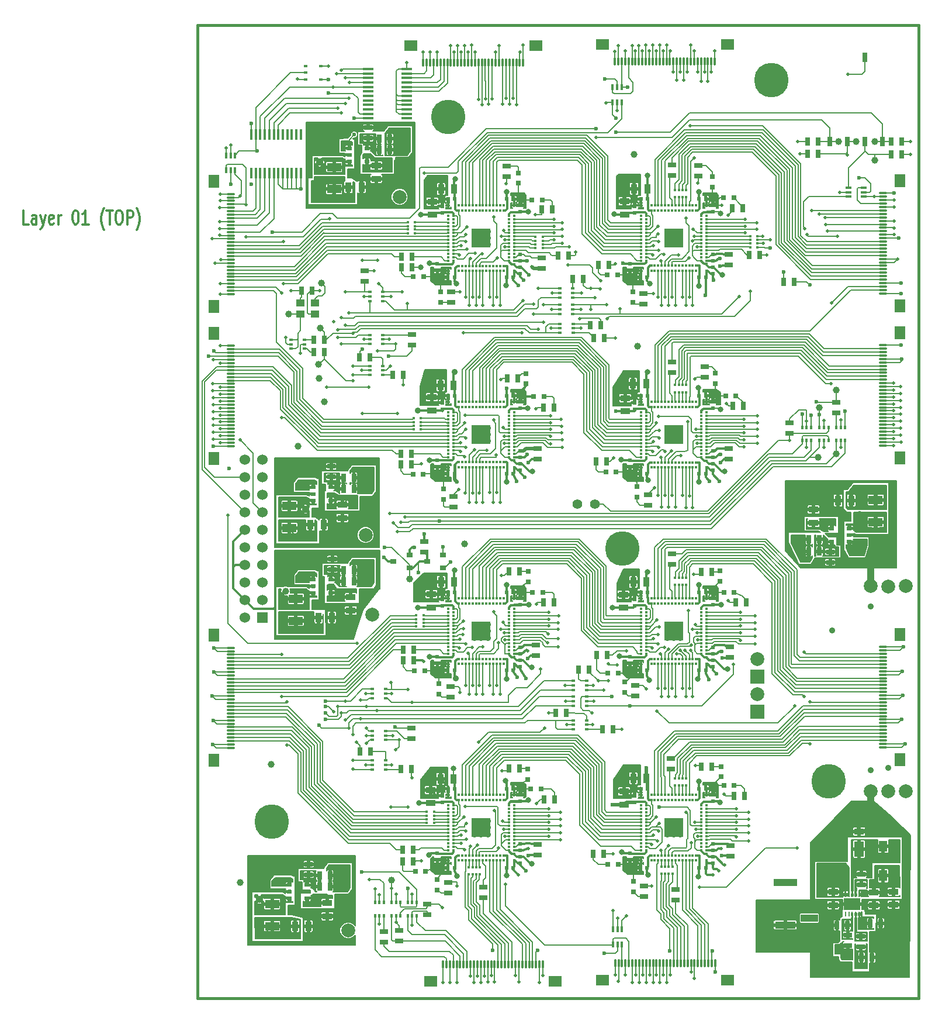
<source format=gtl>
G04 (created by PCBNEW-RS274X (2012-01-19 BZR 3256)-stable) date 05/03/2012 19:10:01*
G01*
G70*
G90*
%MOIN*%
G04 Gerber Fmt 3.4, Leading zero omitted, Abs format*
%FSLAX34Y34*%
G04 APERTURE LIST*
%ADD10C,0.009800*%
%ADD11C,0.012000*%
%ADD12C,0.015000*%
%ADD13R,0.051200X0.043300*%
%ADD14R,0.060000X0.060000*%
%ADD15C,0.060000*%
%ADD16R,0.110200X0.110200*%
%ADD17R,0.011800X0.011800*%
%ADD18R,0.074800X0.063000*%
%ADD19O,0.011800X0.049200*%
%ADD20R,0.045000X0.025000*%
%ADD21R,0.030000X0.020000*%
%ADD22R,0.025000X0.045000*%
%ADD23R,0.093700X0.065000*%
%ADD24R,0.009800X0.026600*%
%ADD25R,0.055100X0.086600*%
%ADD26R,0.055100X0.035400*%
%ADD27R,0.015700X0.019700*%
%ADD28R,0.019700X0.015700*%
%ADD29R,0.063000X0.074800*%
%ADD30O,0.049200X0.011800*%
%ADD31R,0.011800X0.063000*%
%ADD32R,0.063000X0.011800*%
%ADD33R,0.025600X0.053100*%
%ADD34R,0.013800X0.033500*%
%ADD35R,0.037400X0.025600*%
%ADD36R,0.023600X0.015700*%
%ADD37R,0.033500X0.013800*%
%ADD38R,0.047200X0.063000*%
%ADD39R,0.078700X0.047200*%
%ADD40R,0.137800X0.039400*%
%ADD41R,0.118100X0.039400*%
%ADD42R,0.098400X0.039400*%
%ADD43R,0.017700X0.013800*%
%ADD44R,0.011800X0.013800*%
%ADD45R,0.013800X0.017700*%
%ADD46R,0.013800X0.011800*%
%ADD47R,0.024400X0.024400*%
%ADD48R,0.055000X0.035000*%
%ADD49R,0.035000X0.055000*%
%ADD50R,0.078700X0.078700*%
%ADD51C,0.078700*%
%ADD52C,0.039400*%
%ADD53C,0.055000*%
%ADD54C,0.196900*%
%ADD55R,0.031400X0.031400*%
%ADD56C,0.019700*%
%ADD57C,0.035400*%
%ADD58C,0.023600*%
%ADD59C,0.031500*%
%ADD60C,0.055100*%
%ADD61C,0.005900*%
%ADD62C,0.011800*%
%ADD63C,0.019700*%
%ADD64C,0.039400*%
G04 APERTURE END LIST*
G54D10*
G54D11*
X05595Y-21220D02*
X05309Y-21220D01*
X05309Y-20420D01*
X06052Y-21220D02*
X06052Y-20801D01*
X06023Y-20725D01*
X05966Y-20686D01*
X05852Y-20686D01*
X05795Y-20725D01*
X06052Y-21182D02*
X05995Y-21220D01*
X05852Y-21220D01*
X05795Y-21182D01*
X05766Y-21106D01*
X05766Y-21029D01*
X05795Y-20953D01*
X05852Y-20915D01*
X05995Y-20915D01*
X06052Y-20877D01*
X06281Y-20686D02*
X06424Y-21220D01*
X06566Y-20686D02*
X06424Y-21220D01*
X06366Y-21410D01*
X06338Y-21448D01*
X06281Y-21486D01*
X07023Y-21182D02*
X06966Y-21220D01*
X06852Y-21220D01*
X06795Y-21182D01*
X06766Y-21106D01*
X06766Y-20801D01*
X06795Y-20725D01*
X06852Y-20686D01*
X06966Y-20686D01*
X07023Y-20725D01*
X07052Y-20801D01*
X07052Y-20877D01*
X06766Y-20953D01*
X07309Y-21220D02*
X07309Y-20686D01*
X07309Y-20839D02*
X07337Y-20763D01*
X07366Y-20725D01*
X07423Y-20686D01*
X07480Y-20686D01*
X08251Y-20420D02*
X08308Y-20420D01*
X08365Y-20458D01*
X08394Y-20496D01*
X08423Y-20572D01*
X08451Y-20725D01*
X08451Y-20915D01*
X08423Y-21067D01*
X08394Y-21144D01*
X08365Y-21182D01*
X08308Y-21220D01*
X08251Y-21220D01*
X08194Y-21182D01*
X08165Y-21144D01*
X08137Y-21067D01*
X08108Y-20915D01*
X08108Y-20725D01*
X08137Y-20572D01*
X08165Y-20496D01*
X08194Y-20458D01*
X08251Y-20420D01*
X09022Y-21220D02*
X08679Y-21220D01*
X08851Y-21220D02*
X08851Y-20420D01*
X08794Y-20534D01*
X08736Y-20610D01*
X08679Y-20648D01*
X09907Y-21525D02*
X09879Y-21486D01*
X09822Y-21372D01*
X09793Y-21296D01*
X09764Y-21182D01*
X09736Y-20991D01*
X09736Y-20839D01*
X09764Y-20648D01*
X09793Y-20534D01*
X09822Y-20458D01*
X09879Y-20344D01*
X09907Y-20306D01*
X10050Y-20420D02*
X10393Y-20420D01*
X10222Y-21220D02*
X10222Y-20420D01*
X10707Y-20420D02*
X10821Y-20420D01*
X10879Y-20458D01*
X10936Y-20534D01*
X10964Y-20686D01*
X10964Y-20953D01*
X10936Y-21106D01*
X10879Y-21182D01*
X10821Y-21220D01*
X10707Y-21220D01*
X10650Y-21182D01*
X10593Y-21106D01*
X10564Y-20953D01*
X10564Y-20686D01*
X10593Y-20534D01*
X10650Y-20458D01*
X10707Y-20420D01*
X11222Y-21220D02*
X11222Y-20420D01*
X11450Y-20420D01*
X11508Y-20458D01*
X11536Y-20496D01*
X11565Y-20572D01*
X11565Y-20686D01*
X11536Y-20763D01*
X11508Y-20801D01*
X11450Y-20839D01*
X11222Y-20839D01*
X11765Y-21525D02*
X11793Y-21486D01*
X11850Y-21372D01*
X11879Y-21296D01*
X11908Y-21182D01*
X11936Y-20991D01*
X11936Y-20839D01*
X11908Y-20648D01*
X11879Y-20534D01*
X11850Y-20458D01*
X11793Y-20344D01*
X11765Y-20306D01*
G54D12*
X56358Y-09882D02*
X56358Y-11083D01*
X15236Y-09882D02*
X15236Y-11063D01*
X56358Y-65335D02*
X15236Y-65335D01*
X15236Y-09882D02*
X56358Y-09882D01*
X56358Y-65335D02*
X56358Y-11102D01*
X15236Y-18661D02*
X15236Y-11102D01*
X15236Y-65315D02*
X15236Y-65335D01*
X15236Y-18681D02*
X15236Y-65315D01*
G54D13*
X21929Y-25699D03*
X21103Y-25699D03*
X21103Y-26349D03*
X21929Y-26349D03*
G54D14*
X18935Y-43630D03*
G54D15*
X17935Y-43630D03*
X18935Y-42630D03*
X17935Y-42630D03*
X18935Y-41630D03*
X17935Y-41630D03*
X18935Y-40630D03*
X17935Y-40630D03*
X18935Y-39630D03*
X17935Y-39630D03*
X18935Y-38630D03*
X17935Y-38630D03*
X18935Y-37630D03*
X17935Y-37630D03*
X18935Y-36630D03*
X17935Y-36630D03*
X18935Y-35630D03*
X17935Y-35630D03*
X18935Y-34630D03*
X17935Y-34630D03*
G54D16*
X31418Y-22009D03*
G54D17*
X33288Y-23879D03*
X29548Y-23879D03*
X33288Y-20139D03*
X29548Y-20139D03*
X29942Y-20139D03*
X30139Y-20139D03*
X30336Y-20139D03*
X30533Y-20139D03*
X30729Y-20139D03*
X30926Y-20139D03*
X31123Y-20139D03*
X31320Y-20139D03*
X31507Y-20139D03*
X31714Y-20139D03*
X31911Y-20139D03*
X32108Y-20139D03*
X32304Y-20139D03*
X32501Y-20139D03*
X32698Y-20139D03*
X32894Y-20139D03*
X30138Y-20434D03*
X30335Y-20434D03*
X30532Y-20434D03*
X30729Y-20434D03*
X30926Y-20434D03*
X31123Y-20434D03*
X31320Y-20434D03*
X31516Y-20434D03*
X31713Y-20434D03*
X31910Y-20434D03*
X32107Y-20434D03*
X32304Y-20434D03*
X32501Y-20434D03*
X32698Y-20434D03*
X29548Y-20533D03*
X29548Y-20729D03*
X29548Y-20926D03*
X29548Y-21123D03*
X29548Y-21320D03*
X29548Y-21517D03*
X29548Y-21911D03*
X29548Y-22108D03*
X29548Y-22304D03*
X29548Y-22501D03*
X29548Y-22894D03*
X29548Y-23091D03*
X29548Y-23288D03*
X29548Y-23485D03*
X29548Y-21714D03*
X29548Y-22698D03*
X29843Y-20729D03*
X29843Y-20926D03*
X29843Y-21123D03*
X29843Y-21320D03*
X29843Y-21517D03*
X29843Y-21714D03*
X29843Y-21911D03*
X29843Y-22107D03*
X29843Y-22304D03*
X29843Y-22501D03*
X29843Y-22698D03*
X29843Y-22895D03*
X29843Y-23092D03*
X29843Y-23289D03*
X29942Y-23879D03*
X30138Y-23879D03*
X30335Y-23879D03*
X30532Y-23879D03*
X30729Y-23879D03*
X30926Y-23879D03*
X31123Y-23879D03*
X31320Y-23879D03*
X31516Y-23879D03*
X31713Y-23879D03*
X31910Y-23879D03*
X32107Y-23879D03*
X32304Y-23879D03*
X32501Y-23879D03*
X32698Y-23879D03*
X32894Y-23879D03*
X30138Y-23584D03*
X30335Y-23584D03*
X30532Y-23584D03*
X30729Y-23584D03*
X30926Y-23584D03*
X31123Y-23584D03*
X31320Y-23584D03*
X31516Y-23584D03*
X31713Y-23584D03*
X31910Y-23584D03*
X32107Y-23584D03*
X32304Y-23584D03*
X32501Y-23584D03*
X32698Y-23584D03*
X33288Y-23485D03*
X33288Y-23289D03*
X33288Y-23092D03*
X33288Y-22895D03*
X33288Y-22698D03*
X33288Y-22501D03*
X33288Y-22304D03*
X33288Y-22107D03*
X33288Y-21911D03*
X33288Y-21714D03*
X33288Y-21517D03*
X33288Y-21123D03*
X33288Y-21320D03*
X33288Y-20926D03*
X33288Y-20729D03*
X33288Y-20533D03*
X32993Y-23289D03*
X32993Y-23092D03*
X32993Y-22895D03*
X32993Y-22698D03*
X32993Y-22501D03*
X32993Y-22304D03*
X32993Y-22107D03*
X32993Y-21911D03*
X32993Y-21714D03*
X32993Y-21517D03*
X32993Y-21320D03*
X32993Y-21123D03*
X32993Y-20926D03*
X32993Y-20729D03*
G54D16*
X42402Y-33209D03*
G54D17*
X44272Y-35079D03*
X40532Y-35079D03*
X44272Y-31339D03*
X40532Y-31339D03*
X40926Y-31339D03*
X41123Y-31339D03*
X41320Y-31339D03*
X41517Y-31339D03*
X41713Y-31339D03*
X41910Y-31339D03*
X42107Y-31339D03*
X42304Y-31339D03*
X42491Y-31339D03*
X42698Y-31339D03*
X42895Y-31339D03*
X43092Y-31339D03*
X43288Y-31339D03*
X43485Y-31339D03*
X43682Y-31339D03*
X43878Y-31339D03*
X41122Y-31634D03*
X41319Y-31634D03*
X41516Y-31634D03*
X41713Y-31634D03*
X41910Y-31634D03*
X42107Y-31634D03*
X42304Y-31634D03*
X42500Y-31634D03*
X42697Y-31634D03*
X42894Y-31634D03*
X43091Y-31634D03*
X43288Y-31634D03*
X43485Y-31634D03*
X43682Y-31634D03*
X40532Y-31733D03*
X40532Y-31929D03*
X40532Y-32126D03*
X40532Y-32323D03*
X40532Y-32520D03*
X40532Y-32717D03*
X40532Y-33111D03*
X40532Y-33308D03*
X40532Y-33504D03*
X40532Y-33701D03*
X40532Y-34094D03*
X40532Y-34291D03*
X40532Y-34488D03*
X40532Y-34685D03*
X40532Y-32914D03*
X40532Y-33898D03*
X40827Y-31929D03*
X40827Y-32126D03*
X40827Y-32323D03*
X40827Y-32520D03*
X40827Y-32717D03*
X40827Y-32914D03*
X40827Y-33111D03*
X40827Y-33307D03*
X40827Y-33504D03*
X40827Y-33701D03*
X40827Y-33898D03*
X40827Y-34095D03*
X40827Y-34292D03*
X40827Y-34489D03*
X40926Y-35079D03*
X41122Y-35079D03*
X41319Y-35079D03*
X41516Y-35079D03*
X41713Y-35079D03*
X41910Y-35079D03*
X42107Y-35079D03*
X42304Y-35079D03*
X42500Y-35079D03*
X42697Y-35079D03*
X42894Y-35079D03*
X43091Y-35079D03*
X43288Y-35079D03*
X43485Y-35079D03*
X43682Y-35079D03*
X43878Y-35079D03*
X41122Y-34784D03*
X41319Y-34784D03*
X41516Y-34784D03*
X41713Y-34784D03*
X41910Y-34784D03*
X42107Y-34784D03*
X42304Y-34784D03*
X42500Y-34784D03*
X42697Y-34784D03*
X42894Y-34784D03*
X43091Y-34784D03*
X43288Y-34784D03*
X43485Y-34784D03*
X43682Y-34784D03*
X44272Y-34685D03*
X44272Y-34489D03*
X44272Y-34292D03*
X44272Y-34095D03*
X44272Y-33898D03*
X44272Y-33701D03*
X44272Y-33504D03*
X44272Y-33307D03*
X44272Y-33111D03*
X44272Y-32914D03*
X44272Y-32717D03*
X44272Y-32323D03*
X44272Y-32520D03*
X44272Y-32126D03*
X44272Y-31929D03*
X44272Y-31733D03*
X43977Y-34489D03*
X43977Y-34292D03*
X43977Y-34095D03*
X43977Y-33898D03*
X43977Y-33701D03*
X43977Y-33504D03*
X43977Y-33307D03*
X43977Y-33111D03*
X43977Y-32914D03*
X43977Y-32717D03*
X43977Y-32520D03*
X43977Y-32323D03*
X43977Y-32126D03*
X43977Y-31929D03*
G54D16*
X42402Y-22007D03*
G54D17*
X44272Y-23877D03*
X40532Y-23877D03*
X44272Y-20137D03*
X40532Y-20137D03*
X40926Y-20137D03*
X41123Y-20137D03*
X41320Y-20137D03*
X41517Y-20137D03*
X41713Y-20137D03*
X41910Y-20137D03*
X42107Y-20137D03*
X42304Y-20137D03*
X42491Y-20137D03*
X42698Y-20137D03*
X42895Y-20137D03*
X43092Y-20137D03*
X43288Y-20137D03*
X43485Y-20137D03*
X43682Y-20137D03*
X43878Y-20137D03*
X41122Y-20432D03*
X41319Y-20432D03*
X41516Y-20432D03*
X41713Y-20432D03*
X41910Y-20432D03*
X42107Y-20432D03*
X42304Y-20432D03*
X42500Y-20432D03*
X42697Y-20432D03*
X42894Y-20432D03*
X43091Y-20432D03*
X43288Y-20432D03*
X43485Y-20432D03*
X43682Y-20432D03*
X40532Y-20531D03*
X40532Y-20727D03*
X40532Y-20924D03*
X40532Y-21121D03*
X40532Y-21318D03*
X40532Y-21515D03*
X40532Y-21909D03*
X40532Y-22106D03*
X40532Y-22302D03*
X40532Y-22499D03*
X40532Y-22892D03*
X40532Y-23089D03*
X40532Y-23286D03*
X40532Y-23483D03*
X40532Y-21712D03*
X40532Y-22696D03*
X40827Y-20727D03*
X40827Y-20924D03*
X40827Y-21121D03*
X40827Y-21318D03*
X40827Y-21515D03*
X40827Y-21712D03*
X40827Y-21909D03*
X40827Y-22105D03*
X40827Y-22302D03*
X40827Y-22499D03*
X40827Y-22696D03*
X40827Y-22893D03*
X40827Y-23090D03*
X40827Y-23287D03*
X40926Y-23877D03*
X41122Y-23877D03*
X41319Y-23877D03*
X41516Y-23877D03*
X41713Y-23877D03*
X41910Y-23877D03*
X42107Y-23877D03*
X42304Y-23877D03*
X42500Y-23877D03*
X42697Y-23877D03*
X42894Y-23877D03*
X43091Y-23877D03*
X43288Y-23877D03*
X43485Y-23877D03*
X43682Y-23877D03*
X43878Y-23877D03*
X41122Y-23582D03*
X41319Y-23582D03*
X41516Y-23582D03*
X41713Y-23582D03*
X41910Y-23582D03*
X42107Y-23582D03*
X42304Y-23582D03*
X42500Y-23582D03*
X42697Y-23582D03*
X42894Y-23582D03*
X43091Y-23582D03*
X43288Y-23582D03*
X43485Y-23582D03*
X43682Y-23582D03*
X44272Y-23483D03*
X44272Y-23287D03*
X44272Y-23090D03*
X44272Y-22893D03*
X44272Y-22696D03*
X44272Y-22499D03*
X44272Y-22302D03*
X44272Y-22105D03*
X44272Y-21909D03*
X44272Y-21712D03*
X44272Y-21515D03*
X44272Y-21121D03*
X44272Y-21318D03*
X44272Y-20924D03*
X44272Y-20727D03*
X44272Y-20531D03*
X43977Y-23287D03*
X43977Y-23090D03*
X43977Y-22893D03*
X43977Y-22696D03*
X43977Y-22499D03*
X43977Y-22302D03*
X43977Y-22105D03*
X43977Y-21909D03*
X43977Y-21712D03*
X43977Y-21515D03*
X43977Y-21318D03*
X43977Y-21121D03*
X43977Y-20924D03*
X43977Y-20727D03*
G54D16*
X31418Y-33206D03*
G54D17*
X33288Y-35076D03*
X29548Y-35076D03*
X33288Y-31336D03*
X29548Y-31336D03*
X29942Y-31336D03*
X30139Y-31336D03*
X30336Y-31336D03*
X30533Y-31336D03*
X30729Y-31336D03*
X30926Y-31336D03*
X31123Y-31336D03*
X31320Y-31336D03*
X31507Y-31336D03*
X31714Y-31336D03*
X31911Y-31336D03*
X32108Y-31336D03*
X32304Y-31336D03*
X32501Y-31336D03*
X32698Y-31336D03*
X32894Y-31336D03*
X30138Y-31631D03*
X30335Y-31631D03*
X30532Y-31631D03*
X30729Y-31631D03*
X30926Y-31631D03*
X31123Y-31631D03*
X31320Y-31631D03*
X31516Y-31631D03*
X31713Y-31631D03*
X31910Y-31631D03*
X32107Y-31631D03*
X32304Y-31631D03*
X32501Y-31631D03*
X32698Y-31631D03*
X29548Y-31730D03*
X29548Y-31926D03*
X29548Y-32123D03*
X29548Y-32320D03*
X29548Y-32517D03*
X29548Y-32714D03*
X29548Y-33108D03*
X29548Y-33305D03*
X29548Y-33501D03*
X29548Y-33698D03*
X29548Y-34091D03*
X29548Y-34288D03*
X29548Y-34485D03*
X29548Y-34682D03*
X29548Y-32911D03*
X29548Y-33895D03*
X29843Y-31926D03*
X29843Y-32123D03*
X29843Y-32320D03*
X29843Y-32517D03*
X29843Y-32714D03*
X29843Y-32911D03*
X29843Y-33108D03*
X29843Y-33304D03*
X29843Y-33501D03*
X29843Y-33698D03*
X29843Y-33895D03*
X29843Y-34092D03*
X29843Y-34289D03*
X29843Y-34486D03*
X29942Y-35076D03*
X30138Y-35076D03*
X30335Y-35076D03*
X30532Y-35076D03*
X30729Y-35076D03*
X30926Y-35076D03*
X31123Y-35076D03*
X31320Y-35076D03*
X31516Y-35076D03*
X31713Y-35076D03*
X31910Y-35076D03*
X32107Y-35076D03*
X32304Y-35076D03*
X32501Y-35076D03*
X32698Y-35076D03*
X32894Y-35076D03*
X30138Y-34781D03*
X30335Y-34781D03*
X30532Y-34781D03*
X30729Y-34781D03*
X30926Y-34781D03*
X31123Y-34781D03*
X31320Y-34781D03*
X31516Y-34781D03*
X31713Y-34781D03*
X31910Y-34781D03*
X32107Y-34781D03*
X32304Y-34781D03*
X32501Y-34781D03*
X32698Y-34781D03*
X33288Y-34682D03*
X33288Y-34486D03*
X33288Y-34289D03*
X33288Y-34092D03*
X33288Y-33895D03*
X33288Y-33698D03*
X33288Y-33501D03*
X33288Y-33304D03*
X33288Y-33108D03*
X33288Y-32911D03*
X33288Y-32714D03*
X33288Y-32320D03*
X33288Y-32517D03*
X33288Y-32123D03*
X33288Y-31926D03*
X33288Y-31730D03*
X32993Y-34486D03*
X32993Y-34289D03*
X32993Y-34092D03*
X32993Y-33895D03*
X32993Y-33698D03*
X32993Y-33501D03*
X32993Y-33304D03*
X32993Y-33108D03*
X32993Y-32911D03*
X32993Y-32714D03*
X32993Y-32517D03*
X32993Y-32320D03*
X32993Y-32123D03*
X32993Y-31926D03*
G54D16*
X31417Y-55610D03*
G54D17*
X33287Y-57480D03*
X29547Y-57480D03*
X33287Y-53740D03*
X29547Y-53740D03*
X29941Y-53740D03*
X30138Y-53740D03*
X30335Y-53740D03*
X30532Y-53740D03*
X30728Y-53740D03*
X30925Y-53740D03*
X31122Y-53740D03*
X31319Y-53740D03*
X31506Y-53740D03*
X31713Y-53740D03*
X31910Y-53740D03*
X32107Y-53740D03*
X32303Y-53740D03*
X32500Y-53740D03*
X32697Y-53740D03*
X32893Y-53740D03*
X30137Y-54035D03*
X30334Y-54035D03*
X30531Y-54035D03*
X30728Y-54035D03*
X30925Y-54035D03*
X31122Y-54035D03*
X31319Y-54035D03*
X31515Y-54035D03*
X31712Y-54035D03*
X31909Y-54035D03*
X32106Y-54035D03*
X32303Y-54035D03*
X32500Y-54035D03*
X32697Y-54035D03*
X29547Y-54134D03*
X29547Y-54330D03*
X29547Y-54527D03*
X29547Y-54724D03*
X29547Y-54921D03*
X29547Y-55118D03*
X29547Y-55512D03*
X29547Y-55709D03*
X29547Y-55905D03*
X29547Y-56102D03*
X29547Y-56495D03*
X29547Y-56692D03*
X29547Y-56889D03*
X29547Y-57086D03*
X29547Y-55315D03*
X29547Y-56299D03*
X29842Y-54330D03*
X29842Y-54527D03*
X29842Y-54724D03*
X29842Y-54921D03*
X29842Y-55118D03*
X29842Y-55315D03*
X29842Y-55512D03*
X29842Y-55708D03*
X29842Y-55905D03*
X29842Y-56102D03*
X29842Y-56299D03*
X29842Y-56496D03*
X29842Y-56693D03*
X29842Y-56890D03*
X29941Y-57480D03*
X30137Y-57480D03*
X30334Y-57480D03*
X30531Y-57480D03*
X30728Y-57480D03*
X30925Y-57480D03*
X31122Y-57480D03*
X31319Y-57480D03*
X31515Y-57480D03*
X31712Y-57480D03*
X31909Y-57480D03*
X32106Y-57480D03*
X32303Y-57480D03*
X32500Y-57480D03*
X32697Y-57480D03*
X32893Y-57480D03*
X30137Y-57185D03*
X30334Y-57185D03*
X30531Y-57185D03*
X30728Y-57185D03*
X30925Y-57185D03*
X31122Y-57185D03*
X31319Y-57185D03*
X31515Y-57185D03*
X31712Y-57185D03*
X31909Y-57185D03*
X32106Y-57185D03*
X32303Y-57185D03*
X32500Y-57185D03*
X32697Y-57185D03*
X33287Y-57086D03*
X33287Y-56890D03*
X33287Y-56693D03*
X33287Y-56496D03*
X33287Y-56299D03*
X33287Y-56102D03*
X33287Y-55905D03*
X33287Y-55708D03*
X33287Y-55512D03*
X33287Y-55315D03*
X33287Y-55118D03*
X33287Y-54724D03*
X33287Y-54921D03*
X33287Y-54527D03*
X33287Y-54330D03*
X33287Y-54134D03*
X32992Y-56890D03*
X32992Y-56693D03*
X32992Y-56496D03*
X32992Y-56299D03*
X32992Y-56102D03*
X32992Y-55905D03*
X32992Y-55708D03*
X32992Y-55512D03*
X32992Y-55315D03*
X32992Y-55118D03*
X32992Y-54921D03*
X32992Y-54724D03*
X32992Y-54527D03*
X32992Y-54330D03*
G54D16*
X42401Y-55611D03*
G54D17*
X44271Y-57481D03*
X40531Y-57481D03*
X44271Y-53741D03*
X40531Y-53741D03*
X40925Y-53741D03*
X41122Y-53741D03*
X41319Y-53741D03*
X41516Y-53741D03*
X41712Y-53741D03*
X41909Y-53741D03*
X42106Y-53741D03*
X42303Y-53741D03*
X42490Y-53741D03*
X42697Y-53741D03*
X42894Y-53741D03*
X43091Y-53741D03*
X43287Y-53741D03*
X43484Y-53741D03*
X43681Y-53741D03*
X43877Y-53741D03*
X41121Y-54036D03*
X41318Y-54036D03*
X41515Y-54036D03*
X41712Y-54036D03*
X41909Y-54036D03*
X42106Y-54036D03*
X42303Y-54036D03*
X42499Y-54036D03*
X42696Y-54036D03*
X42893Y-54036D03*
X43090Y-54036D03*
X43287Y-54036D03*
X43484Y-54036D03*
X43681Y-54036D03*
X40531Y-54135D03*
X40531Y-54331D03*
X40531Y-54528D03*
X40531Y-54725D03*
X40531Y-54922D03*
X40531Y-55119D03*
X40531Y-55513D03*
X40531Y-55710D03*
X40531Y-55906D03*
X40531Y-56103D03*
X40531Y-56496D03*
X40531Y-56693D03*
X40531Y-56890D03*
X40531Y-57087D03*
X40531Y-55316D03*
X40531Y-56300D03*
X40826Y-54331D03*
X40826Y-54528D03*
X40826Y-54725D03*
X40826Y-54922D03*
X40826Y-55119D03*
X40826Y-55316D03*
X40826Y-55513D03*
X40826Y-55709D03*
X40826Y-55906D03*
X40826Y-56103D03*
X40826Y-56300D03*
X40826Y-56497D03*
X40826Y-56694D03*
X40826Y-56891D03*
X40925Y-57481D03*
X41121Y-57481D03*
X41318Y-57481D03*
X41515Y-57481D03*
X41712Y-57481D03*
X41909Y-57481D03*
X42106Y-57481D03*
X42303Y-57481D03*
X42499Y-57481D03*
X42696Y-57481D03*
X42893Y-57481D03*
X43090Y-57481D03*
X43287Y-57481D03*
X43484Y-57481D03*
X43681Y-57481D03*
X43877Y-57481D03*
X41121Y-57186D03*
X41318Y-57186D03*
X41515Y-57186D03*
X41712Y-57186D03*
X41909Y-57186D03*
X42106Y-57186D03*
X42303Y-57186D03*
X42499Y-57186D03*
X42696Y-57186D03*
X42893Y-57186D03*
X43090Y-57186D03*
X43287Y-57186D03*
X43484Y-57186D03*
X43681Y-57186D03*
X44271Y-57087D03*
X44271Y-56891D03*
X44271Y-56694D03*
X44271Y-56497D03*
X44271Y-56300D03*
X44271Y-56103D03*
X44271Y-55906D03*
X44271Y-55709D03*
X44271Y-55513D03*
X44271Y-55316D03*
X44271Y-55119D03*
X44271Y-54725D03*
X44271Y-54922D03*
X44271Y-54528D03*
X44271Y-54331D03*
X44271Y-54135D03*
X43976Y-56891D03*
X43976Y-56694D03*
X43976Y-56497D03*
X43976Y-56300D03*
X43976Y-56103D03*
X43976Y-55906D03*
X43976Y-55709D03*
X43976Y-55513D03*
X43976Y-55316D03*
X43976Y-55119D03*
X43976Y-54922D03*
X43976Y-54725D03*
X43976Y-54528D03*
X43976Y-54331D03*
G54D16*
X42401Y-44412D03*
G54D17*
X44271Y-46282D03*
X40531Y-46282D03*
X44271Y-42542D03*
X40531Y-42542D03*
X40925Y-42542D03*
X41122Y-42542D03*
X41319Y-42542D03*
X41516Y-42542D03*
X41712Y-42542D03*
X41909Y-42542D03*
X42106Y-42542D03*
X42303Y-42542D03*
X42490Y-42542D03*
X42697Y-42542D03*
X42894Y-42542D03*
X43091Y-42542D03*
X43287Y-42542D03*
X43484Y-42542D03*
X43681Y-42542D03*
X43877Y-42542D03*
X41121Y-42837D03*
X41318Y-42837D03*
X41515Y-42837D03*
X41712Y-42837D03*
X41909Y-42837D03*
X42106Y-42837D03*
X42303Y-42837D03*
X42499Y-42837D03*
X42696Y-42837D03*
X42893Y-42837D03*
X43090Y-42837D03*
X43287Y-42837D03*
X43484Y-42837D03*
X43681Y-42837D03*
X40531Y-42936D03*
X40531Y-43132D03*
X40531Y-43329D03*
X40531Y-43526D03*
X40531Y-43723D03*
X40531Y-43920D03*
X40531Y-44314D03*
X40531Y-44511D03*
X40531Y-44707D03*
X40531Y-44904D03*
X40531Y-45297D03*
X40531Y-45494D03*
X40531Y-45691D03*
X40531Y-45888D03*
X40531Y-44117D03*
X40531Y-45101D03*
X40826Y-43132D03*
X40826Y-43329D03*
X40826Y-43526D03*
X40826Y-43723D03*
X40826Y-43920D03*
X40826Y-44117D03*
X40826Y-44314D03*
X40826Y-44510D03*
X40826Y-44707D03*
X40826Y-44904D03*
X40826Y-45101D03*
X40826Y-45298D03*
X40826Y-45495D03*
X40826Y-45692D03*
X40925Y-46282D03*
X41121Y-46282D03*
X41318Y-46282D03*
X41515Y-46282D03*
X41712Y-46282D03*
X41909Y-46282D03*
X42106Y-46282D03*
X42303Y-46282D03*
X42499Y-46282D03*
X42696Y-46282D03*
X42893Y-46282D03*
X43090Y-46282D03*
X43287Y-46282D03*
X43484Y-46282D03*
X43681Y-46282D03*
X43877Y-46282D03*
X41121Y-45987D03*
X41318Y-45987D03*
X41515Y-45987D03*
X41712Y-45987D03*
X41909Y-45987D03*
X42106Y-45987D03*
X42303Y-45987D03*
X42499Y-45987D03*
X42696Y-45987D03*
X42893Y-45987D03*
X43090Y-45987D03*
X43287Y-45987D03*
X43484Y-45987D03*
X43681Y-45987D03*
X44271Y-45888D03*
X44271Y-45692D03*
X44271Y-45495D03*
X44271Y-45298D03*
X44271Y-45101D03*
X44271Y-44904D03*
X44271Y-44707D03*
X44271Y-44510D03*
X44271Y-44314D03*
X44271Y-44117D03*
X44271Y-43920D03*
X44271Y-43526D03*
X44271Y-43723D03*
X44271Y-43329D03*
X44271Y-43132D03*
X44271Y-42936D03*
X43976Y-45692D03*
X43976Y-45495D03*
X43976Y-45298D03*
X43976Y-45101D03*
X43976Y-44904D03*
X43976Y-44707D03*
X43976Y-44510D03*
X43976Y-44314D03*
X43976Y-44117D03*
X43976Y-43920D03*
X43976Y-43723D03*
X43976Y-43526D03*
X43976Y-43329D03*
X43976Y-43132D03*
G54D16*
X31417Y-44411D03*
G54D17*
X33287Y-46281D03*
X29547Y-46281D03*
X33287Y-42541D03*
X29547Y-42541D03*
X29941Y-42541D03*
X30138Y-42541D03*
X30335Y-42541D03*
X30532Y-42541D03*
X30728Y-42541D03*
X30925Y-42541D03*
X31122Y-42541D03*
X31319Y-42541D03*
X31506Y-42541D03*
X31713Y-42541D03*
X31910Y-42541D03*
X32107Y-42541D03*
X32303Y-42541D03*
X32500Y-42541D03*
X32697Y-42541D03*
X32893Y-42541D03*
X30137Y-42836D03*
X30334Y-42836D03*
X30531Y-42836D03*
X30728Y-42836D03*
X30925Y-42836D03*
X31122Y-42836D03*
X31319Y-42836D03*
X31515Y-42836D03*
X31712Y-42836D03*
X31909Y-42836D03*
X32106Y-42836D03*
X32303Y-42836D03*
X32500Y-42836D03*
X32697Y-42836D03*
X29547Y-42935D03*
X29547Y-43131D03*
X29547Y-43328D03*
X29547Y-43525D03*
X29547Y-43722D03*
X29547Y-43919D03*
X29547Y-44313D03*
X29547Y-44510D03*
X29547Y-44706D03*
X29547Y-44903D03*
X29547Y-45296D03*
X29547Y-45493D03*
X29547Y-45690D03*
X29547Y-45887D03*
X29547Y-44116D03*
X29547Y-45100D03*
X29842Y-43131D03*
X29842Y-43328D03*
X29842Y-43525D03*
X29842Y-43722D03*
X29842Y-43919D03*
X29842Y-44116D03*
X29842Y-44313D03*
X29842Y-44509D03*
X29842Y-44706D03*
X29842Y-44903D03*
X29842Y-45100D03*
X29842Y-45297D03*
X29842Y-45494D03*
X29842Y-45691D03*
X29941Y-46281D03*
X30137Y-46281D03*
X30334Y-46281D03*
X30531Y-46281D03*
X30728Y-46281D03*
X30925Y-46281D03*
X31122Y-46281D03*
X31319Y-46281D03*
X31515Y-46281D03*
X31712Y-46281D03*
X31909Y-46281D03*
X32106Y-46281D03*
X32303Y-46281D03*
X32500Y-46281D03*
X32697Y-46281D03*
X32893Y-46281D03*
X30137Y-45986D03*
X30334Y-45986D03*
X30531Y-45986D03*
X30728Y-45986D03*
X30925Y-45986D03*
X31122Y-45986D03*
X31319Y-45986D03*
X31515Y-45986D03*
X31712Y-45986D03*
X31909Y-45986D03*
X32106Y-45986D03*
X32303Y-45986D03*
X32500Y-45986D03*
X32697Y-45986D03*
X33287Y-45887D03*
X33287Y-45691D03*
X33287Y-45494D03*
X33287Y-45297D03*
X33287Y-45100D03*
X33287Y-44903D03*
X33287Y-44706D03*
X33287Y-44509D03*
X33287Y-44313D03*
X33287Y-44116D03*
X33287Y-43919D03*
X33287Y-43525D03*
X33287Y-43722D03*
X33287Y-43328D03*
X33287Y-43131D03*
X33287Y-42935D03*
X32992Y-45691D03*
X32992Y-45494D03*
X32992Y-45297D03*
X32992Y-45100D03*
X32992Y-44903D03*
X32992Y-44706D03*
X32992Y-44509D03*
X32992Y-44313D03*
X32992Y-44116D03*
X32992Y-43919D03*
X32992Y-43722D03*
X32992Y-43525D03*
X32992Y-43328D03*
X32992Y-43131D03*
G54D18*
X45454Y-10964D03*
X38328Y-10964D03*
G54D19*
X39036Y-11928D03*
X39232Y-11928D03*
X39429Y-11928D03*
X39626Y-11928D03*
X39823Y-11928D03*
X40020Y-11928D03*
X40217Y-11928D03*
X40414Y-11928D03*
X40610Y-11928D03*
X40807Y-11928D03*
X41004Y-11928D03*
X41201Y-11928D03*
X41398Y-11928D03*
X41595Y-11928D03*
X41793Y-11929D03*
X41988Y-11928D03*
X42185Y-11928D03*
X42382Y-11928D03*
X42776Y-11928D03*
X43170Y-11928D03*
X43563Y-11928D03*
X43366Y-11928D03*
X42973Y-11928D03*
X42579Y-11928D03*
X43760Y-11928D03*
X43957Y-11928D03*
X44154Y-11928D03*
X44351Y-11928D03*
X44547Y-11928D03*
X44746Y-11928D03*
G54D18*
X34526Y-11022D03*
X27400Y-11022D03*
G54D19*
X28108Y-11986D03*
X28304Y-11986D03*
X28501Y-11986D03*
X28698Y-11986D03*
X28895Y-11986D03*
X29092Y-11986D03*
X29289Y-11986D03*
X29486Y-11986D03*
X29682Y-11986D03*
X29879Y-11986D03*
X30076Y-11986D03*
X30273Y-11986D03*
X30470Y-11986D03*
X30667Y-11986D03*
X30865Y-11987D03*
X31060Y-11986D03*
X31257Y-11986D03*
X31454Y-11986D03*
X31848Y-11986D03*
X32242Y-11986D03*
X32635Y-11986D03*
X32438Y-11986D03*
X32045Y-11986D03*
X31651Y-11986D03*
X32832Y-11986D03*
X33029Y-11986D03*
X33226Y-11986D03*
X33423Y-11986D03*
X33619Y-11986D03*
X33818Y-11986D03*
G54D20*
X34528Y-45812D03*
X34528Y-45212D03*
X34646Y-57170D03*
X34646Y-56570D03*
X45531Y-23528D03*
X45531Y-22928D03*
X45551Y-34610D03*
X45551Y-34010D03*
G54D21*
X20485Y-58877D03*
X20485Y-59627D03*
X21485Y-58877D03*
X20485Y-59252D03*
X21485Y-59627D03*
G54D20*
X21575Y-58293D03*
X21575Y-57693D03*
G54D22*
X22800Y-58327D03*
X22200Y-58327D03*
G54D21*
X21841Y-36213D03*
X21841Y-36963D03*
X22841Y-36213D03*
X21841Y-36588D03*
X22841Y-36963D03*
G54D20*
X22855Y-35616D03*
X22855Y-35016D03*
G54D22*
X24156Y-35663D03*
X23556Y-35663D03*
X24160Y-40923D03*
X23560Y-40923D03*
G54D20*
X22935Y-40889D03*
X22935Y-40289D03*
G54D21*
X21845Y-41473D03*
X21845Y-42223D03*
X22845Y-41473D03*
X21845Y-41848D03*
X22845Y-42223D03*
X23890Y-16891D03*
X23890Y-17641D03*
X24890Y-16891D03*
X23890Y-17266D03*
X24890Y-17641D03*
X52419Y-39303D03*
X52419Y-38553D03*
X51419Y-39303D03*
X52419Y-38928D03*
X51419Y-38553D03*
G54D23*
X52585Y-59971D03*
G54D24*
X52585Y-60522D03*
X52782Y-60522D03*
X52979Y-60522D03*
X52388Y-60522D03*
X52191Y-60522D03*
X52585Y-59420D03*
X52388Y-59420D03*
X52191Y-59420D03*
X52782Y-59420D03*
X52979Y-59420D03*
G54D25*
X52972Y-56831D03*
G54D26*
X52972Y-55827D03*
G54D22*
X50104Y-39853D03*
X50704Y-39853D03*
G54D20*
X51329Y-39887D03*
X51329Y-40487D03*
X52350Y-62318D03*
X52350Y-61718D03*
G54D22*
X52315Y-61172D03*
X51715Y-61172D03*
G54D20*
X53071Y-61806D03*
X53071Y-62406D03*
G54D22*
X53605Y-61054D03*
X54205Y-61054D03*
G54D20*
X24980Y-16307D03*
X24980Y-15707D03*
G54D22*
X26205Y-16341D03*
X25605Y-16341D03*
G54D20*
X34862Y-23725D03*
X34862Y-23125D03*
G54D27*
X27481Y-59882D03*
X27737Y-59882D03*
X27225Y-59882D03*
X27225Y-60630D03*
X27481Y-60630D03*
X27737Y-60630D03*
X26556Y-59882D03*
X26812Y-59882D03*
X26300Y-59882D03*
X26300Y-60630D03*
X26556Y-60630D03*
X26812Y-60630D03*
X25611Y-59882D03*
X25867Y-59882D03*
X25355Y-59882D03*
X25355Y-60630D03*
X25611Y-60630D03*
X25867Y-60630D03*
G54D20*
X45630Y-57249D03*
X45630Y-56649D03*
X45610Y-45891D03*
X45610Y-45291D03*
X34626Y-34610D03*
X34626Y-34010D03*
G54D28*
X35904Y-25137D03*
X35904Y-24881D03*
X35904Y-25393D03*
X36652Y-25393D03*
X36652Y-25137D03*
X36652Y-24881D03*
X25059Y-25335D03*
X25059Y-25079D03*
X25059Y-25591D03*
X25807Y-25591D03*
X25807Y-25335D03*
X25807Y-25079D03*
X35904Y-26063D03*
X35904Y-25807D03*
X35904Y-26319D03*
X36652Y-26319D03*
X36652Y-26063D03*
X36652Y-25807D03*
X25059Y-27776D03*
X25059Y-27520D03*
X25059Y-28032D03*
X25807Y-28032D03*
X25807Y-27776D03*
X25807Y-27520D03*
G54D18*
X28524Y-64351D03*
X35650Y-64351D03*
G54D19*
X34942Y-63387D03*
X34746Y-63387D03*
X34549Y-63387D03*
X34352Y-63387D03*
X34155Y-63387D03*
X33958Y-63387D03*
X33761Y-63387D03*
X33564Y-63387D03*
X33368Y-63387D03*
X33171Y-63387D03*
X32974Y-63387D03*
X32777Y-63387D03*
X32580Y-63387D03*
X32383Y-63387D03*
X32185Y-63386D03*
X31990Y-63387D03*
X31793Y-63387D03*
X31596Y-63387D03*
X31202Y-63387D03*
X30808Y-63387D03*
X30415Y-63387D03*
X30612Y-63387D03*
X31005Y-63387D03*
X31399Y-63387D03*
X30218Y-63387D03*
X30021Y-63387D03*
X29824Y-63387D03*
X29627Y-63387D03*
X29431Y-63387D03*
X29232Y-63387D03*
G54D18*
X38347Y-64312D03*
X45473Y-64312D03*
G54D19*
X44765Y-63348D03*
X44569Y-63348D03*
X44372Y-63348D03*
X44175Y-63348D03*
X43978Y-63348D03*
X43781Y-63348D03*
X43584Y-63348D03*
X43387Y-63348D03*
X43191Y-63348D03*
X42994Y-63348D03*
X42797Y-63348D03*
X42600Y-63348D03*
X42403Y-63348D03*
X42206Y-63348D03*
X42008Y-63347D03*
X41813Y-63348D03*
X41616Y-63348D03*
X41419Y-63348D03*
X41025Y-63348D03*
X40631Y-63348D03*
X40238Y-63348D03*
X40435Y-63348D03*
X40828Y-63348D03*
X41222Y-63348D03*
X40041Y-63348D03*
X39844Y-63348D03*
X39647Y-63348D03*
X39450Y-63348D03*
X39254Y-63348D03*
X39055Y-63348D03*
G54D29*
X55294Y-25865D03*
X55294Y-18739D03*
G54D30*
X54330Y-19447D03*
X54330Y-19643D03*
X54330Y-19840D03*
X54330Y-20037D03*
X54330Y-20234D03*
X54330Y-20431D03*
X54330Y-20628D03*
X54330Y-20825D03*
X54330Y-21021D03*
X54330Y-21218D03*
X54330Y-21415D03*
X54330Y-21612D03*
X54330Y-21809D03*
X54330Y-22006D03*
X54329Y-22204D03*
X54330Y-22399D03*
X54330Y-22596D03*
X54330Y-22793D03*
X54330Y-23187D03*
X54330Y-23581D03*
X54330Y-23974D03*
X54330Y-23777D03*
X54330Y-23384D03*
X54330Y-22990D03*
X54330Y-24171D03*
X54330Y-24368D03*
X54330Y-24565D03*
X54330Y-24762D03*
X54330Y-24958D03*
X54330Y-25157D03*
G54D29*
X55296Y-34527D03*
X55296Y-27401D03*
G54D30*
X54332Y-28109D03*
X54332Y-28305D03*
X54332Y-28502D03*
X54332Y-28699D03*
X54332Y-28896D03*
X54332Y-29093D03*
X54332Y-29290D03*
X54332Y-29487D03*
X54332Y-29683D03*
X54332Y-29880D03*
X54332Y-30077D03*
X54332Y-30274D03*
X54332Y-30471D03*
X54332Y-30668D03*
X54331Y-30866D03*
X54332Y-31061D03*
X54332Y-31258D03*
X54332Y-31455D03*
X54332Y-31849D03*
X54332Y-32243D03*
X54332Y-32636D03*
X54332Y-32439D03*
X54332Y-32046D03*
X54332Y-31652D03*
X54332Y-32833D03*
X54332Y-33030D03*
X54332Y-33227D03*
X54332Y-33424D03*
X54332Y-33620D03*
X54332Y-33819D03*
G54D29*
X55316Y-51732D03*
X55316Y-44606D03*
G54D30*
X54352Y-45314D03*
X54352Y-45510D03*
X54352Y-45707D03*
X54352Y-45904D03*
X54352Y-46101D03*
X54352Y-46298D03*
X54352Y-46495D03*
X54352Y-46692D03*
X54352Y-46888D03*
X54352Y-47085D03*
X54352Y-47282D03*
X54352Y-47479D03*
X54352Y-47676D03*
X54352Y-47873D03*
X54351Y-48071D03*
X54352Y-48266D03*
X54352Y-48463D03*
X54352Y-48660D03*
X54352Y-49054D03*
X54352Y-49448D03*
X54352Y-49841D03*
X54352Y-49644D03*
X54352Y-49251D03*
X54352Y-48857D03*
X54352Y-50038D03*
X54352Y-50235D03*
X54352Y-50432D03*
X54352Y-50629D03*
X54352Y-50825D03*
X54352Y-51024D03*
G54D29*
X16161Y-44646D03*
X16161Y-51772D03*
G54D30*
X17125Y-51064D03*
X17125Y-50868D03*
X17125Y-50671D03*
X17125Y-50474D03*
X17125Y-50277D03*
X17125Y-50080D03*
X17125Y-49883D03*
X17125Y-49686D03*
X17125Y-49490D03*
X17125Y-49293D03*
X17125Y-49096D03*
X17125Y-48899D03*
X17125Y-48702D03*
X17125Y-48505D03*
X17126Y-48307D03*
X17125Y-48112D03*
X17125Y-47915D03*
X17125Y-47718D03*
X17125Y-47324D03*
X17125Y-46930D03*
X17125Y-46537D03*
X17125Y-46734D03*
X17125Y-47127D03*
X17125Y-47521D03*
X17125Y-46340D03*
X17125Y-46143D03*
X17125Y-45946D03*
X17125Y-45749D03*
X17125Y-45553D03*
X17125Y-45354D03*
G54D29*
X16161Y-27441D03*
X16161Y-34567D03*
G54D30*
X17125Y-33859D03*
X17125Y-33663D03*
X17125Y-33466D03*
X17125Y-33269D03*
X17125Y-33072D03*
X17125Y-32875D03*
X17125Y-32678D03*
X17125Y-32481D03*
X17125Y-32285D03*
X17125Y-32088D03*
X17125Y-31891D03*
X17125Y-31694D03*
X17125Y-31497D03*
X17125Y-31300D03*
X17126Y-31102D03*
X17125Y-30907D03*
X17125Y-30710D03*
X17125Y-30513D03*
X17125Y-30119D03*
X17125Y-29725D03*
X17125Y-29332D03*
X17125Y-29529D03*
X17125Y-29922D03*
X17125Y-30316D03*
X17125Y-29135D03*
X17125Y-28938D03*
X17125Y-28741D03*
X17125Y-28544D03*
X17125Y-28348D03*
X17125Y-28149D03*
G54D29*
X16160Y-18780D03*
X16160Y-25906D03*
G54D30*
X17124Y-25198D03*
X17124Y-25002D03*
X17124Y-24805D03*
X17124Y-24608D03*
X17124Y-24411D03*
X17124Y-24214D03*
X17124Y-24017D03*
X17124Y-23820D03*
X17124Y-23624D03*
X17124Y-23427D03*
X17124Y-23230D03*
X17124Y-23033D03*
X17124Y-22836D03*
X17124Y-22639D03*
X17125Y-22441D03*
X17124Y-22246D03*
X17124Y-22049D03*
X17124Y-21852D03*
X17124Y-21458D03*
X17124Y-21064D03*
X17124Y-20671D03*
X17124Y-20868D03*
X17124Y-21261D03*
X17124Y-21655D03*
X17124Y-20474D03*
X17124Y-20277D03*
X17124Y-20080D03*
X17124Y-19883D03*
X17124Y-19687D03*
X17124Y-19488D03*
G54D31*
X20610Y-18307D03*
X20866Y-18307D03*
X21122Y-18307D03*
X20354Y-18307D03*
X20098Y-18307D03*
X19842Y-18307D03*
X18307Y-18307D03*
X18563Y-18307D03*
X18819Y-18307D03*
X19587Y-18307D03*
X19331Y-18307D03*
X19075Y-18307D03*
X19075Y-16103D03*
X19331Y-16103D03*
X19587Y-16103D03*
X18819Y-16103D03*
X18563Y-16103D03*
X18307Y-16103D03*
X19842Y-16103D03*
X20098Y-16103D03*
X20354Y-16103D03*
X21122Y-16103D03*
X20866Y-16103D03*
X20610Y-16103D03*
G54D32*
X27165Y-12874D03*
X27165Y-12618D03*
X27165Y-12362D03*
X27165Y-13130D03*
X27165Y-13386D03*
X27165Y-13642D03*
X27165Y-15177D03*
X27165Y-14921D03*
X27165Y-14665D03*
X27165Y-13897D03*
X27165Y-14153D03*
X27165Y-14409D03*
X24961Y-14409D03*
X24961Y-14153D03*
X24961Y-13897D03*
X24961Y-14665D03*
X24961Y-14921D03*
X24961Y-15177D03*
X24961Y-13642D03*
X24961Y-13386D03*
X24961Y-13130D03*
X24961Y-12362D03*
X24961Y-12618D03*
X24961Y-12874D03*
G54D33*
X53306Y-16516D03*
X54310Y-16516D03*
X52302Y-16516D03*
X51298Y-16516D03*
X53307Y-11713D03*
G54D34*
X39193Y-62264D03*
X39449Y-62264D03*
X38937Y-62264D03*
X39193Y-61398D03*
X38937Y-61398D03*
X39449Y-61398D03*
X39173Y-13386D03*
X38917Y-13386D03*
X39429Y-13386D03*
X39173Y-14252D03*
X39429Y-14252D03*
X38917Y-14252D03*
G54D35*
X29252Y-40806D03*
X29252Y-40058D03*
X28346Y-40432D03*
X27323Y-40806D03*
X27323Y-40058D03*
X26417Y-40432D03*
G54D20*
X28169Y-39306D03*
X28169Y-39906D03*
X26752Y-61472D03*
X26752Y-62072D03*
G54D28*
X25059Y-29547D03*
X25059Y-29291D03*
X25059Y-29803D03*
X25807Y-29803D03*
X25807Y-29547D03*
X25807Y-29291D03*
X35905Y-27145D03*
X35905Y-26889D03*
X35905Y-27401D03*
X36653Y-27401D03*
X36653Y-27145D03*
X36653Y-26889D03*
G54D36*
X21398Y-12579D03*
X21398Y-12205D03*
X21398Y-12953D03*
X22264Y-12953D03*
X22264Y-12205D03*
G54D37*
X53228Y-19390D03*
X53228Y-19134D03*
X53228Y-19646D03*
X52362Y-19390D03*
X52362Y-19646D03*
X52362Y-19134D03*
G54D34*
X17126Y-18150D03*
X17382Y-18150D03*
X16870Y-18150D03*
X17126Y-17284D03*
X16870Y-17284D03*
X17382Y-17284D03*
G54D20*
X24764Y-24454D03*
X24764Y-23854D03*
G54D22*
X54818Y-16516D03*
X55418Y-16516D03*
X54818Y-17244D03*
X55418Y-17244D03*
X50635Y-17185D03*
X50035Y-17185D03*
X50635Y-16516D03*
X50035Y-16516D03*
G54D28*
X36673Y-47500D03*
X36673Y-47244D03*
X36673Y-47756D03*
X37421Y-47756D03*
X37421Y-47500D03*
X37421Y-47244D03*
X36673Y-48406D03*
X36673Y-48150D03*
X36673Y-48662D03*
X37421Y-48662D03*
X37421Y-48406D03*
X37421Y-48150D03*
X25217Y-47972D03*
X25217Y-47716D03*
X25217Y-48228D03*
X25965Y-48228D03*
X25965Y-47972D03*
X25965Y-47716D03*
X25217Y-50354D03*
X25217Y-50098D03*
X25217Y-50610D03*
X25965Y-50610D03*
X25965Y-50354D03*
X25965Y-50098D03*
G54D27*
X50965Y-33543D03*
X50709Y-33543D03*
X51221Y-33543D03*
X51221Y-32795D03*
X50965Y-32795D03*
X50709Y-32795D03*
X51929Y-33543D03*
X51673Y-33543D03*
X52185Y-33543D03*
X52185Y-32795D03*
X51929Y-32795D03*
X51673Y-32795D03*
G54D28*
X20581Y-28051D03*
X20581Y-27795D03*
X20581Y-28307D03*
X21329Y-28307D03*
X21329Y-28051D03*
X21329Y-27795D03*
X36673Y-49744D03*
X36673Y-49488D03*
X36673Y-50000D03*
X37421Y-50000D03*
X37421Y-49744D03*
X37421Y-49488D03*
X25217Y-52028D03*
X25217Y-51772D03*
X25217Y-52284D03*
X25965Y-52284D03*
X25965Y-52028D03*
X25965Y-51772D03*
G54D27*
X49980Y-33543D03*
X49724Y-33543D03*
X50236Y-33543D03*
X50236Y-32795D03*
X49980Y-32795D03*
X49724Y-32795D03*
G54D38*
X54350Y-56671D03*
X54350Y-58345D03*
G54D39*
X53917Y-38189D03*
X53917Y-36929D03*
X19489Y-59961D03*
X19489Y-61221D03*
X20847Y-42559D03*
X20847Y-43819D03*
X20473Y-37264D03*
X20473Y-38524D03*
X23032Y-17953D03*
X23032Y-19213D03*
G54D40*
X48761Y-58720D03*
G54D41*
X48761Y-61161D03*
G54D42*
X50139Y-60767D03*
G54D43*
X41693Y-57835D03*
G54D44*
X41910Y-57835D03*
X42106Y-57835D03*
G54D43*
X42323Y-57835D03*
X42323Y-58248D03*
G54D44*
X42106Y-58248D03*
X41909Y-58248D03*
G54D43*
X41693Y-58248D03*
X30709Y-57855D03*
G54D44*
X30926Y-57855D03*
X31122Y-57855D03*
G54D43*
X31339Y-57855D03*
X31339Y-58268D03*
G54D44*
X31122Y-58268D03*
X30925Y-58268D03*
G54D43*
X30709Y-58268D03*
X42480Y-41358D03*
G54D44*
X42697Y-41358D03*
X42893Y-41358D03*
G54D43*
X43110Y-41358D03*
X43110Y-41771D03*
G54D44*
X42893Y-41771D03*
X42696Y-41771D03*
G54D43*
X42480Y-41771D03*
X42480Y-52795D03*
G54D44*
X42697Y-52795D03*
X42893Y-52795D03*
G54D43*
X43110Y-52795D03*
X43110Y-53208D03*
G54D44*
X42893Y-53208D03*
X42696Y-53208D03*
G54D43*
X42480Y-53208D03*
G54D45*
X27717Y-44134D03*
G54D46*
X27717Y-43917D03*
X27717Y-43721D03*
G54D45*
X27717Y-43504D03*
X28130Y-43504D03*
G54D46*
X28130Y-43721D03*
X28130Y-43918D03*
G54D45*
X28130Y-44134D03*
X28307Y-55335D03*
G54D46*
X28307Y-55118D03*
X28307Y-54922D03*
G54D45*
X28307Y-54705D03*
X28720Y-54705D03*
G54D46*
X28720Y-54922D03*
X28720Y-55119D03*
G54D45*
X28720Y-55335D03*
G54D43*
X42480Y-30374D03*
G54D44*
X42697Y-30374D03*
X42893Y-30374D03*
G54D43*
X43110Y-30374D03*
X43110Y-30787D03*
G54D44*
X42893Y-30787D03*
X42696Y-30787D03*
G54D43*
X42480Y-30787D03*
X42480Y-19252D03*
G54D44*
X42697Y-19252D03*
X42893Y-19252D03*
G54D43*
X43110Y-19252D03*
X43110Y-19665D03*
G54D44*
X42893Y-19665D03*
X42696Y-19665D03*
G54D43*
X42480Y-19665D03*
G54D45*
X27559Y-32913D03*
G54D46*
X27559Y-32696D03*
X27559Y-32500D03*
G54D45*
X27559Y-32283D03*
X27972Y-32283D03*
G54D46*
X27972Y-32500D03*
X27972Y-32697D03*
G54D45*
X27972Y-32913D03*
X27638Y-21102D03*
G54D46*
X27638Y-21319D03*
X27638Y-21515D03*
G54D45*
X27638Y-21732D03*
X27225Y-21732D03*
G54D46*
X27225Y-21515D03*
X27225Y-21318D03*
G54D45*
X27225Y-21102D03*
X47185Y-21890D03*
G54D46*
X47185Y-22107D03*
X47185Y-22303D03*
G54D45*
X47185Y-22520D03*
X46772Y-22520D03*
G54D46*
X46772Y-22303D03*
X46772Y-22106D03*
G54D45*
X46772Y-21890D03*
X34508Y-22579D03*
G54D46*
X34508Y-22362D03*
X34508Y-22166D03*
G54D45*
X34508Y-21949D03*
X34921Y-21949D03*
G54D46*
X34921Y-22166D03*
X34921Y-22363D03*
G54D45*
X34921Y-22579D03*
G54D20*
X53110Y-58863D03*
X53110Y-58263D03*
G54D22*
X21767Y-25010D03*
X21167Y-25010D03*
X26206Y-16969D03*
X25606Y-16969D03*
X53106Y-63012D03*
X53706Y-63012D03*
X50113Y-39173D03*
X50713Y-39173D03*
X24158Y-41555D03*
X23558Y-41555D03*
X24158Y-36299D03*
X23558Y-36299D03*
X22800Y-58957D03*
X22200Y-58957D03*
X37249Y-24331D03*
X36649Y-24331D03*
G54D20*
X27421Y-49936D03*
X27421Y-50536D03*
X27480Y-28115D03*
X27480Y-27515D03*
G54D22*
X37583Y-46614D03*
X36983Y-46614D03*
G54D20*
X42224Y-51669D03*
X42224Y-52269D03*
X42303Y-40015D03*
X42303Y-40615D03*
X42500Y-59129D03*
X42500Y-59729D03*
X25866Y-62150D03*
X25866Y-61550D03*
X51673Y-31354D03*
X51673Y-31954D03*
X31535Y-59011D03*
X31535Y-59611D03*
G54D22*
X24503Y-51280D03*
X25103Y-51280D03*
X27426Y-52283D03*
X26826Y-52283D03*
X38922Y-50000D03*
X38322Y-50000D03*
X35684Y-49075D03*
X36284Y-49075D03*
X27564Y-45472D03*
X26964Y-45472D03*
X27544Y-56870D03*
X26944Y-56870D03*
X38450Y-27697D03*
X37850Y-27697D03*
X38233Y-26969D03*
X37633Y-26969D03*
X26973Y-29803D03*
X26373Y-29803D03*
X24464Y-28799D03*
X25064Y-28799D03*
X36402Y-23012D03*
X35802Y-23012D03*
X27426Y-34311D03*
X26826Y-34311D03*
G54D20*
X42303Y-17830D03*
X42303Y-18430D03*
X42303Y-29070D03*
X42303Y-29670D03*
G54D22*
X47308Y-22953D03*
X46708Y-22953D03*
X48657Y-24488D03*
X49257Y-24488D03*
X27485Y-23071D03*
X26885Y-23071D03*
X38686Y-23524D03*
X38086Y-23524D03*
G54D20*
X40669Y-25153D03*
X40669Y-25753D03*
X43819Y-18469D03*
X43819Y-17869D03*
G54D22*
X45724Y-20295D03*
X46324Y-20295D03*
X38568Y-34724D03*
X37968Y-34724D03*
G54D20*
X40945Y-36629D03*
X40945Y-37229D03*
X44154Y-29926D03*
X44154Y-29326D03*
G54D22*
X45783Y-31575D03*
X46383Y-31575D03*
X27564Y-46083D03*
X26964Y-46083D03*
G54D20*
X29685Y-47574D03*
X29685Y-48174D03*
G54D22*
X32987Y-41004D03*
X33587Y-41004D03*
X34956Y-42776D03*
X35556Y-42776D03*
X27544Y-57539D03*
X26944Y-57539D03*
G54D20*
X29547Y-58735D03*
X29547Y-59335D03*
G54D22*
X33007Y-52244D03*
X33607Y-52244D03*
X34995Y-53996D03*
X35595Y-53996D03*
X38587Y-45768D03*
X37987Y-45768D03*
G54D20*
X40217Y-47495D03*
X40217Y-48095D03*
G54D22*
X43972Y-41024D03*
X44572Y-41024D03*
X45920Y-42756D03*
X46520Y-42756D03*
X38410Y-57087D03*
X37810Y-57087D03*
G54D20*
X40689Y-58932D03*
X40689Y-59532D03*
G54D22*
X43972Y-52146D03*
X44572Y-52146D03*
X45822Y-53799D03*
X46422Y-53799D03*
X27485Y-23681D03*
X26885Y-23681D03*
G54D20*
X29705Y-25074D03*
X29705Y-25674D03*
X32854Y-18509D03*
X32854Y-17909D03*
G54D22*
X34877Y-20354D03*
X35477Y-20354D03*
X27426Y-34902D03*
X26826Y-34902D03*
G54D20*
X29843Y-36728D03*
X29843Y-37328D03*
G54D22*
X32889Y-30000D03*
X33489Y-30000D03*
X34976Y-31673D03*
X35576Y-31673D03*
G54D47*
X33642Y-22921D03*
X33642Y-23299D03*
X29193Y-20563D03*
X29193Y-20185D03*
X28917Y-23453D03*
X28917Y-23831D03*
X33642Y-20504D03*
X33642Y-20126D03*
X33642Y-23669D03*
X33642Y-24047D03*
X29913Y-19783D03*
X29535Y-19783D03*
X32862Y-24232D03*
X33240Y-24232D03*
X29894Y-24232D03*
X29516Y-24232D03*
X32862Y-19783D03*
X33240Y-19783D03*
X43846Y-30984D03*
X44224Y-30984D03*
X40878Y-35433D03*
X40500Y-35433D03*
X43846Y-35433D03*
X44224Y-35433D03*
X40898Y-30984D03*
X40520Y-30984D03*
X44626Y-34870D03*
X44626Y-35248D03*
X44626Y-31705D03*
X44626Y-31327D03*
X39902Y-34654D03*
X39902Y-35032D03*
X40177Y-31764D03*
X40177Y-31386D03*
X44626Y-34122D03*
X44626Y-34500D03*
X44626Y-22921D03*
X44626Y-23299D03*
X40177Y-20563D03*
X40177Y-20185D03*
X39902Y-23453D03*
X39902Y-23831D03*
X44626Y-20504D03*
X44626Y-20126D03*
X44626Y-23669D03*
X44626Y-24047D03*
X40898Y-19783D03*
X40520Y-19783D03*
X43846Y-24232D03*
X44224Y-24232D03*
X40878Y-24232D03*
X40500Y-24232D03*
X43846Y-19783D03*
X44224Y-19783D03*
X32862Y-30984D03*
X33240Y-30984D03*
X29894Y-35433D03*
X29516Y-35433D03*
X32862Y-35433D03*
X33240Y-35433D03*
X29913Y-30984D03*
X29535Y-30984D03*
X33642Y-34870D03*
X33642Y-35248D03*
X33642Y-31705D03*
X33642Y-31327D03*
X28917Y-34654D03*
X28917Y-35032D03*
X29193Y-31764D03*
X29193Y-31386D03*
X33642Y-34122D03*
X33642Y-34500D03*
X33642Y-56524D03*
X33642Y-56902D03*
X29193Y-54165D03*
X29193Y-53787D03*
X28917Y-57055D03*
X28917Y-57433D03*
X33642Y-54106D03*
X33642Y-53728D03*
X33642Y-57272D03*
X33642Y-57650D03*
X29913Y-53386D03*
X29535Y-53386D03*
X32862Y-57894D03*
X33240Y-57894D03*
X29894Y-57894D03*
X29516Y-57894D03*
X32862Y-53386D03*
X33240Y-53386D03*
X43846Y-53386D03*
X44224Y-53386D03*
X40878Y-57894D03*
X40500Y-57894D03*
X43846Y-57894D03*
X44224Y-57894D03*
X40898Y-53386D03*
X40520Y-53386D03*
X44626Y-57272D03*
X44626Y-57650D03*
X44626Y-54106D03*
X44626Y-53728D03*
X39902Y-57055D03*
X39902Y-57433D03*
X40177Y-54165D03*
X40177Y-53787D03*
X44626Y-56524D03*
X44626Y-56902D03*
X44626Y-45323D03*
X44626Y-45701D03*
X40177Y-42965D03*
X40177Y-42587D03*
X39902Y-45854D03*
X39902Y-46232D03*
X44626Y-42906D03*
X44626Y-42528D03*
X44626Y-46071D03*
X44626Y-46449D03*
X40898Y-42185D03*
X40520Y-42185D03*
X43846Y-46634D03*
X44224Y-46634D03*
X40878Y-46634D03*
X40500Y-46634D03*
X43846Y-42185D03*
X44224Y-42185D03*
X32862Y-42185D03*
X33240Y-42185D03*
X29894Y-46634D03*
X29516Y-46634D03*
X32862Y-46634D03*
X33240Y-46634D03*
X29913Y-42185D03*
X29535Y-42185D03*
X33642Y-46071D03*
X33642Y-46449D03*
X33642Y-42906D03*
X33642Y-42528D03*
X28917Y-45854D03*
X28917Y-46232D03*
X29193Y-42965D03*
X29193Y-42587D03*
X33642Y-45323D03*
X33642Y-45701D03*
G54D48*
X28622Y-20670D03*
X28622Y-19920D03*
G54D49*
X29883Y-19213D03*
X29133Y-19213D03*
G54D48*
X28602Y-31832D03*
X28602Y-31082D03*
G54D49*
X29844Y-30394D03*
X29094Y-30394D03*
X23838Y-19094D03*
X24588Y-19094D03*
G54D48*
X39587Y-20651D03*
X39587Y-19901D03*
G54D49*
X40887Y-19193D03*
X40137Y-19193D03*
G54D48*
X39626Y-31871D03*
X39626Y-31121D03*
G54D49*
X40828Y-30315D03*
X40078Y-30315D03*
X21672Y-38346D03*
X22422Y-38346D03*
G54D48*
X23504Y-37204D03*
X23504Y-37954D03*
X28583Y-43052D03*
X28583Y-42302D03*
G54D49*
X29883Y-41594D03*
X29133Y-41594D03*
G54D48*
X28543Y-54214D03*
X28543Y-53464D03*
G54D49*
X29844Y-52835D03*
X29094Y-52835D03*
X22145Y-43622D03*
X22895Y-43622D03*
G54D48*
X23976Y-42479D03*
X23976Y-43229D03*
X39528Y-43072D03*
X39528Y-42322D03*
G54D49*
X40847Y-41614D03*
X40097Y-41614D03*
G54D48*
X39567Y-54292D03*
X39567Y-53542D03*
G54D49*
X40847Y-52795D03*
X40097Y-52795D03*
X20806Y-61220D03*
X21556Y-61220D03*
G54D48*
X22638Y-59901D03*
X22638Y-60651D03*
X50374Y-38229D03*
X50374Y-37479D03*
X25433Y-17873D03*
X25433Y-18623D03*
X54941Y-59251D03*
X54941Y-60001D03*
X53819Y-59290D03*
X53819Y-60040D03*
X51496Y-59271D03*
X51496Y-60021D03*
G54D50*
X47165Y-47008D03*
G54D51*
X47165Y-46008D03*
G54D50*
X47169Y-49008D03*
G54D51*
X47169Y-48008D03*
X23829Y-61467D03*
X26762Y-19656D03*
X25187Y-43474D03*
X24823Y-38927D03*
G54D52*
X26289Y-58593D03*
X27323Y-41427D03*
X53868Y-16516D03*
X53868Y-17579D03*
X52795Y-16496D03*
X51791Y-16496D03*
G54D51*
X54634Y-53543D03*
X55630Y-53543D03*
X53622Y-53543D03*
X54630Y-41854D03*
X55630Y-41850D03*
X53622Y-41850D03*
G54D52*
X18770Y-59685D03*
X22205Y-17677D03*
X20256Y-42126D03*
X21388Y-37461D03*
X30472Y-39449D03*
X40325Y-28159D03*
X40148Y-17224D03*
X22470Y-31329D03*
X22156Y-29990D03*
X19449Y-52008D03*
X17677Y-58740D03*
X20974Y-33858D03*
X50650Y-34488D03*
X22224Y-27136D03*
X51663Y-34311D03*
X51663Y-30679D03*
X50709Y-31673D03*
G54D20*
X49006Y-32544D03*
X49006Y-33144D03*
X28346Y-60566D03*
X28346Y-59966D03*
G54D22*
X22465Y-27815D03*
X21865Y-27815D03*
X21865Y-28514D03*
X22465Y-28514D03*
G54D53*
X36892Y-37165D03*
X37892Y-37165D03*
G54D52*
X22303Y-24567D03*
X22146Y-29203D03*
G54D54*
X19469Y-55266D03*
X51220Y-52953D03*
X39469Y-39715D03*
X29547Y-15089D03*
X47972Y-12992D03*
G54D52*
X20443Y-26348D03*
G54D55*
X33524Y-18289D03*
X33524Y-18879D03*
X35000Y-31043D03*
X34410Y-31043D03*
X33976Y-29724D03*
X33976Y-30314D03*
X34901Y-19824D03*
X34311Y-19824D03*
X27540Y-24194D03*
X28130Y-24194D03*
X29094Y-25670D03*
X29094Y-25080D03*
X45826Y-19705D03*
X45236Y-19705D03*
X44587Y-18505D03*
X44587Y-19095D03*
X38603Y-24115D03*
X39193Y-24115D03*
X40079Y-25670D03*
X40079Y-25080D03*
X27520Y-35452D03*
X28110Y-35452D03*
X29272Y-36889D03*
X29272Y-36299D03*
X45945Y-30984D03*
X45355Y-30984D03*
X44783Y-29704D03*
X44783Y-30294D03*
X38524Y-35334D03*
X39114Y-35334D03*
X40295Y-36771D03*
X40295Y-36181D03*
X28996Y-47992D03*
X28996Y-47402D03*
X27618Y-46653D03*
X28208Y-46653D03*
X34094Y-41004D03*
X34094Y-41594D03*
X34941Y-42204D03*
X34351Y-42204D03*
X39606Y-47893D03*
X39606Y-47303D03*
X38642Y-46811D03*
X39232Y-46811D03*
X45039Y-40965D03*
X45039Y-41555D03*
X45846Y-42205D03*
X45256Y-42205D03*
X45846Y-53209D03*
X45256Y-53209D03*
X45098Y-52126D03*
X45098Y-52716D03*
X38642Y-57716D03*
X39232Y-57716D03*
X40098Y-59271D03*
X40098Y-58681D03*
X34842Y-53386D03*
X34252Y-53386D03*
X34075Y-52264D03*
X34075Y-52854D03*
X28898Y-59153D03*
X28898Y-58563D03*
X27658Y-58091D03*
X28248Y-58091D03*
G54D49*
X52521Y-36959D03*
X51771Y-36959D03*
G54D56*
X43043Y-45484D03*
X43358Y-45504D03*
X42575Y-45693D03*
X42764Y-45492D03*
G54D57*
X51083Y-58720D03*
X51713Y-58740D03*
X51713Y-58110D03*
X51083Y-58110D03*
G54D58*
X28169Y-38878D03*
G54D56*
X37106Y-27145D03*
G54D58*
X52982Y-36339D03*
X18307Y-15472D03*
G54D56*
X21093Y-28573D03*
X26319Y-52028D03*
G54D59*
X38898Y-43071D03*
G54D56*
X45315Y-57717D03*
X37776Y-49744D03*
G54D59*
X39311Y-45846D03*
G54D58*
X17126Y-18937D03*
G54D59*
X34291Y-46476D03*
X34291Y-57677D03*
G54D56*
X22195Y-25010D03*
G54D59*
X39429Y-57008D03*
X27854Y-54213D03*
X45098Y-42913D03*
G54D56*
X53031Y-36850D03*
X53031Y-37205D03*
X49980Y-32421D03*
G54D59*
X45079Y-31771D03*
G54D56*
X27481Y-61182D03*
G54D58*
X24173Y-15177D03*
G54D59*
X34350Y-35295D03*
G54D56*
X26260Y-25335D03*
X37106Y-26062D03*
X37815Y-47500D03*
G54D58*
X18287Y-18937D03*
G54D59*
X27972Y-20669D03*
G54D58*
X52972Y-18583D03*
X25866Y-40197D03*
G54D59*
X34094Y-20493D03*
G54D58*
X38464Y-12933D03*
G54D57*
X51437Y-44370D03*
G54D59*
X39390Y-34645D03*
G54D58*
X38425Y-62776D03*
G54D59*
X38996Y-20650D03*
G54D56*
X26378Y-50354D03*
G54D57*
X27795Y-31831D03*
G54D56*
X22717Y-12205D03*
G54D59*
X45472Y-46574D03*
G54D58*
X39094Y-31870D03*
G54D59*
X28465Y-45866D03*
G54D58*
X49587Y-39114D03*
G54D59*
X34134Y-42913D03*
G54D58*
X39488Y-23425D03*
G54D56*
X37835Y-48406D03*
X26319Y-47972D03*
G54D59*
X45059Y-20592D03*
X45039Y-54153D03*
G54D56*
X25611Y-61103D03*
G54D59*
X28465Y-23445D03*
X45315Y-35295D03*
G54D56*
X26181Y-27776D03*
G54D58*
X38917Y-54291D03*
G54D59*
X34094Y-54035D03*
G54D56*
X49724Y-40276D03*
X50965Y-32402D03*
G54D58*
X34134Y-24096D03*
G54D56*
X26240Y-29311D03*
X37125Y-25137D03*
X26556Y-61004D03*
G54D59*
X45177Y-24096D03*
G54D58*
X48661Y-23937D03*
G54D56*
X52323Y-12657D03*
X49508Y-39547D03*
X25295Y-23858D03*
G54D60*
X53917Y-36319D03*
G54D59*
X28425Y-57165D03*
X27795Y-43051D03*
G54D56*
X51929Y-32362D03*
G54D59*
X28465Y-34665D03*
X34075Y-31692D03*
G54D56*
X49528Y-39961D03*
G54D58*
X25886Y-39646D03*
X21319Y-41358D03*
X27835Y-41063D03*
X24173Y-16102D03*
X21407Y-36083D03*
X20059Y-58711D03*
G54D56*
X52421Y-39665D03*
G54D59*
X26102Y-18031D03*
G54D58*
X22835Y-37343D03*
G54D56*
X21496Y-59961D03*
G54D59*
X21919Y-59941D03*
X54390Y-59252D03*
G54D56*
X23907Y-36801D03*
X53209Y-39685D03*
G54D58*
X51810Y-62618D03*
X22126Y-59488D03*
X23169Y-42480D03*
G54D56*
X53248Y-39311D03*
X52657Y-39941D03*
G54D58*
X52125Y-62972D03*
G54D59*
X54941Y-57972D03*
G54D58*
X51417Y-38169D03*
X22854Y-41870D03*
G54D59*
X53819Y-58819D03*
G54D58*
X52440Y-62716D03*
G54D57*
X54626Y-52205D03*
G54D56*
X50984Y-38543D03*
G54D59*
X23366Y-42195D03*
X26122Y-17608D03*
G54D58*
X51024Y-38169D03*
G54D60*
X54996Y-58677D03*
G54D56*
X22854Y-36634D03*
X24094Y-29291D03*
X24094Y-27421D03*
X24094Y-29803D03*
X24114Y-30118D03*
X24094Y-52283D03*
X24094Y-51772D03*
X24094Y-50315D03*
X22992Y-26772D03*
X26201Y-37697D03*
X22972Y-13386D03*
G54D58*
X24587Y-58150D03*
X22520Y-48711D03*
G54D56*
X22992Y-49006D03*
X50276Y-20433D03*
G54D58*
X49744Y-32047D03*
G54D59*
X40886Y-18425D03*
X30000Y-24607D03*
G54D56*
X22067Y-19272D03*
X22185Y-19646D03*
G54D59*
X43839Y-24725D03*
G54D56*
X22500Y-18760D03*
X22146Y-18917D03*
G54D58*
X26752Y-16969D03*
G54D59*
X29921Y-18642D03*
X32874Y-19351D03*
G54D56*
X22677Y-19744D03*
G54D59*
X43839Y-19351D03*
G54D58*
X27264Y-16969D03*
G54D56*
X34311Y-23642D03*
G54D59*
X32835Y-24686D03*
G54D58*
X27264Y-16339D03*
X45039Y-23584D03*
X26772Y-16339D03*
G54D59*
X41043Y-24607D03*
G54D56*
X35787Y-44311D03*
X31909Y-36516D03*
X35256Y-44114D03*
X31516Y-37067D03*
X32106Y-37067D03*
X35236Y-44567D03*
X35807Y-43917D03*
X31319Y-36535D03*
X32303Y-36516D03*
X35787Y-44843D03*
X35256Y-43720D03*
X31122Y-37067D03*
X32500Y-37067D03*
X35217Y-45079D03*
X30925Y-36535D03*
X35827Y-43524D03*
X35787Y-45295D03*
X30512Y-36535D03*
X35256Y-43327D03*
X30728Y-37067D03*
G54D58*
X24626Y-28327D03*
G54D56*
X30610Y-21358D03*
X30453Y-32539D03*
X26969Y-30354D03*
X32697Y-21575D03*
X35020Y-49921D03*
X33740Y-27402D03*
X32638Y-55217D03*
X32677Y-32815D03*
X29213Y-60167D03*
X30394Y-27402D03*
X32677Y-43898D03*
X31280Y-50728D03*
G54D59*
X27972Y-23681D03*
G54D56*
X30807Y-23169D03*
X31457Y-22894D03*
X30217Y-25060D03*
X32126Y-20788D03*
X32835Y-18899D03*
X32323Y-23150D03*
X34488Y-20651D03*
X30492Y-32106D03*
X27205Y-25728D03*
X33819Y-25551D03*
X32569Y-21911D03*
X30551Y-21811D03*
X26634Y-32008D03*
X26890Y-25079D03*
X31063Y-22874D03*
X30551Y-32913D03*
X30472Y-34469D03*
X25571Y-24587D03*
X24646Y-32008D03*
X31043Y-34055D03*
X28012Y-34882D03*
X30138Y-36339D03*
X31732Y-34094D03*
X32126Y-32382D03*
X32539Y-30078D03*
X32283Y-34370D03*
X34547Y-31732D03*
G54D58*
X26142Y-28740D03*
G54D56*
X30256Y-22421D03*
X30236Y-33661D03*
X25512Y-28425D03*
X26535Y-28031D03*
X30531Y-33936D03*
X30610Y-22618D03*
X31516Y-25846D03*
X35374Y-32913D03*
X36004Y-33110D03*
X31909Y-25354D03*
X36004Y-32717D03*
X31319Y-25354D03*
X32106Y-25827D03*
X35374Y-33307D03*
X35374Y-32520D03*
X31122Y-25846D03*
X36024Y-33504D03*
X32303Y-25354D03*
X30925Y-25354D03*
X35984Y-32323D03*
X35374Y-33720D03*
X32500Y-25827D03*
X35374Y-32126D03*
X30728Y-25846D03*
X36024Y-33937D03*
X30531Y-25354D03*
X22618Y-30492D03*
X25000Y-30492D03*
X30236Y-34173D03*
X18012Y-20098D03*
X22756Y-20886D03*
X18012Y-21929D03*
X30177Y-22954D03*
X30531Y-33405D03*
X30551Y-22185D03*
X25512Y-23268D03*
X24646Y-23268D03*
X28169Y-18307D03*
X23445Y-14882D03*
X25453Y-48937D03*
G54D58*
X22520Y-49429D03*
G54D56*
X26634Y-38740D03*
X24882Y-50787D03*
X25354Y-59114D03*
X23445Y-12421D03*
X23445Y-49055D03*
X23445Y-26535D03*
X23445Y-28031D03*
X35571Y-21713D03*
X32047Y-14055D03*
X31850Y-14370D03*
X36024Y-21516D03*
X31654Y-14075D03*
X35571Y-21319D03*
X31457Y-14390D03*
X36024Y-21122D03*
X31260Y-14094D03*
X35571Y-20925D03*
G54D58*
X24823Y-35945D03*
X45079Y-34802D03*
X34114Y-34802D03*
X21240Y-38346D03*
X24528Y-35669D03*
G54D59*
X40925Y-35806D03*
X43839Y-35885D03*
G54D58*
X32854Y-30571D03*
G54D59*
X40886Y-29646D03*
G54D57*
X29902Y-29646D03*
G54D58*
X30039Y-35906D03*
X21673Y-38976D03*
X24980Y-36299D03*
G54D59*
X32854Y-35885D03*
G54D56*
X21260Y-38760D03*
G54D58*
X24567Y-36299D03*
G54D56*
X20945Y-39075D03*
G54D59*
X43799Y-30531D03*
G54D56*
X51378Y-30295D03*
X51398Y-25689D03*
X47047Y-44311D03*
X42894Y-36673D03*
X46201Y-44114D03*
X42500Y-37343D03*
X46199Y-44510D03*
X43091Y-37362D03*
X47044Y-43920D03*
X42303Y-36673D03*
X47047Y-44705D03*
X43287Y-36693D03*
X42106Y-37323D03*
X46201Y-43720D03*
X46201Y-44921D03*
X43484Y-37382D03*
X47028Y-43524D03*
X41909Y-36673D03*
X47047Y-45138D03*
X41516Y-36673D03*
X46201Y-43327D03*
X41713Y-37323D03*
X37028Y-26594D03*
X41496Y-21340D03*
X39055Y-27697D03*
X41417Y-32519D03*
X39075Y-23466D03*
X41654Y-23288D03*
X42677Y-22972D03*
X41240Y-25159D03*
X43110Y-20867D03*
X43760Y-18859D03*
X45512Y-20690D03*
X43268Y-23150D03*
X41535Y-32165D03*
X43563Y-21909D03*
X46122Y-25335D03*
X39331Y-26043D03*
X41575Y-32952D03*
X37657Y-26063D03*
X41831Y-22933D03*
X41890Y-34154D03*
X41496Y-21752D03*
X38583Y-25807D03*
X38957Y-34547D03*
X41673Y-34487D03*
X42283Y-34134D03*
X41319Y-36220D03*
X43188Y-32461D03*
X43602Y-30039D03*
X45394Y-31417D03*
X42795Y-34409D03*
X38189Y-24902D03*
X37657Y-24882D03*
X41240Y-22421D03*
X41240Y-33602D03*
X41535Y-33917D03*
X37913Y-25394D03*
X41535Y-22697D03*
X42500Y-25846D03*
X47165Y-32913D03*
X42894Y-25354D03*
X46417Y-33110D03*
X42303Y-25354D03*
X46417Y-32717D03*
X47165Y-33307D03*
X43091Y-25846D03*
X42106Y-25846D03*
X47165Y-32520D03*
X46417Y-33504D03*
X43287Y-25354D03*
X41909Y-25354D03*
X46417Y-32323D03*
X47165Y-33701D03*
X43484Y-25846D03*
X47165Y-32126D03*
X41713Y-25846D03*
X41516Y-25354D03*
X46417Y-33898D03*
G54D58*
X27224Y-59075D03*
X22156Y-49774D03*
G54D56*
X27067Y-37913D03*
X23878Y-49921D03*
X24547Y-48346D03*
X34390Y-26319D03*
X23878Y-26280D03*
X24528Y-49409D03*
X23878Y-14035D03*
X23917Y-13130D03*
X34390Y-25768D03*
X25039Y-58563D03*
X24862Y-48701D03*
X23169Y-12618D03*
X23228Y-48701D03*
G54D58*
X22530Y-49055D03*
G54D56*
X23228Y-27224D03*
X23228Y-27657D03*
X23228Y-14587D03*
X26417Y-38248D03*
X34685Y-24882D03*
X24862Y-49941D03*
X34685Y-27185D03*
X41535Y-22186D03*
X41201Y-34153D03*
X38248Y-24429D03*
X41201Y-22953D03*
X36378Y-23524D03*
G54D58*
X39763Y-13386D03*
G54D56*
X41555Y-33385D03*
X49882Y-21457D03*
X38602Y-26594D03*
X46772Y-25020D03*
X43346Y-15610D03*
X43583Y-17421D03*
X46476Y-21713D03*
X43169Y-12520D03*
X42972Y-12992D03*
X47126Y-21516D03*
X46476Y-21319D03*
X42776Y-12520D03*
X42579Y-12992D03*
X47126Y-21122D03*
X46476Y-20925D03*
X42382Y-12520D03*
G54D59*
X43839Y-52972D03*
G54D58*
X23760Y-58937D03*
G54D56*
X19016Y-61693D03*
G54D58*
X45138Y-57185D03*
G54D56*
X19489Y-61672D03*
X18819Y-60965D03*
G54D59*
X32795Y-52933D03*
G54D56*
X18819Y-61378D03*
G54D58*
X23760Y-58524D03*
X23268Y-58327D03*
G54D59*
X32874Y-58346D03*
G54D58*
X20236Y-60886D03*
X34114Y-57185D03*
G54D59*
X40945Y-58307D03*
X30020Y-58366D03*
G54D58*
X20236Y-61299D03*
X40846Y-52205D03*
G54D59*
X29843Y-52244D03*
X43819Y-58386D03*
G54D56*
X50157Y-48445D03*
X50157Y-50846D03*
G54D58*
X44606Y-62638D03*
X42185Y-62638D03*
G54D56*
X35256Y-49075D03*
X41437Y-43779D03*
X41398Y-55000D03*
X39449Y-50000D03*
X43593Y-55315D03*
X43622Y-44035D03*
X49006Y-33543D03*
X43504Y-21496D03*
X43681Y-32913D03*
X41634Y-45689D03*
X39705Y-45531D03*
X40827Y-47697D03*
X42106Y-45437D03*
X43524Y-41161D03*
X43228Y-43248D03*
X43386Y-45209D03*
X45512Y-42677D03*
X41575Y-55374D03*
X37736Y-49075D03*
G54D58*
X38858Y-48150D03*
G54D56*
X41555Y-44154D03*
X41870Y-45335D03*
X41240Y-44842D03*
X38661Y-47244D03*
X38110Y-47244D03*
X41220Y-56043D03*
X41654Y-56890D03*
X38937Y-57106D03*
X42106Y-56634D03*
X41142Y-58937D03*
X43622Y-52067D03*
X43110Y-54744D03*
X45276Y-53701D03*
X43386Y-56457D03*
G54D58*
X41555Y-54449D03*
G54D56*
X43484Y-44311D03*
X45811Y-46287D03*
G54D58*
X39902Y-48661D03*
G54D56*
X38386Y-47756D03*
X41516Y-45118D03*
X41457Y-56358D03*
X45984Y-55315D03*
X42500Y-48130D03*
X42894Y-47657D03*
X46673Y-55512D03*
X46673Y-55118D03*
X42303Y-47657D03*
X45984Y-55709D03*
X43091Y-48130D03*
X45984Y-54921D03*
X42106Y-48130D03*
X43287Y-47657D03*
X46673Y-55906D03*
X46673Y-54724D03*
X41909Y-47657D03*
X43484Y-48130D03*
X45984Y-56122D03*
X45984Y-54528D03*
X41713Y-48130D03*
X41516Y-47657D03*
X46673Y-56358D03*
G54D58*
X29685Y-40453D03*
G54D56*
X26850Y-38209D03*
G54D58*
X29035Y-38130D03*
G54D56*
X26299Y-59055D03*
G54D58*
X22520Y-48386D03*
G54D56*
X23661Y-14331D03*
X23661Y-49469D03*
X23661Y-25079D03*
X34980Y-26811D03*
X23661Y-48386D03*
X34980Y-25807D03*
X23661Y-26969D03*
X23661Y-12874D03*
X41516Y-44587D03*
X41142Y-56575D03*
X49311Y-48681D03*
X39173Y-46319D03*
X41437Y-48957D03*
X38661Y-46280D03*
X41181Y-45374D03*
X53839Y-19646D03*
X38937Y-60335D03*
X41535Y-55787D03*
X49843Y-45610D03*
X49843Y-48130D03*
G54D59*
X43839Y-41752D03*
G54D56*
X21122Y-44291D03*
G54D59*
X29902Y-40925D03*
G54D58*
X24941Y-40748D03*
G54D59*
X32854Y-41752D03*
G54D58*
X21634Y-43622D03*
X34075Y-45964D03*
G54D56*
X20276Y-44350D03*
G54D59*
X32854Y-47126D03*
G54D58*
X24587Y-40453D03*
G54D56*
X20709Y-44350D03*
G54D59*
X40906Y-41024D03*
X43780Y-47145D03*
G54D57*
X29961Y-47106D03*
G54D59*
X41004Y-47205D03*
G54D58*
X22126Y-44331D03*
G54D56*
X21575Y-44114D03*
G54D58*
X45157Y-45944D03*
X24587Y-41142D03*
X34646Y-62598D03*
X32067Y-62598D03*
G54D56*
X24311Y-50748D03*
X30394Y-43838D03*
X27461Y-52776D03*
X30433Y-55000D03*
X28130Y-46142D03*
X30669Y-45669D03*
X31496Y-45315D03*
X30217Y-47894D03*
X32559Y-41240D03*
X32126Y-43287D03*
X32402Y-45078D03*
X34567Y-42854D03*
X26280Y-54449D03*
X26280Y-47323D03*
X27224Y-47717D03*
X30394Y-44252D03*
X30453Y-56870D03*
X30906Y-45335D03*
X30571Y-55354D03*
X27224Y-54449D03*
X26535Y-51181D03*
X30571Y-56260D03*
X30531Y-45137D03*
X26732Y-50610D03*
X30807Y-56673D03*
X27992Y-57500D03*
X31201Y-56594D03*
X30039Y-58917D03*
X32165Y-54646D03*
X32598Y-52362D03*
X32402Y-56752D03*
X34567Y-54232D03*
X34803Y-46575D03*
X27480Y-48465D03*
X32520Y-44311D03*
X30512Y-54409D03*
X30197Y-44862D03*
X30256Y-56023D03*
G54D58*
X26516Y-49882D03*
G54D56*
X35276Y-55315D03*
X31516Y-47992D03*
X35945Y-55512D03*
X31909Y-47500D03*
X31319Y-47500D03*
X35945Y-55118D03*
X32106Y-47992D03*
X35276Y-55709D03*
X31122Y-47992D03*
X35276Y-54921D03*
X35945Y-55906D03*
X32303Y-47500D03*
X35945Y-54724D03*
X30925Y-47500D03*
X32500Y-47992D03*
X35276Y-56102D03*
X30728Y-47992D03*
X35276Y-54528D03*
X35945Y-56299D03*
X30531Y-47500D03*
X32795Y-58819D03*
X30256Y-56496D03*
X30551Y-55787D03*
X30157Y-45374D03*
X16978Y-37795D03*
X30364Y-44587D03*
X24321Y-45098D03*
X16870Y-16870D03*
G54D58*
X50157Y-24665D03*
G54D56*
X51043Y-20846D03*
G54D58*
X50709Y-32067D03*
G54D60*
X53016Y-37846D03*
X54937Y-57315D03*
G54D58*
X39114Y-15965D03*
X39114Y-15157D03*
G54D56*
X38523Y-14291D03*
X50000Y-21811D03*
X39705Y-60630D03*
X51752Y-21909D03*
X52303Y-17283D03*
X49449Y-56752D03*
X43858Y-58996D03*
G54D58*
X37953Y-15768D03*
X19488Y-21654D03*
X18622Y-17047D03*
G54D56*
X37953Y-16260D03*
G54D58*
X50551Y-31319D03*
G54D56*
X51083Y-21220D03*
X17657Y-33514D03*
X17657Y-19587D03*
X51181Y-21614D03*
G54D58*
X52185Y-31870D03*
X50236Y-32087D03*
G54D56*
X50709Y-20650D03*
G54D58*
X15866Y-28750D03*
X16181Y-28445D03*
G54D56*
X16122Y-33071D03*
G54D58*
X29252Y-39606D03*
X55236Y-22008D03*
G54D56*
X45138Y-20118D03*
X49980Y-33937D03*
X51870Y-55827D03*
G54D59*
X54350Y-60472D03*
G54D56*
X54921Y-31063D03*
G54D57*
X31416Y-55984D03*
G54D56*
X54961Y-19843D03*
G54D57*
X42026Y-55985D03*
G54D58*
X51457Y-37480D03*
G54D56*
X43740Y-22500D03*
G54D59*
X39587Y-29862D03*
G54D56*
X30020Y-64449D03*
G54D58*
X51496Y-60531D03*
G54D59*
X28150Y-53031D03*
G54D57*
X39587Y-19429D03*
G54D56*
X43484Y-22156D03*
X43367Y-11005D03*
X54980Y-20236D03*
G54D57*
X31416Y-44785D03*
X28346Y-41339D03*
G54D58*
X55433Y-46693D03*
G54D57*
X42401Y-32835D03*
G54D59*
X39587Y-30630D03*
G54D58*
X33838Y-19863D03*
G54D57*
X31417Y-21635D03*
G54D58*
X51890Y-40453D03*
G54D57*
X28602Y-18642D03*
G54D56*
X16142Y-28937D03*
X32756Y-22500D03*
X16535Y-25197D03*
X32441Y-11043D03*
X16535Y-32087D03*
G54D58*
X51004Y-37480D03*
X23504Y-38602D03*
G54D56*
X32717Y-55709D03*
X41417Y-64016D03*
G54D58*
X24094Y-37953D03*
X23130Y-61201D03*
G54D56*
X39646Y-64016D03*
X16535Y-32480D03*
X53150Y-55079D03*
G54D57*
X42402Y-22007D03*
G54D59*
X28780Y-52303D03*
G54D56*
X32766Y-56102D03*
X16083Y-22047D03*
G54D57*
X42027Y-21633D03*
G54D56*
X29626Y-64449D03*
G54D57*
X42775Y-33583D03*
G54D56*
X43671Y-55709D03*
G54D57*
X48760Y-60335D03*
X31418Y-22009D03*
X53622Y-43012D03*
X42774Y-44786D03*
G54D59*
X40098Y-41043D03*
G54D57*
X42774Y-44412D03*
G54D58*
X22146Y-35020D03*
G54D56*
X24882Y-50354D03*
G54D57*
X39488Y-18583D03*
G54D56*
X28895Y-11397D03*
G54D58*
X39783Y-35453D03*
G54D57*
X28268Y-30197D03*
X39331Y-19016D03*
G54D58*
X50433Y-36909D03*
G54D56*
X40236Y-64016D03*
G54D57*
X31790Y-55610D03*
G54D56*
X31004Y-64429D03*
G54D58*
X23622Y-40296D03*
G54D56*
X43701Y-33307D03*
X16555Y-23228D03*
G54D58*
X24390Y-18465D03*
G54D56*
X39055Y-64016D03*
G54D58*
X33640Y-53189D03*
G54D57*
X42026Y-44786D03*
G54D56*
X30669Y-11398D03*
G54D59*
X39626Y-52677D03*
G54D58*
X22549Y-16626D03*
G54D57*
X31042Y-44785D03*
G54D58*
X22106Y-61594D03*
G54D56*
X32766Y-22106D03*
X40433Y-64429D03*
G54D58*
X50768Y-60039D03*
X21122Y-19213D03*
G54D56*
X39037Y-11359D03*
X54921Y-31850D03*
G54D57*
X40138Y-18583D03*
X42026Y-55237D03*
G54D58*
X22894Y-38346D03*
G54D57*
X42400Y-44786D03*
G54D58*
X39783Y-24251D03*
G54D57*
X47933Y-61791D03*
G54D59*
X39390Y-41850D03*
G54D57*
X31417Y-44411D03*
G54D56*
X45118Y-56791D03*
G54D57*
X29134Y-18642D03*
G54D58*
X20846Y-40630D03*
G54D56*
X24606Y-29547D03*
G54D57*
X42774Y-44038D03*
G54D56*
X40415Y-11024D03*
X41399Y-11340D03*
G54D58*
X44821Y-53465D03*
G54D56*
X30276Y-11397D03*
G54D57*
X42774Y-55237D03*
G54D56*
X55157Y-23189D03*
X55335Y-30866D03*
G54D58*
X28798Y-57854D03*
G54D56*
X55354Y-33622D03*
G54D57*
X42400Y-55985D03*
X29094Y-29764D03*
G54D56*
X24724Y-27776D03*
G54D58*
X55394Y-49449D03*
X26260Y-19193D03*
G54D57*
X42774Y-55611D03*
G54D58*
X24665Y-19724D03*
G54D56*
X35472Y-25137D03*
G54D57*
X42401Y-55611D03*
X28602Y-30551D03*
G54D56*
X40021Y-11044D03*
G54D57*
X53622Y-52343D03*
X42027Y-33209D03*
G54D58*
X28799Y-24253D03*
X44213Y-25257D03*
G54D56*
X24724Y-25335D03*
G54D58*
X40057Y-46912D03*
G54D56*
X16535Y-24606D03*
G54D59*
X54941Y-60512D03*
G54D56*
X31791Y-64390D03*
X41596Y-11005D03*
X16516Y-21850D03*
G54D58*
X40058Y-24507D03*
G54D56*
X41202Y-11005D03*
X29882Y-11397D03*
X39193Y-60768D03*
X40808Y-11005D03*
X16535Y-19882D03*
X55335Y-33228D03*
G54D57*
X31043Y-33580D03*
X31417Y-33580D03*
G54D58*
X16161Y-45354D03*
G54D57*
X42027Y-33583D03*
G54D56*
X41220Y-64429D03*
G54D57*
X42401Y-44412D03*
G54D56*
X35452Y-26062D03*
X28502Y-11397D03*
X33817Y-11003D03*
X27165Y-12008D03*
X16122Y-31890D03*
G54D57*
X42026Y-44412D03*
G54D56*
X44921Y-31003D03*
X27481Y-59390D03*
X41989Y-11005D03*
G54D57*
X31417Y-32832D03*
G54D58*
X28798Y-46655D03*
G54D59*
X28406Y-52618D03*
G54D56*
X32185Y-64409D03*
G54D57*
X42026Y-55611D03*
X31042Y-44037D03*
G54D56*
X31594Y-64075D03*
X54921Y-31457D03*
G54D58*
X22106Y-61220D03*
G54D57*
X31791Y-32832D03*
G54D56*
X32244Y-11398D03*
X30079Y-11023D03*
G54D58*
X44624Y-53190D03*
G54D59*
X39626Y-52244D03*
G54D56*
X39234Y-11044D03*
X30866Y-11004D03*
G54D58*
X34035Y-34350D03*
G54D56*
X16535Y-28150D03*
X31063Y-11397D03*
G54D57*
X31791Y-21635D03*
G54D58*
X39782Y-57855D03*
G54D56*
X16517Y-21458D03*
G54D57*
X31418Y-33206D03*
G54D56*
X34055Y-45531D03*
X41005Y-11340D03*
G54D57*
X42400Y-55237D03*
X42774Y-55985D03*
X31043Y-22009D03*
X31790Y-44411D03*
G54D56*
X51929Y-33937D03*
G54D59*
X29114Y-58110D03*
G54D56*
X43564Y-11340D03*
X39173Y-14744D03*
G54D58*
X25236Y-19173D03*
X54390Y-63583D03*
G54D56*
X25611Y-59449D03*
G54D58*
X54881Y-39843D03*
G54D56*
X16220Y-23425D03*
X44745Y-11339D03*
X36299Y-49744D03*
G54D57*
X42775Y-32835D03*
G54D56*
X42186Y-11340D03*
X42008Y-64429D03*
X41793Y-11340D03*
X16122Y-32677D03*
X54921Y-33031D03*
X29685Y-11043D03*
G54D58*
X20137Y-35666D03*
G54D57*
X42401Y-21633D03*
G54D58*
X29074Y-24509D03*
G54D56*
X33563Y-64390D03*
G54D58*
X55512Y-45315D03*
X21260Y-40650D03*
G54D59*
X39587Y-41319D03*
G54D57*
X31791Y-33206D03*
G54D56*
X40218Y-11339D03*
G54D57*
X42026Y-44038D03*
G54D58*
X22421Y-39016D03*
X40058Y-35709D03*
G54D57*
X31043Y-21635D03*
G54D58*
X22509Y-16213D03*
X33425Y-35865D03*
X33837Y-42265D03*
G54D56*
X28108Y-11397D03*
G54D58*
X33837Y-53464D03*
G54D56*
X16496Y-21063D03*
X20945Y-12933D03*
G54D57*
X42775Y-21633D03*
G54D56*
X30472Y-11023D03*
G54D57*
X48780Y-61791D03*
X31043Y-33206D03*
G54D58*
X44821Y-42266D03*
G54D56*
X49469Y-16516D03*
G54D58*
X22854Y-37953D03*
G54D57*
X42027Y-22381D03*
G54D58*
X55453Y-48071D03*
G54D56*
X41024Y-64016D03*
X39252Y-64370D03*
X54921Y-32244D03*
X41811Y-64016D03*
G54D58*
X33641Y-30785D03*
G54D57*
X31417Y-22383D03*
X28012Y-41752D03*
G54D56*
X33620Y-11397D03*
G54D58*
X28799Y-35450D03*
G54D59*
X39567Y-53110D03*
G54D56*
X16535Y-30906D03*
G54D57*
X31043Y-22383D03*
X42402Y-33209D03*
G54D56*
X54921Y-33425D03*
G54D58*
X51160Y-61161D03*
X54980Y-19449D03*
X33465Y-47047D03*
G54D56*
X34744Y-64429D03*
X20256Y-27657D03*
X43730Y-33701D03*
X43740Y-44508D03*
X16535Y-32874D03*
X32776Y-44902D03*
X54921Y-33819D03*
G54D58*
X54074Y-39765D03*
X22126Y-40689D03*
G54D56*
X43386Y-63819D03*
G54D58*
X44625Y-19586D03*
G54D56*
X41614Y-64429D03*
G54D59*
X55413Y-61024D03*
G54D58*
X54390Y-62205D03*
G54D56*
X55335Y-31260D03*
X16122Y-33465D03*
G54D58*
X54311Y-62992D03*
G54D56*
X16122Y-31102D03*
G54D58*
X22421Y-37776D03*
G54D57*
X28524Y-29724D03*
G54D56*
X54154Y-55827D03*
X55335Y-31654D03*
G54D57*
X31791Y-22009D03*
G54D58*
X22450Y-17000D03*
X44764Y-63819D03*
G54D56*
X32746Y-33701D03*
X55906Y-16516D03*
G54D58*
X55354Y-25157D03*
X16102Y-50866D03*
G54D56*
X26556Y-59410D03*
G54D58*
X40057Y-58111D03*
G54D56*
X25876Y-19547D03*
X43760Y-44902D03*
G54D58*
X54488Y-39804D03*
X22638Y-61201D03*
G54D57*
X31416Y-44037D03*
G54D58*
X16122Y-33858D03*
G54D56*
X32726Y-44508D03*
G54D58*
X45138Y-45551D03*
G54D56*
X43583Y-64213D03*
G54D58*
X27618Y-39626D03*
G54D57*
X42027Y-32835D03*
X31790Y-44785D03*
G54D56*
X55335Y-30472D03*
X50965Y-33917D03*
X44980Y-58071D03*
X31398Y-64429D03*
G54D57*
X28366Y-19193D03*
G54D58*
X51230Y-36801D03*
X22106Y-62008D03*
X45039Y-23169D03*
G54D56*
X55335Y-32441D03*
X22648Y-61604D03*
G54D57*
X31043Y-32832D03*
G54D56*
X16535Y-31299D03*
X34941Y-64035D03*
G54D58*
X33838Y-24411D03*
G54D56*
X20571Y-25010D03*
G54D57*
X31416Y-55236D03*
G54D58*
X33523Y-24686D03*
X34035Y-23307D03*
G54D57*
X27815Y-42303D03*
G54D56*
X16122Y-32284D03*
G54D58*
X25866Y-19193D03*
G54D56*
X40612Y-11340D03*
G54D58*
X54743Y-61043D03*
G54D56*
X16535Y-33268D03*
G54D58*
X44409Y-47165D03*
G54D56*
X43760Y-56102D03*
G54D58*
X19743Y-35745D03*
X33957Y-47086D03*
X50965Y-60551D03*
X55610Y-50827D03*
X45000Y-35865D03*
X22165Y-42972D03*
X33838Y-31060D03*
G54D56*
X16536Y-30513D03*
X16535Y-33661D03*
G54D58*
X17047Y-35138D03*
G54D57*
X31042Y-55610D03*
G54D56*
X54921Y-30276D03*
G54D58*
X16063Y-48110D03*
G54D56*
X31988Y-64035D03*
G54D58*
X44625Y-30788D03*
G54D57*
X31042Y-55236D03*
X42775Y-33209D03*
X31790Y-44037D03*
G54D58*
X16122Y-49488D03*
G54D56*
X44626Y-58287D03*
G54D58*
X29074Y-35706D03*
G54D56*
X16102Y-30709D03*
X36201Y-47500D03*
G54D58*
X55413Y-28898D03*
X39782Y-46656D03*
G54D57*
X31791Y-22383D03*
G54D56*
X49587Y-17185D03*
G54D58*
X20551Y-41733D03*
G54D56*
X18858Y-58878D03*
X54921Y-32638D03*
G54D58*
X55354Y-28110D03*
G54D56*
X16122Y-31496D03*
X52579Y-55217D03*
X33366Y-64035D03*
G54D58*
X44624Y-41991D03*
X33897Y-35629D03*
G54D57*
X31790Y-55984D03*
G54D56*
X35413Y-27145D03*
X32726Y-33307D03*
G54D58*
X33641Y-19588D03*
G54D57*
X31790Y-55236D03*
G54D56*
X42205Y-64016D03*
X40630Y-64016D03*
X16516Y-20276D03*
G54D58*
X16161Y-46732D03*
G54D56*
X40039Y-64429D03*
X36220Y-48406D03*
X39627Y-11339D03*
X33543Y-58287D03*
X51870Y-19390D03*
G54D60*
X51177Y-56524D03*
G54D56*
X54980Y-21811D03*
X16535Y-29134D03*
G54D59*
X40079Y-29724D03*
G54D58*
X33956Y-58051D03*
G54D56*
X16535Y-31693D03*
X40827Y-64429D03*
G54D58*
X55354Y-24567D03*
X24449Y-15650D03*
G54D56*
X54961Y-21024D03*
X54961Y-21417D03*
X53799Y-55197D03*
X24823Y-52028D03*
G54D58*
X21693Y-40650D03*
G54D56*
X17126Y-16713D03*
X29232Y-64429D03*
G54D58*
X33640Y-41990D03*
G54D57*
X31417Y-55610D03*
G54D56*
X24823Y-47972D03*
G54D57*
X42027Y-22007D03*
G54D58*
X53681Y-39784D03*
X29073Y-46911D03*
G54D57*
X31042Y-44411D03*
X31042Y-55984D03*
G54D56*
X31201Y-64075D03*
G54D58*
X44665Y-24410D03*
G54D56*
X55335Y-32047D03*
G54D58*
X45058Y-34330D03*
G54D56*
X55335Y-32835D03*
G54D57*
X47933Y-60335D03*
X42401Y-33583D03*
X31791Y-33580D03*
X42775Y-22381D03*
G54D56*
X54921Y-30669D03*
X30807Y-64075D03*
X34114Y-56791D03*
G54D58*
X44822Y-46830D03*
G54D56*
X16535Y-19488D03*
G54D57*
X42400Y-44038D03*
X42775Y-22007D03*
G54D58*
X44448Y-35865D03*
G54D56*
X55886Y-17244D03*
X16102Y-30315D03*
G54D57*
X42401Y-22381D03*
G54D58*
X22717Y-13740D03*
X22697Y-12953D03*
G54D56*
X20020Y-32244D03*
X20020Y-25138D03*
X43760Y-12520D03*
X47461Y-21909D03*
X47894Y-22106D03*
X43957Y-13071D03*
X44154Y-12520D03*
X47500Y-22303D03*
G54D58*
X47913Y-22579D03*
G54D56*
X44350Y-13071D03*
X44547Y-12520D03*
X47697Y-22953D03*
X20335Y-50886D03*
X20335Y-48425D03*
X20039Y-45728D03*
X20039Y-48130D03*
X33425Y-14390D03*
X36791Y-22795D03*
X32638Y-14370D03*
X36024Y-21909D03*
X32835Y-14035D03*
X35571Y-22106D03*
X36024Y-22303D03*
X33031Y-14370D03*
X33228Y-14035D03*
X36437Y-22500D03*
X20138Y-24606D03*
X20138Y-22205D03*
G54D61*
X43287Y-45987D02*
X43287Y-45728D01*
X43484Y-45634D02*
X43358Y-45508D01*
X42893Y-45830D02*
X42756Y-45693D01*
X43287Y-45728D02*
X43043Y-45484D01*
X43484Y-45987D02*
X43484Y-45634D01*
X43090Y-45818D02*
X42764Y-45492D01*
X43358Y-45508D02*
X43358Y-45504D01*
X42893Y-45987D02*
X42893Y-45830D01*
X43090Y-45987D02*
X43090Y-45818D01*
X42756Y-45693D02*
X42575Y-45693D01*
X51496Y-58130D02*
X51516Y-58110D01*
X51496Y-58740D02*
X51713Y-58740D01*
X51496Y-58740D02*
X51103Y-58740D01*
X51123Y-58150D02*
X51083Y-58110D01*
X51496Y-58740D02*
X51496Y-58150D01*
X51516Y-58110D02*
X51713Y-58110D01*
X51103Y-58740D02*
X51083Y-58720D01*
X51496Y-58150D02*
X51496Y-58130D01*
X51496Y-58150D02*
X51123Y-58150D01*
X51496Y-59271D02*
X51496Y-58740D01*
G54D62*
X43976Y-56930D02*
X44133Y-57087D01*
X33435Y-34868D02*
X33642Y-34868D01*
X32992Y-45691D02*
X32992Y-45730D01*
X40748Y-23483D02*
X40532Y-23483D01*
X33109Y-20533D02*
X33288Y-20533D01*
G54D61*
X52766Y-36339D02*
X52982Y-36339D01*
X32686Y-44706D02*
X32559Y-44833D01*
G54D62*
X43977Y-23326D02*
X44134Y-23483D01*
G54D61*
X26556Y-61004D02*
X26556Y-60630D01*
G54D62*
X40747Y-57087D02*
X40591Y-57087D01*
X44421Y-46071D02*
X44271Y-45921D01*
X39095Y-31871D02*
X39094Y-31870D01*
X44756Y-46074D02*
X45256Y-46574D01*
X33641Y-54106D02*
X33118Y-54106D01*
G54D61*
X52521Y-36959D02*
X52521Y-36584D01*
G54D62*
X33288Y-31730D02*
X33614Y-31730D01*
X29843Y-23406D02*
X29764Y-23485D01*
G54D61*
X30079Y-32417D02*
X30079Y-32005D01*
X21516Y-25187D02*
X21516Y-26280D01*
G54D62*
X45091Y-42906D02*
X45098Y-42913D01*
G54D61*
X53622Y-18897D02*
X53308Y-18583D01*
X26752Y-61200D02*
X26556Y-61004D01*
X53307Y-11713D02*
X53307Y-12500D01*
G54D62*
X44272Y-34724D02*
X44419Y-34871D01*
G54D61*
X40963Y-32520D02*
X41063Y-32420D01*
G54D62*
X32993Y-31926D02*
X32993Y-31846D01*
G54D61*
X34065Y-31702D02*
X34075Y-31692D01*
G54D62*
X32992Y-54232D02*
X32992Y-54330D01*
G54D61*
X39173Y-13071D02*
X39035Y-12933D01*
G54D62*
X44299Y-20504D02*
X44272Y-20531D01*
X32993Y-23328D02*
X33150Y-23485D01*
X39901Y-45857D02*
X39322Y-45857D01*
G54D61*
X49606Y-39232D02*
X49587Y-39213D01*
G54D62*
X44418Y-34870D02*
X44626Y-34870D01*
X33641Y-46073D02*
X33810Y-46073D01*
X43977Y-23287D02*
X43977Y-23326D01*
X29785Y-31730D02*
X29548Y-31730D01*
X28918Y-34651D02*
X28479Y-34651D01*
X33613Y-42935D02*
X33641Y-42907D01*
G54D61*
X32569Y-56535D02*
X32569Y-56004D01*
X45013Y-31705D02*
X45079Y-31771D01*
G54D62*
X33287Y-57125D02*
X33434Y-57272D01*
X39933Y-34685D02*
X39902Y-34654D01*
X32993Y-34525D02*
X33150Y-34682D01*
X38899Y-43072D02*
X38898Y-43071D01*
X32992Y-56929D02*
X33149Y-57086D01*
X33614Y-31730D02*
X33642Y-31702D01*
X45236Y-57717D02*
X45315Y-57717D01*
G54D61*
X29842Y-54921D02*
X29978Y-54921D01*
G54D62*
X33288Y-23520D02*
X33288Y-23485D01*
X45256Y-46574D02*
X45472Y-46574D01*
X32993Y-23289D02*
X32993Y-23328D01*
G54D61*
X32569Y-56634D02*
X32569Y-56535D01*
G54D62*
X44625Y-54107D02*
X44993Y-54107D01*
X32993Y-34486D02*
X32993Y-34525D01*
G54D61*
X39193Y-62264D02*
X39193Y-62638D01*
G54D62*
X28583Y-43052D02*
X27796Y-43052D01*
G54D61*
X32993Y-33501D02*
X32637Y-33501D01*
X43976Y-56300D02*
X43710Y-56300D01*
G54D62*
X34154Y-35295D02*
X34350Y-35295D01*
G54D61*
X52521Y-36584D02*
X52766Y-36339D01*
G54D62*
X33642Y-46071D02*
X33432Y-46071D01*
X33288Y-23485D02*
X33288Y-23524D01*
X34128Y-42907D02*
X34134Y-42913D01*
G54D61*
X40983Y-54331D02*
X40826Y-54331D01*
G54D62*
X28592Y-54165D02*
X28543Y-54214D01*
X28169Y-39306D02*
X28169Y-38878D01*
G54D61*
X44626Y-31705D02*
X45013Y-31705D01*
G54D63*
X39567Y-54292D02*
X38918Y-54292D01*
G54D61*
X26752Y-61472D02*
X26752Y-61200D01*
G54D62*
X45099Y-24096D02*
X45177Y-24096D01*
X33288Y-31730D02*
X33617Y-31730D01*
X39932Y-57087D02*
X39901Y-57056D01*
G54D61*
X32992Y-56890D02*
X32825Y-56890D01*
G54D62*
X33287Y-57086D02*
X33287Y-57125D01*
G54D61*
X53308Y-18583D02*
X52972Y-18583D01*
G54D62*
X33437Y-34870D02*
X33288Y-34721D01*
X40827Y-34606D02*
X40748Y-34685D01*
G54D61*
X32757Y-34486D02*
X32993Y-34486D01*
X24764Y-23854D02*
X25295Y-23858D01*
G54D62*
X29548Y-20533D02*
X29223Y-20533D01*
X39322Y-45857D02*
X39311Y-45846D01*
X40747Y-45888D02*
X40531Y-45888D01*
X33617Y-31730D02*
X33642Y-31705D01*
X33642Y-20505D02*
X34082Y-20505D01*
G54D61*
X43710Y-56300D02*
X43593Y-56417D01*
G54D62*
X29842Y-57007D02*
X29763Y-57086D01*
X44271Y-45927D02*
X44418Y-46074D01*
X40827Y-23404D02*
X40748Y-23483D01*
X39934Y-57087D02*
X39902Y-57055D01*
X29548Y-23485D02*
X28949Y-23485D01*
X43977Y-31849D02*
X44093Y-31733D01*
X44272Y-34685D02*
X44272Y-34724D01*
G54D61*
X29842Y-43722D02*
X29978Y-43722D01*
G54D62*
X29763Y-45887D02*
X29547Y-45887D01*
G54D61*
X43622Y-22696D02*
X43534Y-22696D01*
G54D62*
X27855Y-54214D02*
X27854Y-54213D01*
X44626Y-42906D02*
X45091Y-42906D01*
X40531Y-57087D02*
X39932Y-57087D01*
G54D61*
X40827Y-32520D02*
X40963Y-32520D01*
G54D62*
X33297Y-45936D02*
X33297Y-45880D01*
X43976Y-54251D02*
X44092Y-54135D01*
G54D61*
X43455Y-22775D02*
X43455Y-23001D01*
G54D62*
X44626Y-46071D02*
X44421Y-46071D01*
G54D61*
X43602Y-33504D02*
X43514Y-33592D01*
X32598Y-33544D02*
X32539Y-33603D01*
G54D62*
X29784Y-42935D02*
X29547Y-42935D01*
X33149Y-57086D02*
X33287Y-57086D01*
G54D61*
X53307Y-12500D02*
X53150Y-12657D01*
X30079Y-20808D02*
X30000Y-20729D01*
X28479Y-34651D02*
X28465Y-34665D01*
X32842Y-45100D02*
X32756Y-45186D01*
X37421Y-47500D02*
X37815Y-47500D01*
G54D62*
X28949Y-34682D02*
X28918Y-34651D01*
G54D61*
X25807Y-27776D02*
X26181Y-27776D01*
X32668Y-55905D02*
X32992Y-55905D01*
X48657Y-24488D02*
X48657Y-23941D01*
G54D62*
X44133Y-45888D02*
X44271Y-45888D01*
G54D61*
X40826Y-54922D02*
X40962Y-54922D01*
G54D62*
X28475Y-45856D02*
X28465Y-45866D01*
G54D61*
X39399Y-34654D02*
X39390Y-34645D01*
G54D62*
X33288Y-34682D02*
X33288Y-34721D01*
G54D61*
X40962Y-54922D02*
X41062Y-54822D01*
G54D62*
X43976Y-43132D02*
X43976Y-43052D01*
G54D63*
X38918Y-54292D02*
X38917Y-54291D01*
G54D62*
X29842Y-42993D02*
X29784Y-42935D01*
X43977Y-34528D02*
X44134Y-34685D01*
X32992Y-54250D02*
X33108Y-54134D01*
X40177Y-42965D02*
X40177Y-43012D01*
G54D61*
X41062Y-43211D02*
X40983Y-43132D01*
X21767Y-25010D02*
X21693Y-25010D01*
G54D62*
X44134Y-23483D02*
X44272Y-23483D01*
G54D61*
X43455Y-22470D02*
X43455Y-22775D01*
G54D62*
X33434Y-57272D02*
X33642Y-57272D01*
G54D61*
X30079Y-32005D02*
X30000Y-31926D01*
G54D62*
X33642Y-34870D02*
X33437Y-34870D01*
G54D61*
X43977Y-23287D02*
X43741Y-23287D01*
G54D62*
X40206Y-42936D02*
X40177Y-42965D01*
X39516Y-23453D02*
X39488Y-23425D01*
G54D61*
X29843Y-32517D02*
X29979Y-32517D01*
X53228Y-19390D02*
X53562Y-19390D01*
X28346Y-60566D02*
X28346Y-60363D01*
X49814Y-39853D02*
X49508Y-39547D01*
X27481Y-60630D02*
X27481Y-61182D01*
G54D62*
X33437Y-23669D02*
X33288Y-23520D01*
X44092Y-42936D02*
X44271Y-42936D01*
X45093Y-42908D02*
X45098Y-42913D01*
X40769Y-31733D02*
X40532Y-31733D01*
G54D61*
X48657Y-23941D02*
X48661Y-23937D01*
X50104Y-39853D02*
X49814Y-39853D01*
X32756Y-45186D02*
X32756Y-45691D01*
X30078Y-43622D02*
X30078Y-43210D01*
G54D62*
X40827Y-34489D02*
X40827Y-34606D01*
G54D61*
X29979Y-21320D02*
X30079Y-21220D01*
G54D62*
X32992Y-56890D02*
X32992Y-56929D01*
G54D61*
X43976Y-56891D02*
X43722Y-56891D01*
G54D62*
X44271Y-57087D02*
X44271Y-57125D01*
X44992Y-54106D02*
X45039Y-54153D01*
G54D61*
X43593Y-56231D02*
X43543Y-56181D01*
G54D62*
X29764Y-23485D02*
X29548Y-23485D01*
X33642Y-31702D02*
X34065Y-31702D01*
X32992Y-45730D02*
X33149Y-45887D01*
X40177Y-31764D02*
X40177Y-31870D01*
G54D61*
X28343Y-60360D02*
X27545Y-60360D01*
G54D62*
X40826Y-54193D02*
X40768Y-54135D01*
G54D61*
X29979Y-32517D02*
X30079Y-32417D01*
G54D62*
X40532Y-23483D02*
X39932Y-23483D01*
X40532Y-20531D02*
X40209Y-20531D01*
G54D61*
X30078Y-54821D02*
X30078Y-54409D01*
G54D62*
X39902Y-34654D02*
X39399Y-34654D01*
X44272Y-20531D02*
X44598Y-20531D01*
X40826Y-57008D02*
X40747Y-57087D01*
X33316Y-42906D02*
X33287Y-42935D01*
X40531Y-54135D02*
X40207Y-54135D01*
X40826Y-56891D02*
X40826Y-57008D01*
G54D61*
X30078Y-54409D02*
X29999Y-54330D01*
G54D62*
X40209Y-20531D02*
X40177Y-20563D01*
X40748Y-34685D02*
X40532Y-34685D01*
X44714Y-34871D02*
X45138Y-35295D01*
X33288Y-23524D02*
X33435Y-23671D01*
G54D61*
X37421Y-48406D02*
X37835Y-48406D01*
G54D62*
X32993Y-20649D02*
X33109Y-20533D01*
X33641Y-57272D02*
X33847Y-57272D01*
X33642Y-23669D02*
X33437Y-23669D01*
G54D61*
X53917Y-36929D02*
X53267Y-36929D01*
G54D62*
X44625Y-54107D02*
X44597Y-54135D01*
X40826Y-54331D02*
X40826Y-54193D01*
X29842Y-45808D02*
X29763Y-45887D01*
X28948Y-45887D02*
X28917Y-45856D01*
X28602Y-31832D02*
X27796Y-31832D01*
X28622Y-20670D02*
X27973Y-20670D01*
G54D61*
X29978Y-54921D02*
X30078Y-54821D01*
X32539Y-34268D02*
X32598Y-34327D01*
X21693Y-25010D02*
X21516Y-25187D01*
G54D62*
X33108Y-42935D02*
X33287Y-42935D01*
X33109Y-31730D02*
X33288Y-31730D01*
G54D61*
X39173Y-13386D02*
X39173Y-13071D01*
G54D62*
X40532Y-34685D02*
X39933Y-34685D01*
X40531Y-45888D02*
X39932Y-45888D01*
X34023Y-54106D02*
X34094Y-54035D01*
X44271Y-57125D02*
X44418Y-57272D01*
G54D61*
X49980Y-32795D02*
X49980Y-32421D01*
G54D62*
X29548Y-34682D02*
X28945Y-34682D01*
G54D61*
X27545Y-60360D02*
X27545Y-60364D01*
G54D62*
X29547Y-57086D02*
X28948Y-57086D01*
G54D61*
X40963Y-21318D02*
X41063Y-21218D01*
G54D62*
X44672Y-23669D02*
X45099Y-24096D01*
G54D61*
X44970Y-20503D02*
X45059Y-20592D01*
G54D62*
X29193Y-54165D02*
X28592Y-54165D01*
G54D61*
X32993Y-33895D02*
X32768Y-33895D01*
G54D62*
X29842Y-43131D02*
X29842Y-42993D01*
X40768Y-42936D02*
X40531Y-42936D01*
X28729Y-20563D02*
X28622Y-20670D01*
G54D61*
X49587Y-39213D02*
X49587Y-39114D01*
X25965Y-50354D02*
X26378Y-50354D01*
G54D62*
X44626Y-57272D02*
X44791Y-57272D01*
X28535Y-57055D02*
X28425Y-57165D01*
G54D61*
X32607Y-22698D02*
X32549Y-22756D01*
G54D62*
X33614Y-54134D02*
X33642Y-54106D01*
X29842Y-54192D02*
X29784Y-54134D01*
G54D61*
X32559Y-44833D02*
X32559Y-44970D01*
G54D62*
X29785Y-20533D02*
X29548Y-20533D01*
X44271Y-45888D02*
X44271Y-45927D01*
G54D61*
X30078Y-43210D02*
X29999Y-43131D01*
G54D62*
X44597Y-42936D02*
X44271Y-42936D01*
X29842Y-45691D02*
X29842Y-45808D01*
G54D61*
X43514Y-34055D02*
X43514Y-34262D01*
X53917Y-36929D02*
X53307Y-36929D01*
G54D62*
X44597Y-42936D02*
X44625Y-42908D01*
G54D61*
X29843Y-21320D02*
X29979Y-21320D01*
X43533Y-44813D02*
X43533Y-45049D01*
G54D62*
X43976Y-45731D02*
X44133Y-45888D01*
X33642Y-34868D02*
X33727Y-34868D01*
X29193Y-20563D02*
X28729Y-20563D01*
G54D61*
X33642Y-23671D02*
X33709Y-23671D01*
G54D62*
X29547Y-45887D02*
X28950Y-45887D01*
G54D61*
X41062Y-43623D02*
X41062Y-43211D01*
X25965Y-47972D02*
X26319Y-47972D01*
G54D62*
X44271Y-45921D02*
X44271Y-45888D01*
G54D61*
X49980Y-32421D02*
X49980Y-31850D01*
X43582Y-22343D02*
X43455Y-22470D01*
G54D62*
X45138Y-35295D02*
X45315Y-35295D01*
G54D61*
X43977Y-33898D02*
X43671Y-33898D01*
X36653Y-27145D02*
X37106Y-27145D01*
G54D62*
X28473Y-23453D02*
X28465Y-23445D01*
G54D61*
X27481Y-60428D02*
X27545Y-60364D01*
G54D62*
X40827Y-31791D02*
X40769Y-31733D01*
X33118Y-54106D02*
X32992Y-54232D01*
X39477Y-57056D02*
X39429Y-57008D01*
G54D61*
X25807Y-29547D02*
X26004Y-29547D01*
X40826Y-43723D02*
X40962Y-43723D01*
X32569Y-56004D02*
X32668Y-55905D01*
X53917Y-36319D02*
X53917Y-36929D01*
X41062Y-54410D02*
X40983Y-54331D01*
G54D62*
X44626Y-20504D02*
X44299Y-20504D01*
G54D61*
X32825Y-56890D02*
X32569Y-56634D01*
G54D62*
X29223Y-20533D02*
X29193Y-20563D01*
G54D61*
X32637Y-33501D02*
X32598Y-33540D01*
G54D62*
X43977Y-20647D02*
X44093Y-20531D01*
G54D61*
X43671Y-33898D02*
X43514Y-34055D01*
G54D62*
X40531Y-42936D02*
X40206Y-42936D01*
X33108Y-54134D02*
X33287Y-54134D01*
X27796Y-31832D02*
X27795Y-31831D01*
X44419Y-34871D02*
X44626Y-34871D01*
G54D61*
X32598Y-34327D02*
X32757Y-34486D01*
G54D62*
X39932Y-45888D02*
X39901Y-45857D01*
X28670Y-42965D02*
X28583Y-43052D01*
G54D61*
X43621Y-22302D02*
X43582Y-22341D01*
X32539Y-34124D02*
X32539Y-34268D01*
G54D62*
X29193Y-31870D02*
X29155Y-31832D01*
G54D61*
X40827Y-21318D02*
X40963Y-21318D01*
X43708Y-45101D02*
X43593Y-45216D01*
G54D62*
X40207Y-54135D02*
X40177Y-54165D01*
X40827Y-23287D02*
X40827Y-23404D01*
G54D61*
X29978Y-43722D02*
X30078Y-43622D01*
G54D62*
X44134Y-34685D02*
X44272Y-34685D01*
X34213Y-46476D02*
X34291Y-46476D01*
G54D61*
X43543Y-56004D02*
X43641Y-55906D01*
X53150Y-12657D02*
X52323Y-12657D01*
G54D62*
X32993Y-20729D02*
X32993Y-20649D01*
G54D61*
X41063Y-32008D02*
X40984Y-31929D01*
X21329Y-28051D02*
X21142Y-28051D01*
G54D62*
X39675Y-20563D02*
X39587Y-20651D01*
G54D61*
X50113Y-39173D02*
X49606Y-39232D01*
X40983Y-43132D02*
X40826Y-43132D01*
X43977Y-22696D02*
X43622Y-22696D01*
X50104Y-39853D02*
X50104Y-39896D01*
X32737Y-23289D02*
X32993Y-23289D01*
G54D62*
X43976Y-45692D02*
X43976Y-45731D01*
G54D61*
X49528Y-31791D02*
X49006Y-32313D01*
X41063Y-32420D02*
X41063Y-32008D01*
G54D62*
X40531Y-45888D02*
X39936Y-45888D01*
G54D61*
X21585Y-26349D02*
X21929Y-26349D01*
G54D62*
X40827Y-20727D02*
X40827Y-20589D01*
X40768Y-54135D02*
X40826Y-54193D01*
X33287Y-57125D02*
X33434Y-57272D01*
X33297Y-45880D02*
X33287Y-45887D01*
X29842Y-56890D02*
X29842Y-57007D01*
X29227Y-31730D02*
X29193Y-31764D01*
G54D61*
X32992Y-44706D02*
X32686Y-44706D01*
X43533Y-45049D02*
X43593Y-45109D01*
X21093Y-28100D02*
X21093Y-28573D01*
X25611Y-60630D02*
X25611Y-61103D01*
G54D62*
X44092Y-54135D02*
X44271Y-54135D01*
G54D61*
X25807Y-25335D02*
X26260Y-25335D01*
G54D62*
X43976Y-54331D02*
X43976Y-54251D01*
X29843Y-20591D02*
X29785Y-20533D01*
G54D61*
X43593Y-56417D02*
X43593Y-56231D01*
G54D62*
X44419Y-23669D02*
X44626Y-23669D01*
X29548Y-31730D02*
X29227Y-31730D01*
X40532Y-31733D02*
X40208Y-31733D01*
G54D61*
X49636Y-39853D02*
X49528Y-39961D01*
X43514Y-34262D02*
X43582Y-34330D01*
X49921Y-31791D02*
X49528Y-31791D01*
X30000Y-20729D02*
X29843Y-20729D01*
X29999Y-54330D02*
X29842Y-54330D01*
G54D62*
X44272Y-34724D02*
X44418Y-34870D01*
X33810Y-46073D02*
X34213Y-46476D01*
X40591Y-57087D02*
X39934Y-57087D01*
X33642Y-20504D02*
X34083Y-20504D01*
G54D61*
X40984Y-31929D02*
X40827Y-31929D01*
X43582Y-23128D02*
X43741Y-23287D01*
G54D62*
X40826Y-42994D02*
X40768Y-42936D01*
G54D61*
X49980Y-31850D02*
X49921Y-31791D01*
G54D62*
X29843Y-34486D02*
X29843Y-34603D01*
X44625Y-42908D02*
X45093Y-42908D01*
X29548Y-34682D02*
X28949Y-34682D01*
G54D61*
X34082Y-20505D02*
X34094Y-20493D01*
G54D62*
X29193Y-42965D02*
X29259Y-42965D01*
X33149Y-45887D02*
X33287Y-45887D01*
X32992Y-54330D02*
X32992Y-54250D01*
X40826Y-43132D02*
X40826Y-42994D01*
X33642Y-42906D02*
X33316Y-42906D01*
X33709Y-23671D02*
X34134Y-24096D01*
X28917Y-57055D02*
X28535Y-57055D01*
X39626Y-31871D02*
X39095Y-31871D01*
X28950Y-45887D02*
X28917Y-45854D01*
X39902Y-23453D02*
X39516Y-23453D01*
X33432Y-46071D02*
X33297Y-45936D01*
X32993Y-31846D02*
X33109Y-31730D01*
X40177Y-20563D02*
X39675Y-20563D01*
G54D61*
X37105Y-26063D02*
X37106Y-26062D01*
X43534Y-22696D02*
X43455Y-22775D01*
X49006Y-32313D02*
X49006Y-32544D01*
X39193Y-62638D02*
X39055Y-62776D01*
G54D62*
X44272Y-23522D02*
X44419Y-23669D01*
X28917Y-45856D02*
X28475Y-45856D01*
G54D61*
X43639Y-44707D02*
X43533Y-44813D01*
X28346Y-60363D02*
X28343Y-60360D01*
G54D62*
X33434Y-46073D02*
X33641Y-46073D01*
G54D61*
X32549Y-23101D02*
X32737Y-23289D01*
X53562Y-19390D02*
X53622Y-19330D01*
G54D62*
X40827Y-23404D02*
X40748Y-23483D01*
G54D63*
X40177Y-54165D02*
X39694Y-54165D01*
G54D61*
X36652Y-25137D02*
X37125Y-25137D01*
X30079Y-21220D02*
X30079Y-20808D01*
X43582Y-22341D02*
X43582Y-22343D01*
G54D62*
X29764Y-34682D02*
X29548Y-34682D01*
X28948Y-57086D02*
X28917Y-57055D01*
G54D61*
X50104Y-39896D02*
X49724Y-40276D01*
X43593Y-45216D02*
X43593Y-45545D01*
G54D62*
X40117Y-43072D02*
X39528Y-43072D01*
X40826Y-45809D02*
X40747Y-45888D01*
X44626Y-23669D02*
X44672Y-23669D01*
X29843Y-31926D02*
X29843Y-31788D01*
X33150Y-34682D02*
X33288Y-34682D01*
X44625Y-46074D02*
X44756Y-46074D01*
X33613Y-54134D02*
X33641Y-54106D01*
X39528Y-43072D02*
X38899Y-43072D01*
X29224Y-54134D02*
X29193Y-54165D01*
X33287Y-54134D02*
X33613Y-54134D01*
G54D61*
X43543Y-56181D02*
X43543Y-56004D01*
G54D62*
X33614Y-20533D02*
X33288Y-20533D01*
G54D61*
X43976Y-44707D02*
X43639Y-44707D01*
X32768Y-33895D02*
X32539Y-34124D01*
G54D62*
X32992Y-43051D02*
X33108Y-42935D01*
X29193Y-31764D02*
X29193Y-31870D01*
X33287Y-54134D02*
X33614Y-54134D01*
G54D61*
X40984Y-20727D02*
X40827Y-20727D01*
G54D62*
X33435Y-23671D02*
X33642Y-23671D01*
X44993Y-54107D02*
X45039Y-54153D01*
X40827Y-20589D02*
X40769Y-20531D01*
X29843Y-34603D02*
X29764Y-34682D01*
X44272Y-31733D02*
X44598Y-31733D01*
X29547Y-45887D02*
X28948Y-45887D01*
X40176Y-31871D02*
X39626Y-31871D01*
X33614Y-20533D02*
X33642Y-20505D01*
G54D61*
X39035Y-12933D02*
X38464Y-12933D01*
G54D62*
X28945Y-34682D02*
X28917Y-34654D01*
X44626Y-34871D02*
X44714Y-34871D01*
X44093Y-31733D02*
X44272Y-31733D01*
G54D61*
X40962Y-43723D02*
X41062Y-43623D01*
X32993Y-22304D02*
X32657Y-22304D01*
X43593Y-45109D02*
X43593Y-45216D01*
X32992Y-45100D02*
X32842Y-45100D01*
G54D62*
X29843Y-20729D02*
X29843Y-20591D01*
X33641Y-54106D02*
X34023Y-54106D01*
G54D61*
X30000Y-31926D02*
X29843Y-31926D01*
G54D62*
X43976Y-56891D02*
X43976Y-56930D01*
G54D61*
X32993Y-22698D02*
X32607Y-22698D01*
G54D62*
X44418Y-57272D02*
X44626Y-57272D01*
X40531Y-54135D02*
X40768Y-54135D01*
G54D61*
X53307Y-36929D02*
X53031Y-37205D01*
G54D62*
X39901Y-57056D02*
X39477Y-57056D01*
X27973Y-20670D02*
X27972Y-20669D01*
X34252Y-57677D02*
X34291Y-57677D01*
G54D61*
X25965Y-52028D02*
X26319Y-52028D01*
X32549Y-22412D02*
X32549Y-22756D01*
X27481Y-60428D02*
X27481Y-60630D01*
X43514Y-33592D02*
X43514Y-34055D01*
G54D62*
X29843Y-31788D02*
X29785Y-31730D01*
X33287Y-45926D02*
X33434Y-46073D01*
X29155Y-31832D02*
X28602Y-31832D01*
X40177Y-31870D02*
X40176Y-31871D01*
G54D61*
X43582Y-34330D02*
X43741Y-34489D01*
X24961Y-15177D02*
X24173Y-15177D01*
G54D62*
X33847Y-57272D02*
X34252Y-57677D01*
X32992Y-43131D02*
X32992Y-43051D01*
X29842Y-54330D02*
X29842Y-54192D01*
G54D61*
X43641Y-55906D02*
X43976Y-55906D01*
X43621Y-22302D02*
X43977Y-22302D01*
X43741Y-34489D02*
X43977Y-34489D01*
X29999Y-43131D02*
X29842Y-43131D01*
G54D62*
X44271Y-54135D02*
X44597Y-54135D01*
G54D61*
X43593Y-45545D02*
X43740Y-45692D01*
G54D62*
X39936Y-45888D02*
X39902Y-45854D01*
G54D61*
X53622Y-19330D02*
X53622Y-18897D01*
X32992Y-56299D02*
X32805Y-56299D01*
G54D62*
X44272Y-23483D02*
X44272Y-23522D01*
X33727Y-34868D02*
X34154Y-35295D01*
X40769Y-20531D02*
X40532Y-20531D01*
G54D61*
X50965Y-32795D02*
X50965Y-32402D01*
X41062Y-54822D02*
X41062Y-54410D01*
X43977Y-33504D02*
X43602Y-33504D01*
G54D62*
X29259Y-42965D02*
X29289Y-42935D01*
X40591Y-57087D02*
X40531Y-57087D01*
X28917Y-23453D02*
X28473Y-23453D01*
X44598Y-31733D02*
X44626Y-31705D01*
G54D61*
X32539Y-33603D02*
X32539Y-34124D01*
X43593Y-56762D02*
X43593Y-56417D01*
X32598Y-33540D02*
X32598Y-33544D01*
G54D62*
X43976Y-43052D02*
X44092Y-42936D01*
X40748Y-23483D02*
X40532Y-23483D01*
G54D61*
X21516Y-26280D02*
X21585Y-26349D01*
G54D62*
X44598Y-20531D02*
X44626Y-20503D01*
X33287Y-42935D02*
X33613Y-42935D01*
G54D61*
X21142Y-28051D02*
X21093Y-28100D01*
G54D62*
X44791Y-57272D02*
X45236Y-57717D01*
G54D61*
X32805Y-56299D02*
X32569Y-56535D01*
G54D62*
X29289Y-42935D02*
X29547Y-42935D01*
G54D61*
X32657Y-22304D02*
X32549Y-22412D01*
G54D62*
X40826Y-54193D02*
X40826Y-54331D01*
X33434Y-57272D02*
X33641Y-57272D01*
G54D61*
X43455Y-23001D02*
X43582Y-23128D01*
G54D62*
X26101Y-40432D02*
X25866Y-40197D01*
G54D61*
X17126Y-18150D02*
X17126Y-18937D01*
G54D62*
X29763Y-57086D02*
X29547Y-57086D01*
X43977Y-34489D02*
X43977Y-34528D01*
G54D61*
X18307Y-16103D02*
X18307Y-15472D01*
G54D62*
X43977Y-31929D02*
X43977Y-31849D01*
X40208Y-31733D02*
X40177Y-31764D01*
X40827Y-31929D02*
X40827Y-31791D01*
X28543Y-54214D02*
X27855Y-54214D01*
G54D61*
X43722Y-56891D02*
X43593Y-56762D01*
G54D62*
X29843Y-23289D02*
X29843Y-23406D01*
G54D61*
X51929Y-32795D02*
X51929Y-32362D01*
X32756Y-45691D02*
X32992Y-45691D01*
X36652Y-26063D02*
X37105Y-26063D01*
G54D62*
X26417Y-40432D02*
X26101Y-40432D01*
X33288Y-34721D02*
X33288Y-34682D01*
X44133Y-57087D02*
X44271Y-57087D01*
G54D61*
X41063Y-20806D02*
X40984Y-20727D01*
X22264Y-12205D02*
X22717Y-12205D01*
X26004Y-29547D02*
X26240Y-29311D01*
G54D62*
X44626Y-54106D02*
X44992Y-54106D01*
G54D61*
X39055Y-62776D02*
X38425Y-62776D01*
G54D62*
X40177Y-43012D02*
X40117Y-43072D01*
X33150Y-23485D02*
X33288Y-23485D01*
X40826Y-45692D02*
X40826Y-45809D01*
X33287Y-45887D02*
X33287Y-45926D01*
G54D61*
X43976Y-45101D02*
X43708Y-45101D01*
G54D62*
X33641Y-42907D02*
X34128Y-42907D01*
X27796Y-43052D02*
X27795Y-43051D01*
G54D61*
X37421Y-49744D02*
X37776Y-49744D01*
G54D62*
X43977Y-20727D02*
X43977Y-20647D01*
X39587Y-20651D02*
X38997Y-20651D01*
X34083Y-20504D02*
X34094Y-20493D01*
G54D61*
X50104Y-39853D02*
X49636Y-39853D01*
G54D62*
X38997Y-20651D02*
X38996Y-20650D01*
X44093Y-20531D02*
X44272Y-20531D01*
G54D61*
X32549Y-22756D02*
X32549Y-23101D01*
G54D62*
X29784Y-54134D02*
X29547Y-54134D01*
G54D61*
X32756Y-45167D02*
X32756Y-45186D01*
X21767Y-25010D02*
X22195Y-25010D01*
G54D63*
X39694Y-54165D02*
X39567Y-54292D01*
G54D61*
X32559Y-44970D02*
X32756Y-45167D01*
G54D62*
X44418Y-46074D02*
X44625Y-46074D01*
X28949Y-23485D02*
X28917Y-23453D01*
X29547Y-54134D02*
X29224Y-54134D01*
X29193Y-42965D02*
X28670Y-42965D01*
G54D61*
X53267Y-36929D02*
X53031Y-36850D01*
X43740Y-45692D02*
X43976Y-45692D01*
G54D62*
X39932Y-23483D02*
X39902Y-23453D01*
G54D61*
X44626Y-20503D02*
X44970Y-20503D01*
G54D62*
X33288Y-34721D02*
X33435Y-34868D01*
G54D61*
X41063Y-21218D02*
X41063Y-20806D01*
X26240Y-39646D02*
X25886Y-39646D01*
X21319Y-41358D02*
X21338Y-41358D01*
X23890Y-16385D02*
X23890Y-16891D01*
X27825Y-40501D02*
X27825Y-41053D01*
X27825Y-41053D02*
X27835Y-41063D01*
X27323Y-40806D02*
X27323Y-40650D01*
X26319Y-39646D02*
X26240Y-39646D01*
G54D62*
X27825Y-40501D02*
X27894Y-40432D01*
X27520Y-40806D02*
X27825Y-40501D01*
G54D61*
X27323Y-40650D02*
X26319Y-39646D01*
X21538Y-36213D02*
X21841Y-36213D01*
X21319Y-41378D02*
X21750Y-41378D01*
X21319Y-41358D02*
X21319Y-41378D01*
X27323Y-41427D02*
X27323Y-40806D01*
X21453Y-41473D02*
X21845Y-41473D01*
X21407Y-36083D02*
X21408Y-36083D01*
G54D62*
X27323Y-40806D02*
X27520Y-40806D01*
G54D61*
X20059Y-58780D02*
X20156Y-58877D01*
X21750Y-41378D02*
X21845Y-41473D01*
X21408Y-36083D02*
X21538Y-36213D01*
G54D62*
X28346Y-40083D02*
X28169Y-39906D01*
G54D61*
X20059Y-58711D02*
X20059Y-58780D01*
G54D62*
X27894Y-40432D02*
X28346Y-40432D01*
X28346Y-40432D02*
X28346Y-40083D01*
G54D61*
X21338Y-41358D02*
X21453Y-41473D01*
X24173Y-16102D02*
X23890Y-16385D01*
X20156Y-58877D02*
X20485Y-58877D01*
X20847Y-41378D02*
X21319Y-41378D01*
X27323Y-40806D02*
X27323Y-40729D01*
G54D62*
X54350Y-59212D02*
X54390Y-59252D01*
G54D61*
X23976Y-42479D02*
X23269Y-42479D01*
X52827Y-39303D02*
X53209Y-39685D01*
X51024Y-38169D02*
X51417Y-38169D01*
X22126Y-59488D02*
X22126Y-59980D01*
G54D63*
X52110Y-62318D02*
X52350Y-62318D01*
G54D61*
X52419Y-39663D02*
X52421Y-39665D01*
X25944Y-17873D02*
X26102Y-18031D01*
X25433Y-17873D02*
X25944Y-17873D01*
X22841Y-36963D02*
X22841Y-36647D01*
G54D62*
X54941Y-59251D02*
X54941Y-58976D01*
X53819Y-59290D02*
X54352Y-59290D01*
G54D61*
X23169Y-42480D02*
X23169Y-42392D01*
G54D62*
X54350Y-58345D02*
X54350Y-59212D01*
G54D61*
X52472Y-39303D02*
X52657Y-39488D01*
G54D63*
X52350Y-62318D02*
X52350Y-62747D01*
G54D61*
X21899Y-59961D02*
X21919Y-59941D01*
X52419Y-39303D02*
X53240Y-39303D01*
X52657Y-39488D02*
X52657Y-39941D01*
X23169Y-42392D02*
X23366Y-42195D01*
X52419Y-39303D02*
X52827Y-39303D01*
G54D62*
X54941Y-58976D02*
X54941Y-57972D01*
G54D63*
X52350Y-62626D02*
X52440Y-62716D01*
G54D61*
X21485Y-59627D02*
X21485Y-59950D01*
G54D62*
X22845Y-41879D02*
X22854Y-41870D01*
G54D61*
X50924Y-38229D02*
X50984Y-38169D01*
X23504Y-37204D02*
X23907Y-36801D01*
G54D63*
X52350Y-62318D02*
X52350Y-62626D01*
G54D61*
X22907Y-36963D02*
X22913Y-36969D01*
X25857Y-17873D02*
X26122Y-17608D01*
X50994Y-38553D02*
X50984Y-38543D01*
X23269Y-42479D02*
X23169Y-42480D01*
G54D62*
X54352Y-59290D02*
X54390Y-59252D01*
G54D61*
X21485Y-59950D02*
X21496Y-59961D01*
X22166Y-59901D02*
X22638Y-59901D01*
X25433Y-17873D02*
X25857Y-17873D01*
X51419Y-38553D02*
X50994Y-38553D01*
G54D62*
X54391Y-59251D02*
X54390Y-59252D01*
G54D61*
X50984Y-38169D02*
X51024Y-38169D01*
X22841Y-36963D02*
X22907Y-36963D01*
G54D63*
X52110Y-62318D02*
X51810Y-62618D01*
G54D62*
X54941Y-58976D02*
X54996Y-58677D01*
G54D61*
X22166Y-59901D02*
X22126Y-59980D01*
G54D62*
X53819Y-59290D02*
X53819Y-58819D01*
G54D61*
X52419Y-39303D02*
X52419Y-39663D01*
X22841Y-37337D02*
X22835Y-37343D01*
X53240Y-39303D02*
X53248Y-39311D01*
G54D63*
X52350Y-62747D02*
X52125Y-62972D01*
G54D61*
X50374Y-38229D02*
X50924Y-38229D01*
X22841Y-36647D02*
X22854Y-36634D01*
G54D62*
X54391Y-59251D02*
X54941Y-59251D01*
X22845Y-42223D02*
X22845Y-41879D01*
G54D61*
X21496Y-59961D02*
X21899Y-59961D01*
X52419Y-39303D02*
X52472Y-39303D01*
X22841Y-36963D02*
X22841Y-37337D01*
G54D62*
X52782Y-59420D02*
X52782Y-59155D01*
X52782Y-59155D02*
X52783Y-59154D01*
G54D61*
X20443Y-26348D02*
X21102Y-26348D01*
X21102Y-26348D02*
X21103Y-26349D01*
X21103Y-26349D02*
X21103Y-27282D01*
X20837Y-28307D02*
X20581Y-28307D01*
X20955Y-28189D02*
X20837Y-28307D01*
X20955Y-27430D02*
X20955Y-27736D01*
X20955Y-27736D02*
X20955Y-28189D01*
X21103Y-27282D02*
X20955Y-27430D01*
X20581Y-27795D02*
X20896Y-27795D01*
X20896Y-27795D02*
X20955Y-27736D01*
X22465Y-27377D02*
X22224Y-27136D01*
X22973Y-27421D02*
X22579Y-27815D01*
X24133Y-27382D02*
X24331Y-27382D01*
X35276Y-26889D02*
X35905Y-26889D01*
X34587Y-27402D02*
X34587Y-27401D01*
X34154Y-27402D02*
X33917Y-27165D01*
X24331Y-27382D02*
X24548Y-27165D01*
X33917Y-27165D02*
X24548Y-27165D01*
X25059Y-29291D02*
X24094Y-29291D01*
X22579Y-27815D02*
X22465Y-27815D01*
X34272Y-27402D02*
X34154Y-27402D01*
X34272Y-27402D02*
X34587Y-27402D01*
X24094Y-27421D02*
X22973Y-27421D01*
X25059Y-29803D02*
X24094Y-29803D01*
X35098Y-27401D02*
X35905Y-27401D01*
X35098Y-27401D02*
X35098Y-27067D01*
X34587Y-27401D02*
X35098Y-27401D01*
X22465Y-27815D02*
X22465Y-27377D01*
X24133Y-27382D02*
X24094Y-27421D01*
X35098Y-27067D02*
X35276Y-26889D01*
X34311Y-49488D02*
X35669Y-49488D01*
X25217Y-51772D02*
X24094Y-51772D01*
X24094Y-50315D02*
X24094Y-49823D01*
X23691Y-30118D02*
X24114Y-30118D01*
X22165Y-29203D02*
X22465Y-28903D01*
X36673Y-49488D02*
X35669Y-49488D01*
X24331Y-49645D02*
X33898Y-49645D01*
X22146Y-29203D02*
X22165Y-29203D01*
X25217Y-52284D02*
X24095Y-52284D01*
X24272Y-49645D02*
X24094Y-49823D01*
X22465Y-28892D02*
X23691Y-30118D01*
X22465Y-28903D02*
X22465Y-28514D01*
X34055Y-49488D02*
X33898Y-49645D01*
X24095Y-52284D02*
X24094Y-52283D01*
X22465Y-28514D02*
X22465Y-28892D01*
X24331Y-49645D02*
X24272Y-49645D01*
X36673Y-50000D02*
X35767Y-50000D01*
X34055Y-49488D02*
X34311Y-49488D01*
X35669Y-49902D02*
X35669Y-49488D01*
X35767Y-50000D02*
X35669Y-49902D01*
X21845Y-27795D02*
X21865Y-27815D01*
X21329Y-27795D02*
X21845Y-27795D01*
X21683Y-28514D02*
X21865Y-28514D01*
X21476Y-28307D02*
X21683Y-28514D01*
X21329Y-28307D02*
X21476Y-28307D01*
X21929Y-25462D02*
X21929Y-25699D01*
X22500Y-25118D02*
X22333Y-25285D01*
X22333Y-25285D02*
X22106Y-25285D01*
X22106Y-25285D02*
X21929Y-25462D01*
X22500Y-24764D02*
X22500Y-25118D01*
X22303Y-24567D02*
X22500Y-24764D01*
X49773Y-33278D02*
X51152Y-33278D01*
X49724Y-33327D02*
X49773Y-33278D01*
X27737Y-59882D02*
X27737Y-60078D01*
X20492Y-13386D02*
X21732Y-13386D01*
X49724Y-33543D02*
X49724Y-33721D01*
X26752Y-58150D02*
X27737Y-59135D01*
X34941Y-37697D02*
X35433Y-37697D01*
X21732Y-13386D02*
X22972Y-13386D01*
X47795Y-34292D02*
X48563Y-34292D01*
X48975Y-34292D02*
X48563Y-34292D01*
X27737Y-60078D02*
X27697Y-60118D01*
X26201Y-37697D02*
X34941Y-37697D01*
X34921Y-37697D02*
X34941Y-37697D01*
X26812Y-60080D02*
X26812Y-59882D01*
X49724Y-33543D02*
X49724Y-33327D01*
X51221Y-33347D02*
X51221Y-33543D01*
X27737Y-59135D02*
X27737Y-59882D01*
X18819Y-15059D02*
X20492Y-13386D01*
X24961Y-13386D02*
X22972Y-13386D01*
X49724Y-33721D02*
X49153Y-34292D01*
X22520Y-48711D02*
X22697Y-48711D01*
X44390Y-37697D02*
X47795Y-34292D01*
X18819Y-16103D02*
X18819Y-15059D01*
X51152Y-33278D02*
X51221Y-33347D01*
X27697Y-60118D02*
X26850Y-60118D01*
X22992Y-49006D02*
X22697Y-48711D01*
X43642Y-37697D02*
X44390Y-37697D01*
X49153Y-34292D02*
X48975Y-34292D01*
X35433Y-37697D02*
X43642Y-37697D01*
X26850Y-60118D02*
X26812Y-60080D01*
X24587Y-58150D02*
X26752Y-58150D01*
X30612Y-63387D02*
X30611Y-62737D01*
X30611Y-62737D02*
X30611Y-62677D01*
X27737Y-60985D02*
X27737Y-60630D01*
X28228Y-61476D02*
X27737Y-60985D01*
X30611Y-62677D02*
X29410Y-61476D01*
X29410Y-61476D02*
X28228Y-61476D01*
X54330Y-20431D02*
X50278Y-20431D01*
X50276Y-20433D02*
X50278Y-20431D01*
X49724Y-32067D02*
X49724Y-32795D01*
X49744Y-32047D02*
X49724Y-32067D01*
X18563Y-20315D02*
X18563Y-18307D01*
X17124Y-20474D02*
X18404Y-20474D01*
X18404Y-20474D02*
X18563Y-20315D01*
X29486Y-11986D02*
X29486Y-13152D01*
X28996Y-13642D02*
X27165Y-13642D01*
X29486Y-13152D02*
X28996Y-13642D01*
X26770Y-16341D02*
X26772Y-16339D01*
X23032Y-19213D02*
X23032Y-19389D01*
G54D62*
X29942Y-20139D02*
X29942Y-19812D01*
X32698Y-20434D02*
X32795Y-20434D01*
X29942Y-24186D02*
X29894Y-24234D01*
X43846Y-19358D02*
X43839Y-19351D01*
X32894Y-20335D02*
X32894Y-20139D01*
X29942Y-23700D02*
X29942Y-23879D01*
X32894Y-24202D02*
X32862Y-24234D01*
X43846Y-19783D02*
X43846Y-19358D01*
X32698Y-23584D02*
X32875Y-23584D01*
G54D61*
X30039Y-21517D02*
X30217Y-21339D01*
G54D62*
X43878Y-20333D02*
X43878Y-20137D01*
G54D61*
X32862Y-24659D02*
X32835Y-24686D01*
G54D62*
X43682Y-20432D02*
X43779Y-20432D01*
G54D61*
X29843Y-21517D02*
X30039Y-21517D01*
G54D62*
X40887Y-19193D02*
X40887Y-18426D01*
G54D61*
X23032Y-19213D02*
X22442Y-19213D01*
G54D62*
X32894Y-20139D02*
X32894Y-19817D01*
X40926Y-20137D02*
X40926Y-20374D01*
G54D61*
X26752Y-16969D02*
X26206Y-16969D01*
G54D62*
X32894Y-23603D02*
X32894Y-23879D01*
X29942Y-19812D02*
X29913Y-19783D01*
X41042Y-23582D02*
X40926Y-23698D01*
X32875Y-23584D02*
X32894Y-23603D01*
X45531Y-23528D02*
X45256Y-23583D01*
X43859Y-23582D02*
X43878Y-23601D01*
G54D61*
X27264Y-16969D02*
X26752Y-16969D01*
G54D62*
X43878Y-19815D02*
X43846Y-19783D01*
X43878Y-24200D02*
X43846Y-24232D01*
X40926Y-20374D02*
X40926Y-20137D01*
X40926Y-24184D02*
X40878Y-24232D01*
X32862Y-24234D02*
X32862Y-24659D01*
G54D61*
X22126Y-19213D02*
X22067Y-19272D01*
G54D62*
X43846Y-24718D02*
X43839Y-24725D01*
G54D61*
X41201Y-21337D02*
X41201Y-20728D01*
G54D62*
X29942Y-20376D02*
X30000Y-20434D01*
X41042Y-23582D02*
X40926Y-23698D01*
X29883Y-18680D02*
X29921Y-18642D01*
G54D61*
X41023Y-21515D02*
X41201Y-21337D01*
G54D62*
X45256Y-23583D02*
X45039Y-23584D01*
G54D61*
X41122Y-20649D02*
X41122Y-20432D01*
G54D62*
X40878Y-24442D02*
X41043Y-24607D01*
X40898Y-19783D02*
X40898Y-19204D01*
G54D61*
X32862Y-19363D02*
X32874Y-19351D01*
X23032Y-19213D02*
X22618Y-19213D01*
X23032Y-19213D02*
X22953Y-19213D01*
G54D62*
X40926Y-20137D02*
X40926Y-19811D01*
X40878Y-24232D02*
X40878Y-24442D01*
X40926Y-23877D02*
X40926Y-24184D01*
G54D61*
X30217Y-21339D02*
X30217Y-20730D01*
G54D62*
X43682Y-23582D02*
X43859Y-23582D01*
X29942Y-24184D02*
X29894Y-24232D01*
X32862Y-19785D02*
X32862Y-19363D01*
X32894Y-23879D02*
X32894Y-24202D01*
G54D61*
X23032Y-19389D02*
X22677Y-19744D01*
G54D62*
X40926Y-23698D02*
X40926Y-23877D01*
X32874Y-19351D02*
X32874Y-19771D01*
X32894Y-19817D02*
X32862Y-19785D01*
X32894Y-24200D02*
X32862Y-24232D01*
G54D61*
X40827Y-21515D02*
X41023Y-21515D01*
G54D62*
X30000Y-20434D02*
X30138Y-20434D01*
G54D61*
X30138Y-20651D02*
X30138Y-20434D01*
G54D62*
X40887Y-18426D02*
X40886Y-18425D01*
X43846Y-24232D02*
X43846Y-24718D01*
G54D61*
X26770Y-16341D02*
X26205Y-16341D01*
G54D62*
X29883Y-19213D02*
X29883Y-18680D01*
X43878Y-23601D02*
X43878Y-23877D01*
X30058Y-23584D02*
X29942Y-23700D01*
X29894Y-24501D02*
X30000Y-24607D01*
X29913Y-19243D02*
X29883Y-19213D01*
X40926Y-24184D02*
X40878Y-24232D01*
G54D61*
X30217Y-20730D02*
X30138Y-20651D01*
G54D62*
X29942Y-23879D02*
X29942Y-24186D01*
X32894Y-23879D02*
X32894Y-24200D01*
G54D61*
X22442Y-19213D02*
X22146Y-18917D01*
G54D62*
X40926Y-20374D02*
X40984Y-20432D01*
X41122Y-20432D02*
X40984Y-20432D01*
X29913Y-19783D02*
X29913Y-19243D01*
X41122Y-23582D02*
X41042Y-23582D01*
X40878Y-24442D02*
X41043Y-24607D01*
X29942Y-20139D02*
X29942Y-20376D01*
X43878Y-23877D02*
X43878Y-24200D01*
G54D61*
X27264Y-16339D02*
X26772Y-16339D01*
G54D62*
X40926Y-23698D02*
X40926Y-23877D01*
G54D61*
X23032Y-19213D02*
X22126Y-19213D01*
G54D62*
X32874Y-19771D02*
X32862Y-19783D01*
G54D61*
X41023Y-21515D02*
X41201Y-21337D01*
G54D63*
X34862Y-23725D02*
X34394Y-23725D01*
G54D62*
X29894Y-24234D02*
X29894Y-24501D01*
X30138Y-23584D02*
X30058Y-23584D01*
X43779Y-20432D02*
X43878Y-20333D01*
X40926Y-19811D02*
X40898Y-19783D01*
X40898Y-19204D02*
X40887Y-19193D01*
X29942Y-23879D02*
X29942Y-24184D01*
X32795Y-20434D02*
X32894Y-20335D01*
G54D61*
X22618Y-19213D02*
X22185Y-19646D01*
G54D62*
X43878Y-20137D02*
X43878Y-19815D01*
G54D61*
X41201Y-20728D02*
X41122Y-20649D01*
G54D62*
X40984Y-20432D02*
X40926Y-20374D01*
G54D63*
X34394Y-23725D02*
X34311Y-23642D01*
G54D61*
X22953Y-19213D02*
X22500Y-18760D01*
X15509Y-30165D02*
X15509Y-35204D01*
X19529Y-29332D02*
X20591Y-30394D01*
X17125Y-29332D02*
X16342Y-29332D01*
X15509Y-35204D02*
X17935Y-37630D01*
X20591Y-30394D02*
X20591Y-31438D01*
X16342Y-29332D02*
X15509Y-30165D01*
X17125Y-29332D02*
X19529Y-29332D01*
X20591Y-31438D02*
X22261Y-33108D01*
X22261Y-33108D02*
X29548Y-33108D01*
X27974Y-32911D02*
X27972Y-32913D01*
X29548Y-32911D02*
X27974Y-32911D01*
X15630Y-30216D02*
X15630Y-35069D01*
X16191Y-35630D02*
X17935Y-35630D01*
X22223Y-33305D02*
X20433Y-31515D01*
X20433Y-30472D02*
X19490Y-29529D01*
X19490Y-29529D02*
X17125Y-29529D01*
X15630Y-35069D02*
X16191Y-35630D01*
X29548Y-33305D02*
X22223Y-33305D01*
X20433Y-31515D02*
X20433Y-30472D01*
X17125Y-29529D02*
X16317Y-29529D01*
X16317Y-29529D02*
X15630Y-30216D01*
X29426Y-32714D02*
X29409Y-32697D01*
X29548Y-32714D02*
X29426Y-32714D01*
X29409Y-32697D02*
X27972Y-32697D01*
X20276Y-31595D02*
X22182Y-33501D01*
X19450Y-29725D02*
X20276Y-30551D01*
X22182Y-33501D02*
X29548Y-33501D01*
X17125Y-29725D02*
X19450Y-29725D01*
X20276Y-30551D02*
X20276Y-31595D01*
X29426Y-32517D02*
X29409Y-32500D01*
X29409Y-32500D02*
X27972Y-32500D01*
X29548Y-32517D02*
X29426Y-32517D01*
X22143Y-33698D02*
X20118Y-31673D01*
X19410Y-29922D02*
X17125Y-29922D01*
X20118Y-31673D02*
X20118Y-30630D01*
X29548Y-33698D02*
X22143Y-33698D01*
X20118Y-30630D02*
X19410Y-29922D01*
X29330Y-32283D02*
X27972Y-32283D01*
X29548Y-32320D02*
X29367Y-32320D01*
X29367Y-32320D02*
X29330Y-32283D01*
X19961Y-31753D02*
X21889Y-33681D01*
X22103Y-33895D02*
X21889Y-33681D01*
X19961Y-30709D02*
X19961Y-31753D01*
X17125Y-30119D02*
X19371Y-30119D01*
X29548Y-33895D02*
X22103Y-33895D01*
X19371Y-30119D02*
X19961Y-30709D01*
X29229Y-34485D02*
X29055Y-34311D01*
X29055Y-34311D02*
X27426Y-34311D01*
X29548Y-34485D02*
X29229Y-34485D01*
X35785Y-44313D02*
X35787Y-44311D01*
X33287Y-44313D02*
X35785Y-44313D01*
X31909Y-36516D02*
X31910Y-36515D01*
X31910Y-36515D02*
X31910Y-35076D01*
X31516Y-35076D02*
X31516Y-37067D01*
X35254Y-44116D02*
X33287Y-44116D01*
X35254Y-44116D02*
X35256Y-44114D01*
X32107Y-37066D02*
X32106Y-37067D01*
X33542Y-44509D02*
X33602Y-44449D01*
X35118Y-44449D02*
X35236Y-44567D01*
X32107Y-37066D02*
X32107Y-35076D01*
X33602Y-44449D02*
X35118Y-44449D01*
X33287Y-44509D02*
X33542Y-44509D01*
X35805Y-43919D02*
X35807Y-43917D01*
X33287Y-43919D02*
X35805Y-43919D01*
X31320Y-36534D02*
X31320Y-35076D01*
X31319Y-36535D02*
X31320Y-36534D01*
X34901Y-44606D02*
X35138Y-44843D01*
X33661Y-44606D02*
X34901Y-44606D01*
X32304Y-36515D02*
X32303Y-36516D01*
X33561Y-44706D02*
X33661Y-44606D01*
X33287Y-44706D02*
X33561Y-44706D01*
X35138Y-44843D02*
X35787Y-44843D01*
X32304Y-36515D02*
X32304Y-35076D01*
X31123Y-37066D02*
X31122Y-37067D01*
X35254Y-43722D02*
X35256Y-43720D01*
X35254Y-43722D02*
X33287Y-43722D01*
X31123Y-35076D02*
X31123Y-37066D01*
X34764Y-44764D02*
X34843Y-44764D01*
X33739Y-44764D02*
X34764Y-44764D01*
X35158Y-45079D02*
X35217Y-45079D01*
X34843Y-44764D02*
X35158Y-45079D01*
X32501Y-37066D02*
X32500Y-37067D01*
X33600Y-44903D02*
X33739Y-44764D01*
X33287Y-44903D02*
X33600Y-44903D01*
X32501Y-35076D02*
X32501Y-37066D01*
X35826Y-43525D02*
X35827Y-43524D01*
X33287Y-43525D02*
X35826Y-43525D01*
X30926Y-36534D02*
X30926Y-35076D01*
X30925Y-36535D02*
X30926Y-36534D01*
X33621Y-45100D02*
X33800Y-44921D01*
X34941Y-45177D02*
X35059Y-45295D01*
X35059Y-45295D02*
X35787Y-45295D01*
X33800Y-44921D02*
X34783Y-44921D01*
X30512Y-36535D02*
X30532Y-36515D01*
X33287Y-45100D02*
X33621Y-45100D01*
X34941Y-45079D02*
X34941Y-45177D01*
X30532Y-36515D02*
X30532Y-35076D01*
X34783Y-44921D02*
X34941Y-45079D01*
X30729Y-37066D02*
X30728Y-37067D01*
X35255Y-43328D02*
X35256Y-43327D01*
X30729Y-35076D02*
X30729Y-37066D01*
X35255Y-43328D02*
X33287Y-43328D01*
X24464Y-28686D02*
X24464Y-28799D01*
X30079Y-21753D02*
X30040Y-21714D01*
X30315Y-21653D02*
X30316Y-21653D01*
X24498Y-28765D02*
X24464Y-28799D01*
X30040Y-21714D02*
X29843Y-21714D01*
X30316Y-21653D02*
X30610Y-21358D01*
X24626Y-28327D02*
X24498Y-28455D01*
X29979Y-21911D02*
X30079Y-21811D01*
X30254Y-21714D02*
X30315Y-21653D01*
X30177Y-21714D02*
X30254Y-21714D01*
X29843Y-21911D02*
X29979Y-21911D01*
X24498Y-28455D02*
X24498Y-28765D01*
X30079Y-21811D02*
X30079Y-21753D01*
X30040Y-21714D02*
X30177Y-21714D01*
X30040Y-32911D02*
X30000Y-32911D01*
X30100Y-32911D02*
X30453Y-32558D01*
X30079Y-33008D02*
X30079Y-32950D01*
X30079Y-32950D02*
X30040Y-32911D01*
X26973Y-29803D02*
X26973Y-30350D01*
X29843Y-33108D02*
X29979Y-33108D01*
X30100Y-32911D02*
X30000Y-32911D01*
X30000Y-32911D02*
X29843Y-32911D01*
X30453Y-32558D02*
X30453Y-32539D01*
X29979Y-33108D02*
X30079Y-33008D01*
X26973Y-30350D02*
X26969Y-30354D01*
X32797Y-44116D02*
X32992Y-44116D01*
X32677Y-43898D02*
X32797Y-44116D01*
X29012Y-59966D02*
X29213Y-60167D01*
X28255Y-60239D02*
X28346Y-60148D01*
X35020Y-49921D02*
X34764Y-50177D01*
X32757Y-21714D02*
X32993Y-21714D01*
X28346Y-60148D02*
X28346Y-59966D01*
X28346Y-59966D02*
X29012Y-59966D01*
X32677Y-32815D02*
X32773Y-32911D01*
X32773Y-32911D02*
X32993Y-32911D01*
X31831Y-50177D02*
X31280Y-50728D01*
X26812Y-60630D02*
X26812Y-60452D01*
X30394Y-27402D02*
X33740Y-27402D01*
X26812Y-60452D02*
X27025Y-60239D01*
X27025Y-60239D02*
X28255Y-60239D01*
X32697Y-21575D02*
X32757Y-21714D01*
X34764Y-50177D02*
X31831Y-50177D01*
X32638Y-55217D02*
X32736Y-55315D01*
X32736Y-55315D02*
X32992Y-55315D01*
X27972Y-23681D02*
X27835Y-23681D01*
X27835Y-23681D02*
X27485Y-23681D01*
X30729Y-23247D02*
X30807Y-23169D01*
X30729Y-23584D02*
X30729Y-23247D01*
X29705Y-25075D02*
X30202Y-25075D01*
X30926Y-23366D02*
X30926Y-23584D01*
X31398Y-22894D02*
X30926Y-23366D01*
X30217Y-25060D02*
X30202Y-25075D01*
X29705Y-25074D02*
X30203Y-25074D01*
X30203Y-25074D02*
X30217Y-25060D01*
X31457Y-22894D02*
X31398Y-22894D01*
X32303Y-22580D02*
X31713Y-23170D01*
X31123Y-23584D02*
X31123Y-23445D01*
X32835Y-18899D02*
X32854Y-18880D01*
X32854Y-18880D02*
X32854Y-18510D01*
X32854Y-18880D02*
X32835Y-18899D01*
X32126Y-20788D02*
X32126Y-21024D01*
X32854Y-18509D02*
X32854Y-18880D01*
X32126Y-21024D02*
X32303Y-21201D01*
X32303Y-21201D02*
X32303Y-22580D01*
X31398Y-23170D02*
X31713Y-23170D01*
X31123Y-23445D02*
X31398Y-23170D01*
X34862Y-20651D02*
X34488Y-20651D01*
X31320Y-23485D02*
X31320Y-23584D01*
X31320Y-23485D02*
X31438Y-23367D01*
X34862Y-20651D02*
X34877Y-20636D01*
X32106Y-23367D02*
X31870Y-23367D01*
X34488Y-20651D02*
X34862Y-20651D01*
X34877Y-20354D02*
X34877Y-20636D01*
X34877Y-20636D02*
X34862Y-20651D01*
X34877Y-20355D02*
X34877Y-20636D01*
X32323Y-23150D02*
X32106Y-23367D01*
X31438Y-23367D02*
X31870Y-23367D01*
X33819Y-25551D02*
X33819Y-25551D01*
X32498Y-33108D02*
X32421Y-33031D01*
X32676Y-33108D02*
X32676Y-33108D01*
X32676Y-33108D02*
X32498Y-33108D01*
X32676Y-33108D02*
X32993Y-33108D01*
X27205Y-25728D02*
X27205Y-26102D01*
X32382Y-32106D02*
X30492Y-32106D01*
X32421Y-32145D02*
X32382Y-32106D01*
X33268Y-26102D02*
X33819Y-25551D01*
X32993Y-21911D02*
X32630Y-21911D01*
X26476Y-26102D02*
X27205Y-26102D01*
X25807Y-25591D02*
X25965Y-25591D01*
X33189Y-26102D02*
X33268Y-26102D01*
X32569Y-21911D02*
X32630Y-21911D01*
X27205Y-26102D02*
X33189Y-26102D01*
X32421Y-33031D02*
X32421Y-32145D01*
X25965Y-25591D02*
X26476Y-26102D01*
X30019Y-33304D02*
X30156Y-33167D01*
X30422Y-34358D02*
X30422Y-34419D01*
X29843Y-33304D02*
X30019Y-33304D01*
X30806Y-22875D02*
X30708Y-22875D01*
X29960Y-23092D02*
X29843Y-23092D01*
X30197Y-21929D02*
X30433Y-21929D01*
X30708Y-22875D02*
X30393Y-23190D01*
X29843Y-22107D02*
X30019Y-22107D01*
X29960Y-34289D02*
X29843Y-34289D01*
X25571Y-24587D02*
X25807Y-24823D01*
X30422Y-34358D02*
X30393Y-34387D01*
X30156Y-33167D02*
X30297Y-33167D01*
X31063Y-22874D02*
X30806Y-22875D01*
X30393Y-23190D02*
X30058Y-23190D01*
X25807Y-25079D02*
X26890Y-25079D01*
X30433Y-21929D02*
X30551Y-21811D01*
X24646Y-32008D02*
X26634Y-32008D01*
X30019Y-22107D02*
X30197Y-21929D01*
X30058Y-23190D02*
X29960Y-23092D01*
X30393Y-34387D02*
X30058Y-34387D01*
X25807Y-24823D02*
X25807Y-25079D01*
X30551Y-32913D02*
X30297Y-33167D01*
X30058Y-34387D02*
X29960Y-34289D01*
X30422Y-34419D02*
X30472Y-34469D01*
X28012Y-34882D02*
X27992Y-34902D01*
X31043Y-34055D02*
X30729Y-34369D01*
X27426Y-34902D02*
X27992Y-34902D01*
X30729Y-34369D02*
X30729Y-34781D01*
X29843Y-36634D02*
X29843Y-36728D01*
X31319Y-34094D02*
X31732Y-34094D01*
X30926Y-34487D02*
X31319Y-34094D01*
X30926Y-34781D02*
X30926Y-34487D01*
X30138Y-36339D02*
X29843Y-36634D01*
X32185Y-34055D02*
X32185Y-34056D01*
X31123Y-34565D02*
X31123Y-34781D01*
X32617Y-30000D02*
X32539Y-30078D01*
X32244Y-33740D02*
X32244Y-33996D01*
X32244Y-33996D02*
X32185Y-34055D01*
X31378Y-34310D02*
X31929Y-34310D01*
X32244Y-32559D02*
X32244Y-33740D01*
X32126Y-32441D02*
X32244Y-32559D01*
X31929Y-34310D02*
X31969Y-34270D01*
X32889Y-29999D02*
X32618Y-29999D01*
X31969Y-34272D02*
X31969Y-34270D01*
X32126Y-32382D02*
X32126Y-32441D01*
X32185Y-34056D02*
X31969Y-34272D01*
X31123Y-34565D02*
X31378Y-34310D01*
X32889Y-30000D02*
X32617Y-30000D01*
X32618Y-29999D02*
X32539Y-30078D01*
X31320Y-34781D02*
X31320Y-34605D01*
X34606Y-31673D02*
X34976Y-31673D01*
X34547Y-31732D02*
X34606Y-31673D01*
X32264Y-34507D02*
X32283Y-34488D01*
X31418Y-34507D02*
X32264Y-34507D01*
X31320Y-34605D02*
X31418Y-34507D01*
X32283Y-34488D02*
X32283Y-34370D01*
X30120Y-33698D02*
X29843Y-33698D01*
X26772Y-28740D02*
X27166Y-28740D01*
X26772Y-28740D02*
X26142Y-28740D01*
X30157Y-33661D02*
X30236Y-33661D01*
X30119Y-22422D02*
X30256Y-22421D01*
X30040Y-22501D02*
X30119Y-22422D01*
X30040Y-22501D02*
X29843Y-22501D01*
X27480Y-28115D02*
X27397Y-28115D01*
X27480Y-28426D02*
X27480Y-28115D01*
X27166Y-28740D02*
X27480Y-28426D01*
X30120Y-33698D02*
X30157Y-33661D01*
X30492Y-33897D02*
X30531Y-33936D01*
X26437Y-28425D02*
X25512Y-28425D01*
X26535Y-28327D02*
X26437Y-28425D01*
X30491Y-22659D02*
X30569Y-22659D01*
X30037Y-33895D02*
X29843Y-33895D01*
X26534Y-28032D02*
X26535Y-28031D01*
X30039Y-22659D02*
X30491Y-22659D01*
X29843Y-22698D02*
X30000Y-22698D01*
X30037Y-33895D02*
X30039Y-33897D01*
X25807Y-28032D02*
X26534Y-28032D01*
X30569Y-22659D02*
X30610Y-22618D01*
X30000Y-22698D02*
X30039Y-22659D01*
X26535Y-28031D02*
X26535Y-28327D01*
X30039Y-33897D02*
X30492Y-33897D01*
X33288Y-32911D02*
X35372Y-32911D01*
X35372Y-32911D02*
X35374Y-32913D01*
X31516Y-25846D02*
X31516Y-23879D01*
X36002Y-33108D02*
X33288Y-33108D01*
X31910Y-23879D02*
X31910Y-25353D01*
X36004Y-33110D02*
X36002Y-33108D01*
X31910Y-25353D02*
X31909Y-25354D01*
X31320Y-23879D02*
X31320Y-25353D01*
X36007Y-32714D02*
X33288Y-32714D01*
X36004Y-32717D02*
X36007Y-32714D01*
X31320Y-25353D02*
X31319Y-25354D01*
X33464Y-33248D02*
X35315Y-33248D01*
X32107Y-25826D02*
X32107Y-23879D01*
X33408Y-33304D02*
X33464Y-33248D01*
X35315Y-33248D02*
X35374Y-33307D01*
X33288Y-33304D02*
X33408Y-33304D01*
X32106Y-25827D02*
X32107Y-25826D01*
X31123Y-25845D02*
X31123Y-23879D01*
X35371Y-32517D02*
X35374Y-32520D01*
X31122Y-25846D02*
X31123Y-25845D01*
X33288Y-32517D02*
X35371Y-32517D01*
X36024Y-33504D02*
X35237Y-33504D01*
X32304Y-25353D02*
X32303Y-25354D01*
X33409Y-33501D02*
X33288Y-33501D01*
X35119Y-33386D02*
X35237Y-33504D01*
X33524Y-33386D02*
X35119Y-33386D01*
X32304Y-23879D02*
X32304Y-25353D01*
X33409Y-33501D02*
X33524Y-33386D01*
X35984Y-32323D02*
X35987Y-32320D01*
X30926Y-23879D02*
X30926Y-25353D01*
X30926Y-25353D02*
X30925Y-25354D01*
X35987Y-32320D02*
X33288Y-32320D01*
X35255Y-33720D02*
X35374Y-33720D01*
X32501Y-25826D02*
X32501Y-23879D01*
X33583Y-33524D02*
X35059Y-33524D01*
X33409Y-33698D02*
X33583Y-33524D01*
X32500Y-25827D02*
X32501Y-25826D01*
X35059Y-33524D02*
X35255Y-33720D01*
X33288Y-33698D02*
X33409Y-33698D01*
X30729Y-25845D02*
X30729Y-23879D01*
X30728Y-25846D02*
X30729Y-25845D01*
X33288Y-32123D02*
X35371Y-32123D01*
X35371Y-32123D02*
X35374Y-32126D01*
X33288Y-33895D02*
X33468Y-33895D01*
X33702Y-33661D02*
X33468Y-33895D01*
X30532Y-25353D02*
X30532Y-23879D01*
X35197Y-33937D02*
X34921Y-33661D01*
X30532Y-25353D02*
X30531Y-25354D01*
X34921Y-33661D02*
X33702Y-33661D01*
X36024Y-33937D02*
X35197Y-33937D01*
X18012Y-17992D02*
X18012Y-20098D01*
X22717Y-20925D02*
X22264Y-20925D01*
X30155Y-34092D02*
X30236Y-34173D01*
X16930Y-17795D02*
X17736Y-17795D01*
X25000Y-30492D02*
X22618Y-30492D01*
X16870Y-17855D02*
X16930Y-17795D01*
X29843Y-34092D02*
X30155Y-34092D01*
X17994Y-20080D02*
X17124Y-20080D01*
X16870Y-18150D02*
X16870Y-17855D01*
X22264Y-20925D02*
X21260Y-21929D01*
X17736Y-17795D02*
X17815Y-17795D01*
X21260Y-21929D02*
X18012Y-21929D01*
X22756Y-20886D02*
X22717Y-20925D01*
X18012Y-20098D02*
X17994Y-20080D01*
X17815Y-17795D02*
X18012Y-17992D01*
X29843Y-33501D02*
X30061Y-33501D01*
X30118Y-22895D02*
X29843Y-22895D01*
X30472Y-33346D02*
X30531Y-33405D01*
X30118Y-22895D02*
X30177Y-22954D01*
X30061Y-33501D02*
X30216Y-33346D01*
X30216Y-33346D02*
X30472Y-33346D01*
X30531Y-22165D02*
X30551Y-22185D01*
X30000Y-18307D02*
X28169Y-18307D01*
X31772Y-15984D02*
X30118Y-17638D01*
X39429Y-15197D02*
X38642Y-15984D01*
X25512Y-23268D02*
X24646Y-23268D01*
X30038Y-22304D02*
X30177Y-22165D01*
X29843Y-22304D02*
X30038Y-22304D01*
X39429Y-14252D02*
X39429Y-15197D01*
X30118Y-18189D02*
X30000Y-18307D01*
X38642Y-15984D02*
X38583Y-15984D01*
X30177Y-22165D02*
X30531Y-22165D01*
X30118Y-17638D02*
X30118Y-18189D01*
X38583Y-15984D02*
X31772Y-15984D01*
X29548Y-21911D02*
X22479Y-21911D01*
X22479Y-21911D02*
X20766Y-23624D01*
X20766Y-23624D02*
X17124Y-23624D01*
X27638Y-21732D02*
X29530Y-21732D01*
X29530Y-21732D02*
X29548Y-21714D01*
X17124Y-23820D02*
X20806Y-23820D01*
X20806Y-23820D02*
X22518Y-22108D01*
X22518Y-22108D02*
X29548Y-22108D01*
X29548Y-21517D02*
X27640Y-21517D01*
X27640Y-21517D02*
X27638Y-21515D01*
X17124Y-24017D02*
X20845Y-24017D01*
X22558Y-22304D02*
X29548Y-22304D01*
X20845Y-24017D02*
X22558Y-22304D01*
X29548Y-21320D02*
X27639Y-21320D01*
X27639Y-21320D02*
X27638Y-21319D01*
X29548Y-22501D02*
X22598Y-22501D01*
X22598Y-22501D02*
X20885Y-24214D01*
X20885Y-24214D02*
X17124Y-24214D01*
X29527Y-21102D02*
X29548Y-21123D01*
X27638Y-21102D02*
X29527Y-21102D01*
X20923Y-24411D02*
X22636Y-22698D01*
X17124Y-24411D02*
X20923Y-24411D01*
X22636Y-22698D02*
X29548Y-22698D01*
X29351Y-23288D02*
X29134Y-23071D01*
X29548Y-23288D02*
X29351Y-23288D01*
X29134Y-23071D02*
X27485Y-23071D01*
X48072Y-35039D02*
X44902Y-38209D01*
X24035Y-26555D02*
X24134Y-26555D01*
X23445Y-49055D02*
X23445Y-49261D01*
X44902Y-38209D02*
X44548Y-38563D01*
X25354Y-59114D02*
X25355Y-59115D01*
X25217Y-50610D02*
X25059Y-50610D01*
X33484Y-26457D02*
X33898Y-26043D01*
X33898Y-26043D02*
X34568Y-26043D01*
X50630Y-35039D02*
X51417Y-35039D01*
X25059Y-28032D02*
X23446Y-28032D01*
X33622Y-48937D02*
X34803Y-47756D01*
X44547Y-38563D02*
X27520Y-38563D01*
X33406Y-26457D02*
X33484Y-26457D01*
X50630Y-35039D02*
X48072Y-35039D01*
X24961Y-12362D02*
X23504Y-12362D01*
X52185Y-34271D02*
X52185Y-33543D01*
X19842Y-16103D02*
X19842Y-15552D01*
X33583Y-48937D02*
X33622Y-48937D01*
X34685Y-25926D02*
X34685Y-25532D01*
X25355Y-59115D02*
X25355Y-59882D01*
X51417Y-35039D02*
X52185Y-34271D01*
X24134Y-26555D02*
X24232Y-26457D01*
X25059Y-50610D02*
X24882Y-50787D01*
X23445Y-49261D02*
X23277Y-49429D01*
X27343Y-38740D02*
X26634Y-38740D01*
X34568Y-26043D02*
X34685Y-25926D01*
X23445Y-49055D02*
X23740Y-49055D01*
X22520Y-49429D02*
X23277Y-49429D01*
X34803Y-47756D02*
X36673Y-47756D01*
X23465Y-26555D02*
X23445Y-26535D01*
X24232Y-26457D02*
X33406Y-26457D01*
X27343Y-38740D02*
X27520Y-38563D01*
X34824Y-25393D02*
X35904Y-25393D01*
X34685Y-25532D02*
X34824Y-25393D01*
X23858Y-48937D02*
X25453Y-48937D01*
X25453Y-48937D02*
X33583Y-48937D01*
X23465Y-26555D02*
X24035Y-26555D01*
X20512Y-14882D02*
X23445Y-14882D01*
X44548Y-38563D02*
X44547Y-38563D01*
X23740Y-49055D02*
X23858Y-48937D01*
X23504Y-12362D02*
X23445Y-12421D01*
X19842Y-15552D02*
X20512Y-14882D01*
X23446Y-28032D02*
X23445Y-28031D01*
X35570Y-21714D02*
X33288Y-21714D01*
X32047Y-14055D02*
X32047Y-13031D01*
X35571Y-21713D02*
X35570Y-21714D01*
X32047Y-13031D02*
X32045Y-13029D01*
X32045Y-13029D02*
X32045Y-11986D01*
X34470Y-21911D02*
X34508Y-21949D01*
X33288Y-21911D02*
X34470Y-21911D01*
X31848Y-13344D02*
X31848Y-11986D01*
X36023Y-21517D02*
X36024Y-21516D01*
X33288Y-21517D02*
X36023Y-21517D01*
X31848Y-14368D02*
X31848Y-13344D01*
X31850Y-14370D02*
X31848Y-14368D01*
X31848Y-14368D02*
X31850Y-14370D01*
X34292Y-22107D02*
X33288Y-22107D01*
X34351Y-22166D02*
X34292Y-22107D01*
X34508Y-22166D02*
X34351Y-22166D01*
X35571Y-21319D02*
X35570Y-21320D01*
X35570Y-21320D02*
X33288Y-21320D01*
X31654Y-14075D02*
X31654Y-13051D01*
X31651Y-13048D02*
X31651Y-11986D01*
X31654Y-13051D02*
X31651Y-13048D01*
X34213Y-22304D02*
X34271Y-22362D01*
X33288Y-22304D02*
X34213Y-22304D01*
X34271Y-22362D02*
X34508Y-22362D01*
X31454Y-11986D02*
X31454Y-13346D01*
X31454Y-14387D02*
X31457Y-14390D01*
X33288Y-21123D02*
X36023Y-21123D01*
X36023Y-21123D02*
X36024Y-21122D01*
X31454Y-13346D02*
X31454Y-14387D01*
X31454Y-14387D02*
X31457Y-14390D01*
X34213Y-22579D02*
X34135Y-22501D01*
X34508Y-22579D02*
X34213Y-22579D01*
X34135Y-22501D02*
X33288Y-22501D01*
X31257Y-13067D02*
X31257Y-11986D01*
X31260Y-14094D02*
X31260Y-13070D01*
X33288Y-20926D02*
X35570Y-20926D01*
X35570Y-20926D02*
X35571Y-20925D01*
X31260Y-13070D02*
X31257Y-13067D01*
X33288Y-22698D02*
X33957Y-22698D01*
X34094Y-22835D02*
X35295Y-22835D01*
X35413Y-22953D02*
X35413Y-22952D01*
X35295Y-22835D02*
X35413Y-22953D01*
X35413Y-22952D02*
X35473Y-23012D01*
X33957Y-22698D02*
X34094Y-22835D01*
X35473Y-23012D02*
X35802Y-23012D01*
G54D62*
X29942Y-35076D02*
X29942Y-35385D01*
X40926Y-34900D02*
X40926Y-35079D01*
X29913Y-30463D02*
X29844Y-30394D01*
X29942Y-34897D02*
X29942Y-35076D01*
X40828Y-29704D02*
X40886Y-29646D01*
G54D61*
X20473Y-38603D02*
X20945Y-39075D01*
G54D62*
X32875Y-34781D02*
X32894Y-34800D01*
X32894Y-35076D02*
X32894Y-35401D01*
X29844Y-30394D02*
X29844Y-29704D01*
X29942Y-35383D02*
X29894Y-35431D01*
X43779Y-31634D02*
X43878Y-31535D01*
X43859Y-34784D02*
X43878Y-34803D01*
G54D61*
X41201Y-31930D02*
X41122Y-31851D01*
G54D62*
X29942Y-31013D02*
X29913Y-30984D01*
X30138Y-34781D02*
X30058Y-34781D01*
X43846Y-30985D02*
X43846Y-30578D01*
X40926Y-35386D02*
X40878Y-35434D01*
G54D61*
X21672Y-38346D02*
X21240Y-38346D01*
G54D62*
X43682Y-34784D02*
X43859Y-34784D01*
G54D61*
X41122Y-31851D02*
X41122Y-31634D01*
G54D62*
X40828Y-30315D02*
X40828Y-29704D01*
X32862Y-30984D02*
X32862Y-30579D01*
X43878Y-35402D02*
X43846Y-35434D01*
X40926Y-31339D02*
X40926Y-31012D01*
G54D61*
X24567Y-36299D02*
X24980Y-36299D01*
G54D62*
X40878Y-35434D02*
X40878Y-35759D01*
X32894Y-35399D02*
X32862Y-35431D01*
X34626Y-34610D02*
X34307Y-34610D01*
X29913Y-30984D02*
X29913Y-30463D01*
X40984Y-31634D02*
X41122Y-31634D01*
G54D61*
X32862Y-35877D02*
X32854Y-35885D01*
G54D62*
X40878Y-35759D02*
X40925Y-35806D01*
G54D61*
X41023Y-32717D02*
X41201Y-32539D01*
G54D62*
X32894Y-31532D02*
X32894Y-31336D01*
X43878Y-35401D02*
X43846Y-35433D01*
X40898Y-30385D02*
X40828Y-30315D01*
G54D61*
X21672Y-38346D02*
X21672Y-38975D01*
G54D62*
X29942Y-31336D02*
X29942Y-31013D01*
X45551Y-34610D02*
X45271Y-34610D01*
X32894Y-34800D02*
X32894Y-35076D01*
X32698Y-31631D02*
X32795Y-31631D01*
X29894Y-35433D02*
X29894Y-35761D01*
X29942Y-31573D02*
X30000Y-31631D01*
X40898Y-30984D02*
X40898Y-30385D01*
X43878Y-35079D02*
X43878Y-35402D01*
G54D61*
X30217Y-31927D02*
X30138Y-31848D01*
X30138Y-31848D02*
X30138Y-31631D01*
G54D62*
X29894Y-35761D02*
X30039Y-35906D01*
X43846Y-30578D02*
X43799Y-30531D01*
G54D61*
X21672Y-38975D02*
X21673Y-38976D01*
G54D62*
X32894Y-31016D02*
X32862Y-30984D01*
X43878Y-34803D02*
X43878Y-35079D01*
X43878Y-31016D02*
X43846Y-30984D01*
X43846Y-35878D02*
X43839Y-35885D01*
X29942Y-35385D02*
X29894Y-35433D01*
G54D61*
X20473Y-38524D02*
X21024Y-38524D01*
X24980Y-36299D02*
X24980Y-36102D01*
G54D62*
X40926Y-35079D02*
X40926Y-35385D01*
X45271Y-34610D02*
X45079Y-34802D01*
G54D61*
X24158Y-36299D02*
X24567Y-36299D01*
G54D62*
X40926Y-31012D02*
X40898Y-30984D01*
X32795Y-31631D02*
X32894Y-31532D01*
G54D61*
X20473Y-38524D02*
X20473Y-38603D01*
G54D62*
X43846Y-35434D02*
X43846Y-35878D01*
X29942Y-35076D02*
X29942Y-35383D01*
X32894Y-35076D02*
X32894Y-35399D01*
X40926Y-35385D02*
X40878Y-35433D01*
X40926Y-35079D02*
X40926Y-35386D01*
X40926Y-31576D02*
X40984Y-31634D01*
X30000Y-31631D02*
X29942Y-31573D01*
G54D61*
X24980Y-36102D02*
X24823Y-35945D01*
G54D62*
X41122Y-34784D02*
X41042Y-34784D01*
X32862Y-30579D02*
X32854Y-30571D01*
X43682Y-31634D02*
X43779Y-31634D01*
G54D61*
X34115Y-34802D02*
X34114Y-34802D01*
G54D63*
X29894Y-35431D02*
X29894Y-35761D01*
G54D61*
X24364Y-35663D02*
X24528Y-35669D01*
G54D62*
X32894Y-31336D02*
X32894Y-31016D01*
X29894Y-34945D02*
X29894Y-35431D01*
X41042Y-34784D02*
X40926Y-34900D01*
G54D61*
X41201Y-32539D02*
X41201Y-31930D01*
G54D62*
X34307Y-34610D02*
X34115Y-34802D01*
X30000Y-31631D02*
X29942Y-31573D01*
X43878Y-31017D02*
X43846Y-30985D01*
G54D61*
X30217Y-32536D02*
X30217Y-31927D01*
G54D62*
X43878Y-35079D02*
X43878Y-35401D01*
X40926Y-31339D02*
X40926Y-31576D01*
X43878Y-31535D02*
X43878Y-31339D01*
G54D61*
X21024Y-38524D02*
X21260Y-38760D01*
G54D62*
X32894Y-35401D02*
X32862Y-35433D01*
X29942Y-31336D02*
X29942Y-31573D01*
G54D61*
X24156Y-35663D02*
X24364Y-35663D01*
G54D62*
X29942Y-31573D02*
X30000Y-31631D01*
X29942Y-31573D02*
X29942Y-31336D01*
X30138Y-31631D02*
X30000Y-31631D01*
G54D61*
X30039Y-32714D02*
X30217Y-32536D01*
G54D62*
X30058Y-34781D02*
X29942Y-34897D01*
X32862Y-35431D02*
X32862Y-35877D01*
X43878Y-31339D02*
X43878Y-31017D01*
G54D61*
X29843Y-32714D02*
X30039Y-32714D01*
G54D62*
X43878Y-31339D02*
X43878Y-31016D01*
X32698Y-34781D02*
X32875Y-34781D01*
X30058Y-34781D02*
X29894Y-34945D01*
G54D61*
X40827Y-32717D02*
X41023Y-32717D01*
G54D63*
X29894Y-35761D02*
X30039Y-35906D01*
G54D61*
X29844Y-29704D02*
X29902Y-29646D01*
X38071Y-32402D02*
X38071Y-32618D01*
X31320Y-29389D02*
X31320Y-31336D01*
X40532Y-33111D02*
X38564Y-33111D01*
X36889Y-28287D02*
X32422Y-28287D01*
X38071Y-29469D02*
X36889Y-28287D01*
X38071Y-32402D02*
X38071Y-29469D01*
X32422Y-28287D02*
X31320Y-29389D01*
X38071Y-32618D02*
X38564Y-33111D01*
X38228Y-29409D02*
X38228Y-32323D01*
X36949Y-28130D02*
X38228Y-29409D01*
X30926Y-31336D02*
X30926Y-29566D01*
X32362Y-28130D02*
X36949Y-28130D01*
X38228Y-32539D02*
X38603Y-32914D01*
X38228Y-32323D02*
X38228Y-32539D01*
X30926Y-29566D02*
X32362Y-28130D01*
X38603Y-32914D02*
X40532Y-32914D01*
X32481Y-28445D02*
X36831Y-28445D01*
X37913Y-29527D02*
X37913Y-32441D01*
X36831Y-28445D02*
X37913Y-29527D01*
X38524Y-33308D02*
X40532Y-33308D01*
X37913Y-32697D02*
X38524Y-33308D01*
X37913Y-32441D02*
X37913Y-32697D01*
X31507Y-31336D02*
X31507Y-29419D01*
X31507Y-29419D02*
X32481Y-28445D01*
X38662Y-32717D02*
X40532Y-32717D01*
X30729Y-29547D02*
X32304Y-27972D01*
X37007Y-27972D02*
X38386Y-29351D01*
X32304Y-27972D02*
X37007Y-27972D01*
X38386Y-32185D02*
X38386Y-32441D01*
X30729Y-31336D02*
X30729Y-29547D01*
X38386Y-29351D02*
X38386Y-32185D01*
X38386Y-32441D02*
X38662Y-32717D01*
X37756Y-32520D02*
X37756Y-29587D01*
X32540Y-28602D02*
X31714Y-29428D01*
X40532Y-33504D02*
X38464Y-33504D01*
X37756Y-32796D02*
X38464Y-33504D01*
X37756Y-32520D02*
X37756Y-32796D01*
X31714Y-29428D02*
X31714Y-31336D01*
X37756Y-29587D02*
X36771Y-28602D01*
X36771Y-28602D02*
X32540Y-28602D01*
X38701Y-32520D02*
X38720Y-32520D01*
X38543Y-32362D02*
X38701Y-32520D01*
X37067Y-27815D02*
X32244Y-27815D01*
X40532Y-32520D02*
X38720Y-32520D01*
X32244Y-27815D02*
X30533Y-29526D01*
X38543Y-29291D02*
X37067Y-27815D01*
X38543Y-31969D02*
X38543Y-32362D01*
X38543Y-31969D02*
X38543Y-29291D01*
X30533Y-29526D02*
X30533Y-31336D01*
X31911Y-29447D02*
X31911Y-31336D01*
X37598Y-32893D02*
X38406Y-33701D01*
X37598Y-32717D02*
X37598Y-32893D01*
X37598Y-29646D02*
X36712Y-28760D01*
X40532Y-33701D02*
X38406Y-33701D01*
X36712Y-28760D02*
X32598Y-28760D01*
X37598Y-32717D02*
X37598Y-29646D01*
X32598Y-28760D02*
X31911Y-29447D01*
X30336Y-31336D02*
X30336Y-29506D01*
X37125Y-27657D02*
X38701Y-29233D01*
X32185Y-27657D02*
X37125Y-27657D01*
X38741Y-32323D02*
X40532Y-32323D01*
X38701Y-29233D02*
X38701Y-32283D01*
X38701Y-32283D02*
X38741Y-32323D01*
X30336Y-29506D02*
X32185Y-27657D01*
X32108Y-29467D02*
X32658Y-28917D01*
X37441Y-29705D02*
X37441Y-32874D01*
X37441Y-32874D02*
X37441Y-32992D01*
X38347Y-33898D02*
X40532Y-33898D01*
X32108Y-31336D02*
X32108Y-29467D01*
X37441Y-32992D02*
X38347Y-33898D01*
X32658Y-28917D02*
X36653Y-28917D01*
X36653Y-28917D02*
X37441Y-29705D01*
X37283Y-29764D02*
X37283Y-32874D01*
X32304Y-31336D02*
X32304Y-29487D01*
X40255Y-34488D02*
X40532Y-34488D01*
X38287Y-34094D02*
X39861Y-34094D01*
X37283Y-33090D02*
X38287Y-34094D01*
X32304Y-29487D02*
X32716Y-29075D01*
X40058Y-34291D02*
X40255Y-34488D01*
X37283Y-32874D02*
X37283Y-33090D01*
X36594Y-29075D02*
X37283Y-29764D01*
X39861Y-34094D02*
X40058Y-34291D01*
X32716Y-29075D02*
X36594Y-29075D01*
X49981Y-27776D02*
X50904Y-28699D01*
X49527Y-27776D02*
X49981Y-27776D01*
X41910Y-29350D02*
X41910Y-28169D01*
X41910Y-28169D02*
X42303Y-27776D01*
X42303Y-27776D02*
X49527Y-27776D01*
X50904Y-28699D02*
X54332Y-28699D01*
X41910Y-31339D02*
X41910Y-29350D01*
X42304Y-30985D02*
X42165Y-30846D01*
X42165Y-29808D02*
X42303Y-29670D01*
X42304Y-31102D02*
X42304Y-30985D01*
X42165Y-30846D02*
X42165Y-29808D01*
X42304Y-31339D02*
X42304Y-31102D01*
X54332Y-28502D02*
X50943Y-28502D01*
X42244Y-27618D02*
X49587Y-27618D01*
X41713Y-31339D02*
X41713Y-29331D01*
X50059Y-27618D02*
X49587Y-27618D01*
X41713Y-28149D02*
X42244Y-27618D01*
X50943Y-28502D02*
X50059Y-27618D01*
X41713Y-28149D02*
X41713Y-29331D01*
X42480Y-30787D02*
X42480Y-31328D01*
X42480Y-31328D02*
X42491Y-31339D01*
X50138Y-27461D02*
X50982Y-28305D01*
X41517Y-29309D02*
X41517Y-28129D01*
X41517Y-28129D02*
X42185Y-27461D01*
X41517Y-31339D02*
X41517Y-29309D01*
X50982Y-28305D02*
X54332Y-28305D01*
X49645Y-27461D02*
X50138Y-27461D01*
X42185Y-27461D02*
X49645Y-27461D01*
X42698Y-31339D02*
X42698Y-30789D01*
X42698Y-30789D02*
X42696Y-30787D01*
X50157Y-27303D02*
X52502Y-24958D01*
X41320Y-31339D02*
X41320Y-29291D01*
X52502Y-24958D02*
X54330Y-24958D01*
X42125Y-27303D02*
X49685Y-27303D01*
X41320Y-29291D02*
X41320Y-28109D01*
X41320Y-28109D02*
X42125Y-27303D01*
X49685Y-27303D02*
X50157Y-27303D01*
X42893Y-30787D02*
X42893Y-31337D01*
X42893Y-31337D02*
X42895Y-31339D01*
X51398Y-25689D02*
X52325Y-24762D01*
X52381Y-24762D02*
X54330Y-24762D01*
X43387Y-28720D02*
X49409Y-28720D01*
X51083Y-30295D02*
X51378Y-30295D01*
X49409Y-28720D02*
X49508Y-28720D01*
X49508Y-28720D02*
X51083Y-30295D01*
X43327Y-28780D02*
X43387Y-28720D01*
X43288Y-31339D02*
X43288Y-31062D01*
X43288Y-31062D02*
X43327Y-31023D01*
X43327Y-31023D02*
X43327Y-28780D01*
X52325Y-24762D02*
X52381Y-24762D01*
X43110Y-31321D02*
X43092Y-31339D01*
X43110Y-30787D02*
X43110Y-31321D01*
X42894Y-36673D02*
X42894Y-36496D01*
X42894Y-36496D02*
X42894Y-35079D01*
X47044Y-44314D02*
X47047Y-44311D01*
X44271Y-44314D02*
X47044Y-44314D01*
X42500Y-37343D02*
X42500Y-35079D01*
X44271Y-44117D02*
X46198Y-44117D01*
X46198Y-44117D02*
X46201Y-44114D01*
X43091Y-35079D02*
X43091Y-37362D01*
X44271Y-44510D02*
X46199Y-44510D01*
X42304Y-36672D02*
X42303Y-36673D01*
X44271Y-43920D02*
X47044Y-43920D01*
X42304Y-35079D02*
X42304Y-36672D01*
X43288Y-36692D02*
X43288Y-35079D01*
X46004Y-44705D02*
X47047Y-44705D01*
X45984Y-44685D02*
X46004Y-44705D01*
X43287Y-36693D02*
X43288Y-36692D01*
X45827Y-44685D02*
X45984Y-44685D01*
X44271Y-44707D02*
X44545Y-44707D01*
X44567Y-44685D02*
X45827Y-44685D01*
X44545Y-44707D02*
X44567Y-44685D01*
X44271Y-43723D02*
X46198Y-43723D01*
X42106Y-37323D02*
X42107Y-37322D01*
X42107Y-37322D02*
X42107Y-35079D01*
X46198Y-43723D02*
X46201Y-43720D01*
X44565Y-44904D02*
X44626Y-44843D01*
X46123Y-44843D02*
X46201Y-44921D01*
X43485Y-35079D02*
X43485Y-37381D01*
X43485Y-37381D02*
X43484Y-37382D01*
X46123Y-44843D02*
X45846Y-44843D01*
X44626Y-44843D02*
X45846Y-44843D01*
X44271Y-44904D02*
X44565Y-44904D01*
X44271Y-43526D02*
X47026Y-43526D01*
X41910Y-36672D02*
X41910Y-35079D01*
X41910Y-36672D02*
X41909Y-36673D01*
X47026Y-43526D02*
X47028Y-43524D01*
X41516Y-36673D02*
X41516Y-35079D01*
X44271Y-45101D02*
X44604Y-45101D01*
X45650Y-45000D02*
X45945Y-45000D01*
X47037Y-45148D02*
X47047Y-45138D01*
X44705Y-45000D02*
X45650Y-45000D01*
X44604Y-45101D02*
X44705Y-45000D01*
X45945Y-45000D02*
X46093Y-45148D01*
X46093Y-45148D02*
X47037Y-45148D01*
X44271Y-43329D02*
X46199Y-43329D01*
X46199Y-43329D02*
X46201Y-43327D01*
X41713Y-37323D02*
X41713Y-35079D01*
X41024Y-21712D02*
X41004Y-21712D01*
X38233Y-26658D02*
X38150Y-26575D01*
X40963Y-21909D02*
X41063Y-21809D01*
X41063Y-21751D02*
X41024Y-21712D01*
X37068Y-26594D02*
X37028Y-26594D01*
X37087Y-26575D02*
X37068Y-26594D01*
X38150Y-26575D02*
X37087Y-26575D01*
X41124Y-21712D02*
X41496Y-21340D01*
X40827Y-21909D02*
X40963Y-21909D01*
X41004Y-21712D02*
X41124Y-21712D01*
X41004Y-21712D02*
X40827Y-21712D01*
X41063Y-21809D02*
X41063Y-21751D01*
X38233Y-26969D02*
X38233Y-26658D01*
X41063Y-32953D02*
X41024Y-32914D01*
X41417Y-32598D02*
X41417Y-32519D01*
X38450Y-27697D02*
X39055Y-27697D01*
X40963Y-33111D02*
X41063Y-33011D01*
X40827Y-33111D02*
X40963Y-33111D01*
X41101Y-32914D02*
X41004Y-32914D01*
X41063Y-33011D02*
X41063Y-32953D01*
X41024Y-32914D02*
X41004Y-32914D01*
X41101Y-32914D02*
X41417Y-32598D01*
X41004Y-32914D02*
X40827Y-32914D01*
X41713Y-23582D02*
X41713Y-23347D01*
X41713Y-23347D02*
X41654Y-23288D01*
X39075Y-23466D02*
X39016Y-23525D01*
X39017Y-23524D02*
X39075Y-23466D01*
X39016Y-23525D02*
X38686Y-23525D01*
X38686Y-23524D02*
X39017Y-23524D01*
X41910Y-23347D02*
X42185Y-23072D01*
X41234Y-25153D02*
X41240Y-25159D01*
X40669Y-25153D02*
X41234Y-25153D01*
X42185Y-23072D02*
X42185Y-23071D01*
X41910Y-23582D02*
X41910Y-23347D01*
X42284Y-22972D02*
X42677Y-22972D01*
X42185Y-23071D02*
X42284Y-22972D01*
X41240Y-25159D02*
X41235Y-25154D01*
X41235Y-25154D02*
X40669Y-25154D01*
X42283Y-23190D02*
X42854Y-23190D01*
X43268Y-21299D02*
X43268Y-22560D01*
X42107Y-23366D02*
X42283Y-23190D01*
X43268Y-22776D02*
X42992Y-23052D01*
X43110Y-20867D02*
X43110Y-21141D01*
X43110Y-21141D02*
X43268Y-21299D01*
X43268Y-22560D02*
X43268Y-22776D01*
X43819Y-18469D02*
X43819Y-18800D01*
X42107Y-23366D02*
X42107Y-23582D01*
X43819Y-18470D02*
X43819Y-18800D01*
X43819Y-18800D02*
X43760Y-18859D01*
X42992Y-23052D02*
X42854Y-23190D01*
X45512Y-20690D02*
X45709Y-20493D01*
X42304Y-23582D02*
X42304Y-23366D01*
X43070Y-23348D02*
X43268Y-23150D01*
X43268Y-23150D02*
X43268Y-23150D01*
X42322Y-23348D02*
X43070Y-23348D01*
X42304Y-23366D02*
X42322Y-23348D01*
X45709Y-20493D02*
X45724Y-20295D01*
X43504Y-33110D02*
X43976Y-33110D01*
X46122Y-25335D02*
X45138Y-26319D01*
X43563Y-21909D02*
X43660Y-21909D01*
X43406Y-33012D02*
X43406Y-32323D01*
X43406Y-32323D02*
X43248Y-32165D01*
X43504Y-33110D02*
X43406Y-33012D01*
X39331Y-26319D02*
X43701Y-26319D01*
X43660Y-21909D02*
X43977Y-21909D01*
X45138Y-26319D02*
X43701Y-26319D01*
X43976Y-33110D02*
X43977Y-33111D01*
X36652Y-26319D02*
X39331Y-26319D01*
X39331Y-26319D02*
X39331Y-26043D01*
X43248Y-32165D02*
X41535Y-32165D01*
X41398Y-21850D02*
X41496Y-21752D01*
X41575Y-32952D02*
X41358Y-32952D01*
X41693Y-34074D02*
X41377Y-34390D01*
X41673Y-22892D02*
X41377Y-23188D01*
X41810Y-34074D02*
X41890Y-34154D01*
X36652Y-25807D02*
X37657Y-25807D01*
X41790Y-22892D02*
X41831Y-22933D01*
X37657Y-25807D02*
X38445Y-25807D01*
X41398Y-21968D02*
X41398Y-21850D01*
X41042Y-34390D02*
X40944Y-34292D01*
X38445Y-25807D02*
X38583Y-25807D01*
X41042Y-23188D02*
X40944Y-23090D01*
X40944Y-23090D02*
X40827Y-23090D01*
X41358Y-32952D02*
X41140Y-33170D01*
X41003Y-22105D02*
X41140Y-21968D01*
X41693Y-34074D02*
X41810Y-34074D01*
X40827Y-33307D02*
X41003Y-33307D01*
X41790Y-22892D02*
X41673Y-22892D01*
X40944Y-34292D02*
X40827Y-34292D01*
X41377Y-34390D02*
X41042Y-34390D01*
X41377Y-23188D02*
X41042Y-23188D01*
X41140Y-21968D02*
X41398Y-21968D01*
X41003Y-33307D02*
X41140Y-33170D01*
X40827Y-22105D02*
X41003Y-22105D01*
X37657Y-26063D02*
X37657Y-25807D01*
X41713Y-34784D02*
X41713Y-34527D01*
X38780Y-34724D02*
X38568Y-34724D01*
X38957Y-34547D02*
X38780Y-34724D01*
X41713Y-34527D02*
X41673Y-34487D01*
X40945Y-36594D02*
X41319Y-36220D01*
X40945Y-36629D02*
X40945Y-36594D01*
X41910Y-34784D02*
X41910Y-34506D01*
X41319Y-36220D02*
X40945Y-36594D01*
X41910Y-34506D02*
X42283Y-34134D01*
X40945Y-36594D02*
X40945Y-36628D01*
X43188Y-34115D02*
X43188Y-32461D01*
X42324Y-34369D02*
X42520Y-34173D01*
X43715Y-29926D02*
X43602Y-30039D01*
X43716Y-29925D02*
X44154Y-29925D01*
X43052Y-34173D02*
X43188Y-34115D01*
X42107Y-34585D02*
X42323Y-34369D01*
X42520Y-34173D02*
X43052Y-34173D01*
X42323Y-34369D02*
X42324Y-34369D01*
X43602Y-30039D02*
X43716Y-29925D01*
X44154Y-29926D02*
X43715Y-29926D01*
X42107Y-34784D02*
X42107Y-34585D01*
X45552Y-31575D02*
X45783Y-31575D01*
X42304Y-34664D02*
X42559Y-34409D01*
X42559Y-34409D02*
X42795Y-34409D01*
X42304Y-34784D02*
X42304Y-34664D01*
X45552Y-31575D02*
X45394Y-31417D01*
X40827Y-33701D02*
X41141Y-33701D01*
X41162Y-22422D02*
X41240Y-22421D01*
X38169Y-24882D02*
X37657Y-24882D01*
X41085Y-22499D02*
X41162Y-22422D01*
X37249Y-24690D02*
X37249Y-24331D01*
X40827Y-22499D02*
X41085Y-22499D01*
X37441Y-24882D02*
X37249Y-24690D01*
X41141Y-33701D02*
X41240Y-33602D01*
X37657Y-24882D02*
X37441Y-24882D01*
X38189Y-24902D02*
X38169Y-24882D01*
X41023Y-33898D02*
X41063Y-33858D01*
X41023Y-33898D02*
X40827Y-33898D01*
X41534Y-22696D02*
X41535Y-22697D01*
X37952Y-25393D02*
X37913Y-25394D01*
X36652Y-25393D02*
X37952Y-25393D01*
X41476Y-33858D02*
X41535Y-33917D01*
X40827Y-22696D02*
X41534Y-22696D01*
X41063Y-33858D02*
X41476Y-33858D01*
X42500Y-25846D02*
X42500Y-23877D01*
X44272Y-32914D02*
X47164Y-32914D01*
X47164Y-32914D02*
X47165Y-32913D01*
X44273Y-33110D02*
X44272Y-33111D01*
X42894Y-23877D02*
X42894Y-25354D01*
X46417Y-33110D02*
X44273Y-33110D01*
X42304Y-25353D02*
X42303Y-25354D01*
X44272Y-32717D02*
X46417Y-32717D01*
X42304Y-25353D02*
X42304Y-23877D01*
X44469Y-33248D02*
X46141Y-33248D01*
X44272Y-33307D02*
X44410Y-33307D01*
X44410Y-33307D02*
X44469Y-33248D01*
X46200Y-33307D02*
X47165Y-33307D01*
X43091Y-25866D02*
X43091Y-25846D01*
X43091Y-25866D02*
X43091Y-23877D01*
X46141Y-33248D02*
X46200Y-33307D01*
X42107Y-25845D02*
X42107Y-23877D01*
X44272Y-32520D02*
X47165Y-32520D01*
X42107Y-25845D02*
X42106Y-25846D01*
X46417Y-33504D02*
X46181Y-33504D01*
X44449Y-33504D02*
X44272Y-33504D01*
X43288Y-25353D02*
X43287Y-25354D01*
X46181Y-33504D02*
X46063Y-33386D01*
X46063Y-33386D02*
X44567Y-33386D01*
X43288Y-23877D02*
X43288Y-25353D01*
X44567Y-33386D02*
X44449Y-33504D01*
X41910Y-25353D02*
X41910Y-23877D01*
X41910Y-25353D02*
X41909Y-25354D01*
X44272Y-32323D02*
X46417Y-32323D01*
X44468Y-33701D02*
X44645Y-33524D01*
X46162Y-33701D02*
X47165Y-33701D01*
X44272Y-33701D02*
X44468Y-33701D01*
X44645Y-33524D02*
X45985Y-33524D01*
X43485Y-25845D02*
X43485Y-23877D01*
X45985Y-33524D02*
X46162Y-33701D01*
X43485Y-25845D02*
X43484Y-25846D01*
X41713Y-25846D02*
X41713Y-23877D01*
X44272Y-32126D02*
X47165Y-32126D01*
X44725Y-33661D02*
X44488Y-33898D01*
X46417Y-33898D02*
X46142Y-33898D01*
X46142Y-33898D02*
X45905Y-33661D01*
X45905Y-33661D02*
X44725Y-33661D01*
X41516Y-23877D02*
X41516Y-25354D01*
X44488Y-33898D02*
X44272Y-33898D01*
X24902Y-48346D02*
X24547Y-48346D01*
X49842Y-34508D02*
X50236Y-34114D01*
X24095Y-49409D02*
X24528Y-49409D01*
X27067Y-37913D02*
X44291Y-37913D01*
X23878Y-49921D02*
X23878Y-49646D01*
X23878Y-49921D02*
X22687Y-49921D01*
X25217Y-48228D02*
X25020Y-48228D01*
X22303Y-49921D02*
X22156Y-49774D01*
X44430Y-37913D02*
X47835Y-34508D01*
X33898Y-25768D02*
X34390Y-25768D01*
X23878Y-26280D02*
X25059Y-26280D01*
X25059Y-26280D02*
X33169Y-26280D01*
X22687Y-49921D02*
X22677Y-49921D01*
X25020Y-48228D02*
X24902Y-48346D01*
X27224Y-59075D02*
X27225Y-59076D01*
X27225Y-59076D02*
X27225Y-59882D01*
X49823Y-34508D02*
X49842Y-34508D01*
X19075Y-15177D02*
X20217Y-14035D01*
X36673Y-48662D02*
X34527Y-48662D01*
X50236Y-34114D02*
X50236Y-33543D01*
X19075Y-16103D02*
X19075Y-15177D01*
X44291Y-37913D02*
X44430Y-37913D01*
X34527Y-48662D02*
X33780Y-49409D01*
X47835Y-34508D02*
X49823Y-34508D01*
X33169Y-26280D02*
X33386Y-26280D01*
X22687Y-49921D02*
X22303Y-49921D01*
X25059Y-25591D02*
X25059Y-26280D01*
X35904Y-26319D02*
X34390Y-26319D01*
X24528Y-49409D02*
X33780Y-49409D01*
X23878Y-49646D02*
X23878Y-49626D01*
X23878Y-49626D02*
X24095Y-49409D01*
X24961Y-13130D02*
X23917Y-13130D01*
X20217Y-14035D02*
X23878Y-14035D01*
X33386Y-26280D02*
X33898Y-25768D01*
X35000Y-47244D02*
X33543Y-48701D01*
X20433Y-14587D02*
X21988Y-14587D01*
X51112Y-34862D02*
X51663Y-34311D01*
X50915Y-34862D02*
X50916Y-34862D01*
X25019Y-50098D02*
X24862Y-49941D01*
X51663Y-34311D02*
X51663Y-33553D01*
X25059Y-26988D02*
X34036Y-26988D01*
X23228Y-49203D02*
X23169Y-49262D01*
X23228Y-48701D02*
X23228Y-49203D01*
X51663Y-33553D02*
X51673Y-33543D01*
X44350Y-38346D02*
X27461Y-38346D01*
X23247Y-27205D02*
X24094Y-27205D01*
X25867Y-58781D02*
X25649Y-58563D01*
X25059Y-27520D02*
X24409Y-27520D01*
X24252Y-27205D02*
X24469Y-26988D01*
X26673Y-38504D02*
X27303Y-38504D01*
X44350Y-38346D02*
X44509Y-38346D01*
X34233Y-27185D02*
X34036Y-26988D01*
X23169Y-49262D02*
X22737Y-49262D01*
X27303Y-38504D02*
X27461Y-38346D01*
X22737Y-49262D02*
X22530Y-49055D01*
X19587Y-15433D02*
X20433Y-14587D01*
X44509Y-38346D02*
X47993Y-34862D01*
X26417Y-38248D02*
X26673Y-38504D01*
X24469Y-26988D02*
X25059Y-26988D01*
X34272Y-27185D02*
X34233Y-27185D01*
X25867Y-59882D02*
X25867Y-58781D01*
X34685Y-24882D02*
X34784Y-24881D01*
X47993Y-34862D02*
X50551Y-34862D01*
X24409Y-27520D02*
X24272Y-27657D01*
X50915Y-34862D02*
X51112Y-34862D01*
X19587Y-16103D02*
X19587Y-15433D01*
X24961Y-12618D02*
X23169Y-12618D01*
X23228Y-48701D02*
X23701Y-48701D01*
X25217Y-50098D02*
X25019Y-50098D01*
X21988Y-14587D02*
X23228Y-14587D01*
X24862Y-48701D02*
X33543Y-48701D01*
X25649Y-58563D02*
X25039Y-58563D01*
X50551Y-34862D02*
X50915Y-34862D01*
X24094Y-27205D02*
X24252Y-27205D01*
X34272Y-27185D02*
X34685Y-27185D01*
X24272Y-27657D02*
X23228Y-27657D01*
X23701Y-48701D02*
X24862Y-48701D01*
X36673Y-47244D02*
X35000Y-47244D01*
X35904Y-24881D02*
X34784Y-24881D01*
X23228Y-27224D02*
X23247Y-27205D01*
X41515Y-22166D02*
X41535Y-22186D01*
X41045Y-22302D02*
X41181Y-22166D01*
X40827Y-34095D02*
X41143Y-34095D01*
X41143Y-34095D02*
X41201Y-34153D01*
X40827Y-22302D02*
X41045Y-22302D01*
X41181Y-22166D02*
X41515Y-22166D01*
X37776Y-23957D02*
X37776Y-23799D01*
X37599Y-23524D02*
X36378Y-23524D01*
X41141Y-22893D02*
X40827Y-22893D01*
X37776Y-23701D02*
X37599Y-23524D01*
X41141Y-22893D02*
X41201Y-22953D01*
X39429Y-13386D02*
X39429Y-11928D01*
X39429Y-13386D02*
X39763Y-13386D01*
X37776Y-23799D02*
X37776Y-23701D01*
X38248Y-24429D02*
X37776Y-23957D01*
X49882Y-21457D02*
X49803Y-21378D01*
X45572Y-26476D02*
X45867Y-26476D01*
X49803Y-21378D02*
X49803Y-21221D01*
X41496Y-33326D02*
X41555Y-33385D01*
X49803Y-19941D02*
X49803Y-21221D01*
X50098Y-19646D02*
X49803Y-19941D01*
X45867Y-26476D02*
X46772Y-25571D01*
X52362Y-19646D02*
X50098Y-19646D01*
X45572Y-26476D02*
X38720Y-26476D01*
X41003Y-33504D02*
X41181Y-33326D01*
X46772Y-25571D02*
X46772Y-25020D01*
X40827Y-33504D02*
X41003Y-33504D01*
X41181Y-33326D02*
X41496Y-33326D01*
X38720Y-26476D02*
X38602Y-26594D01*
X38012Y-21358D02*
X38563Y-21909D01*
X31320Y-20139D02*
X31320Y-17677D01*
X38012Y-21043D02*
X38012Y-21358D01*
X31320Y-17539D02*
X32087Y-16772D01*
X32087Y-16772D02*
X37205Y-16772D01*
X38563Y-21909D02*
X40532Y-21909D01*
X38012Y-17579D02*
X38012Y-21043D01*
X31320Y-17677D02*
X31320Y-17539D01*
X37205Y-16772D02*
X38012Y-17579D01*
X38169Y-20984D02*
X38169Y-21259D01*
X30926Y-17716D02*
X30925Y-17717D01*
X40532Y-21712D02*
X38622Y-21712D01*
X30926Y-17717D02*
X30926Y-20139D01*
X37263Y-16614D02*
X32027Y-16614D01*
X38169Y-20984D02*
X38169Y-17638D01*
X38169Y-17638D02*
X38169Y-17520D01*
X32027Y-16614D02*
X30926Y-17715D01*
X30926Y-17715D02*
X30926Y-17716D01*
X38169Y-21259D02*
X38622Y-21712D01*
X30925Y-17717D02*
X30926Y-17717D01*
X38169Y-17520D02*
X37263Y-16614D01*
X37854Y-21339D02*
X37854Y-17854D01*
X40532Y-22106D02*
X38504Y-22106D01*
X37854Y-17854D02*
X37854Y-17638D01*
X37854Y-17638D02*
X37145Y-16929D01*
X37854Y-21339D02*
X37854Y-21456D01*
X37854Y-21456D02*
X38504Y-22106D01*
X31507Y-17568D02*
X31507Y-20139D01*
X37145Y-16929D02*
X32146Y-16929D01*
X32146Y-16929D02*
X31507Y-17568D01*
X38327Y-17461D02*
X38327Y-20886D01*
X30729Y-17696D02*
X31968Y-16457D01*
X30729Y-18012D02*
X30729Y-17696D01*
X38327Y-20886D02*
X38327Y-21161D01*
X30729Y-20139D02*
X30729Y-18012D01*
X31968Y-16457D02*
X37323Y-16457D01*
X37323Y-16457D02*
X38327Y-17461D01*
X38327Y-21161D02*
X38681Y-21515D01*
X38681Y-21515D02*
X40532Y-21515D01*
X32204Y-17087D02*
X37087Y-17087D01*
X38444Y-22302D02*
X40532Y-22302D01*
X31714Y-20139D02*
X31714Y-17736D01*
X37087Y-17087D02*
X37697Y-17697D01*
X31714Y-17577D02*
X32204Y-17087D01*
X37697Y-21201D02*
X37697Y-21555D01*
X37697Y-17697D02*
X37697Y-21201D01*
X31714Y-17736D02*
X31714Y-17577D01*
X37697Y-21555D02*
X38444Y-22302D01*
X38484Y-17539D02*
X38484Y-17402D01*
X30533Y-17676D02*
X30533Y-20139D01*
X37381Y-16299D02*
X31910Y-16299D01*
X38484Y-17402D02*
X37381Y-16299D01*
X38484Y-21063D02*
X38739Y-21318D01*
X38484Y-20709D02*
X38484Y-21063D01*
X40532Y-21318D02*
X38739Y-21318D01*
X38484Y-20709D02*
X38484Y-17539D01*
X31910Y-16299D02*
X30533Y-17676D01*
X37539Y-17755D02*
X37028Y-17244D01*
X38404Y-22499D02*
X40532Y-22499D01*
X37539Y-21634D02*
X38404Y-22499D01*
X37539Y-17894D02*
X37539Y-21457D01*
X37539Y-21457D02*
X37539Y-21634D01*
X31911Y-20139D02*
X31911Y-17597D01*
X37539Y-17894D02*
X37539Y-17755D01*
X32264Y-17244D02*
X31911Y-17597D01*
X37028Y-17244D02*
X32264Y-17244D01*
X38642Y-17343D02*
X38642Y-20748D01*
X30336Y-17874D02*
X30336Y-17656D01*
X30336Y-20139D02*
X30336Y-17874D01*
X38642Y-20965D02*
X38798Y-21121D01*
X30336Y-17656D02*
X31850Y-16142D01*
X31850Y-16142D02*
X37441Y-16142D01*
X38642Y-20748D02*
X38642Y-20965D01*
X38798Y-21121D02*
X40532Y-21121D01*
X37441Y-16142D02*
X38642Y-17343D01*
X32108Y-17638D02*
X32108Y-20139D01*
X37382Y-21712D02*
X38366Y-22696D01*
X37382Y-21398D02*
X37382Y-17815D01*
X32323Y-17402D02*
X36969Y-17402D01*
X37382Y-21398D02*
X37382Y-21712D01*
X32108Y-17617D02*
X32323Y-17402D01*
X32108Y-17638D02*
X32108Y-17617D01*
X40532Y-22696D02*
X38366Y-22696D01*
X36969Y-17402D02*
X37382Y-17815D01*
X37185Y-21634D02*
X37185Y-21771D01*
X37185Y-21634D02*
X37185Y-17834D01*
X36910Y-17559D02*
X32401Y-17559D01*
X39922Y-22894D02*
X38308Y-22894D01*
X37185Y-21771D02*
X38308Y-22894D01*
X32401Y-17559D02*
X32304Y-17656D01*
X32304Y-17656D02*
X32304Y-20139D01*
X40314Y-23286D02*
X39922Y-22894D01*
X40532Y-23286D02*
X40314Y-23286D01*
X37185Y-17834D02*
X36910Y-17559D01*
X47106Y-16319D02*
X47264Y-16319D01*
X43189Y-16319D02*
X47106Y-16319D01*
X41910Y-17598D02*
X43189Y-16319D01*
X49016Y-22087D02*
X49016Y-18071D01*
X41910Y-20137D02*
X41910Y-17598D01*
X49919Y-22990D02*
X49016Y-22087D01*
X49919Y-22990D02*
X54330Y-22990D01*
X49016Y-18071D02*
X47618Y-16673D01*
X47264Y-16319D02*
X47618Y-16673D01*
X42304Y-19921D02*
X42304Y-19824D01*
X42304Y-19824D02*
X42185Y-19705D01*
X42185Y-19705D02*
X42185Y-18548D01*
X42185Y-18548D02*
X42303Y-18430D01*
X42304Y-20137D02*
X42304Y-19921D01*
X43130Y-16161D02*
X47146Y-16161D01*
X49173Y-22027D02*
X49939Y-22793D01*
X47146Y-16161D02*
X47343Y-16161D01*
X47343Y-16161D02*
X49173Y-17991D01*
X41713Y-17578D02*
X43130Y-16161D01*
X49173Y-17991D02*
X49173Y-22027D01*
X41713Y-20137D02*
X41713Y-17578D01*
X49939Y-22793D02*
X54330Y-22793D01*
X42480Y-19665D02*
X42480Y-20126D01*
X42480Y-20126D02*
X42491Y-20137D01*
X41517Y-20137D02*
X41517Y-17558D01*
X43071Y-16004D02*
X47264Y-16004D01*
X47264Y-16004D02*
X47421Y-16004D01*
X49331Y-21969D02*
X49331Y-17914D01*
X49331Y-17914D02*
X47795Y-16378D01*
X47421Y-16004D02*
X47795Y-16378D01*
X41517Y-17558D02*
X43071Y-16004D01*
X49958Y-22596D02*
X54330Y-22596D01*
X49958Y-22596D02*
X49331Y-21969D01*
X42696Y-20135D02*
X42698Y-20137D01*
X42696Y-19665D02*
X42696Y-20135D01*
X47499Y-15846D02*
X49488Y-17835D01*
X47343Y-15846D02*
X47499Y-15846D01*
X43012Y-15846D02*
X47343Y-15846D01*
X41320Y-20137D02*
X41320Y-17538D01*
X41320Y-17538D02*
X43012Y-15846D01*
X49488Y-21909D02*
X49978Y-22399D01*
X49978Y-22399D02*
X54330Y-22399D01*
X49488Y-17835D02*
X49488Y-21909D01*
X42895Y-19667D02*
X42893Y-19665D01*
X42895Y-20137D02*
X42895Y-19667D01*
X49646Y-21851D02*
X49646Y-17756D01*
X43583Y-17421D02*
X43366Y-17638D01*
X47480Y-15610D02*
X43346Y-15610D01*
X43366Y-17638D02*
X43366Y-17638D01*
X43583Y-17421D02*
X43583Y-17421D01*
X43366Y-19863D02*
X43288Y-19941D01*
X43366Y-17638D02*
X43366Y-19863D01*
X49999Y-22204D02*
X49646Y-21851D01*
X49646Y-17756D02*
X48051Y-16161D01*
X47618Y-15728D02*
X47480Y-15610D01*
X43346Y-15610D02*
X43346Y-15610D01*
X49999Y-22204D02*
X54329Y-22204D01*
X48051Y-16161D02*
X47618Y-15728D01*
X43288Y-20137D02*
X43288Y-19941D01*
X43110Y-19665D02*
X43110Y-20119D01*
X43110Y-20119D02*
X43092Y-20137D01*
X46476Y-21713D02*
X46475Y-21712D01*
X43170Y-11928D02*
X43170Y-12519D01*
X43170Y-12519D02*
X43169Y-12520D01*
X46475Y-21712D02*
X44272Y-21712D01*
X44272Y-21909D02*
X46753Y-21909D01*
X46753Y-21909D02*
X46772Y-21890D01*
X47125Y-21515D02*
X47126Y-21516D01*
X42973Y-12991D02*
X42973Y-11928D01*
X42972Y-12992D02*
X42973Y-12991D01*
X44272Y-21515D02*
X47125Y-21515D01*
X46772Y-22106D02*
X44273Y-22106D01*
X44273Y-22106D02*
X44272Y-22105D01*
X46475Y-21318D02*
X44272Y-21318D01*
X42776Y-11928D02*
X42776Y-12520D01*
X46476Y-21319D02*
X46475Y-21318D01*
X46772Y-22303D02*
X44273Y-22303D01*
X44273Y-22303D02*
X44272Y-22302D01*
X47125Y-21121D02*
X47126Y-21122D01*
X44272Y-21121D02*
X47125Y-21121D01*
X42579Y-12992D02*
X42579Y-11928D01*
X46751Y-22499D02*
X46772Y-22520D01*
X44272Y-22499D02*
X46751Y-22499D01*
X46476Y-20925D02*
X44273Y-20925D01*
X44273Y-20925D02*
X44272Y-20924D01*
X42382Y-11928D02*
X42382Y-12520D01*
X44272Y-22696D02*
X44981Y-22696D01*
X46260Y-22638D02*
X46575Y-22953D01*
X46575Y-22953D02*
X46708Y-22953D01*
X44981Y-22696D02*
X45039Y-22638D01*
X45039Y-22638D02*
X46260Y-22638D01*
G54D62*
X41121Y-57186D02*
X41041Y-57186D01*
G54D61*
X30216Y-54331D02*
X30137Y-54252D01*
G54D62*
X29941Y-57480D02*
X29941Y-57847D01*
G54D61*
X19489Y-61221D02*
X19488Y-61221D01*
G54D62*
X32794Y-54035D02*
X32893Y-53936D01*
X29941Y-53977D02*
X29999Y-54035D01*
G54D61*
X20334Y-61220D02*
X20236Y-61122D01*
G54D62*
X34213Y-57165D02*
X34114Y-57185D01*
X41041Y-57186D02*
X40925Y-57302D01*
X43846Y-58359D02*
X43819Y-58386D01*
X34646Y-57170D02*
X34213Y-57165D01*
X43845Y-57895D02*
X43845Y-58360D01*
X43681Y-57186D02*
X43858Y-57186D01*
G54D61*
X23307Y-58957D02*
X23307Y-58701D01*
G54D62*
X32893Y-53417D02*
X32862Y-53386D01*
G54D61*
X19075Y-61221D02*
X18819Y-60965D01*
G54D62*
X41041Y-57186D02*
X40925Y-57302D01*
X43877Y-53417D02*
X43846Y-53386D01*
G54D61*
X29844Y-52245D02*
X29843Y-52244D01*
G54D62*
X45630Y-57249D02*
X45276Y-57185D01*
X32893Y-57863D02*
X32862Y-57894D01*
G54D61*
X18976Y-61221D02*
X18819Y-61378D01*
X23740Y-58957D02*
X23760Y-58937D01*
G54D62*
X40925Y-53741D02*
X40925Y-53413D01*
X32697Y-57185D02*
X32874Y-57185D01*
X43877Y-57205D02*
X43877Y-57481D01*
G54D61*
X41041Y-57186D02*
X40964Y-57263D01*
G54D62*
X29913Y-53386D02*
X29913Y-52904D01*
G54D61*
X20236Y-61102D02*
X20236Y-60886D01*
X29842Y-55118D02*
X30038Y-55118D01*
G54D62*
X43681Y-54036D02*
X43778Y-54036D01*
X43845Y-52978D02*
X43839Y-52972D01*
X43877Y-53741D02*
X43877Y-53419D01*
G54D61*
X40877Y-57895D02*
X40925Y-57847D01*
X30038Y-55118D02*
X30216Y-54940D01*
X41022Y-55119D02*
X41200Y-54941D01*
G54D62*
X32893Y-53740D02*
X32893Y-53418D01*
G54D61*
X40964Y-57263D02*
X40925Y-57302D01*
G54D62*
X32893Y-53418D02*
X32861Y-53386D01*
X45276Y-57185D02*
X45138Y-57185D01*
X32697Y-54035D02*
X32794Y-54035D01*
X32874Y-57185D02*
X32893Y-57204D01*
X32861Y-58333D02*
X32874Y-58346D01*
X40925Y-53741D02*
X40925Y-53978D01*
X43845Y-58360D02*
X43819Y-58386D01*
G54D61*
X29844Y-52835D02*
X29844Y-52245D01*
G54D62*
X29941Y-53414D02*
X29913Y-53386D01*
G54D63*
X40847Y-52206D02*
X40846Y-52205D01*
G54D61*
X43845Y-57895D02*
X43877Y-57863D01*
X19489Y-61221D02*
X19489Y-61672D01*
G54D62*
X43858Y-57186D02*
X43877Y-57205D01*
G54D61*
X19489Y-61672D02*
X19488Y-61673D01*
G54D62*
X40983Y-54036D02*
X41121Y-54036D01*
X40877Y-58239D02*
X40945Y-58307D01*
X40877Y-57895D02*
X40877Y-58239D01*
G54D61*
X22800Y-58327D02*
X23268Y-58327D01*
G54D62*
X40925Y-57302D02*
X40925Y-57847D01*
X32893Y-57480D02*
X32893Y-57863D01*
G54D61*
X20236Y-61122D02*
X20236Y-61102D01*
G54D62*
X32861Y-57894D02*
X32861Y-58333D01*
G54D61*
X40826Y-55119D02*
X41022Y-55119D01*
G54D62*
X32893Y-57204D02*
X32893Y-57480D01*
X43778Y-54036D02*
X43877Y-53937D01*
G54D61*
X23484Y-58524D02*
X23760Y-58524D01*
G54D62*
X32893Y-57480D02*
X32893Y-57862D01*
X29893Y-57894D02*
X29893Y-58082D01*
X40925Y-53978D02*
X40983Y-54036D01*
G54D61*
X19489Y-61221D02*
X19075Y-61221D01*
G54D62*
X32893Y-53936D02*
X32893Y-53740D01*
X43877Y-53937D02*
X43877Y-53741D01*
G54D61*
X41200Y-54941D02*
X41200Y-54332D01*
G54D62*
X40925Y-53413D02*
X40898Y-53386D01*
G54D61*
X22800Y-58957D02*
X23307Y-58957D01*
G54D62*
X40925Y-57481D02*
X40925Y-57847D01*
X32861Y-53386D02*
X32861Y-52999D01*
G54D61*
X41121Y-54253D02*
X41121Y-54036D01*
G54D62*
X29941Y-57480D02*
X29941Y-57846D01*
X30057Y-57185D02*
X29941Y-57301D01*
X32893Y-53740D02*
X32893Y-53417D01*
X32861Y-52999D02*
X32795Y-52933D01*
G54D63*
X40898Y-53386D02*
X40898Y-52846D01*
G54D62*
X40878Y-57894D02*
X40878Y-58240D01*
G54D61*
X20806Y-61220D02*
X20334Y-61220D01*
G54D62*
X43877Y-53419D02*
X43845Y-53387D01*
G54D61*
X40964Y-57442D02*
X40925Y-57481D01*
X20236Y-61299D02*
X20236Y-61102D01*
G54D62*
X40925Y-57847D02*
X40878Y-57894D01*
X40878Y-58240D02*
X40945Y-58307D01*
G54D61*
X41200Y-54332D02*
X41121Y-54253D01*
X30216Y-54940D02*
X30216Y-54331D01*
G54D62*
X43846Y-57894D02*
X43846Y-58359D01*
X29941Y-57847D02*
X29894Y-57894D01*
X29941Y-53740D02*
X29941Y-53414D01*
X29941Y-53740D02*
X29941Y-53977D01*
X32893Y-57862D02*
X32861Y-57894D01*
G54D61*
X30137Y-54252D02*
X30137Y-54035D01*
X19488Y-61221D02*
X19016Y-61693D01*
G54D63*
X40898Y-52846D02*
X40847Y-52795D01*
G54D62*
X29913Y-52904D02*
X29844Y-52835D01*
G54D61*
X23307Y-58701D02*
X23484Y-58524D01*
G54D62*
X29941Y-57301D02*
X29941Y-57480D01*
X30137Y-57185D02*
X30057Y-57185D01*
X43845Y-53387D02*
X43845Y-52978D01*
G54D63*
X40847Y-52795D02*
X40847Y-52206D01*
G54D61*
X23307Y-58957D02*
X23740Y-58957D01*
G54D62*
X29893Y-58082D02*
X30020Y-58366D01*
G54D61*
X40964Y-57263D02*
X40964Y-57442D01*
G54D62*
X29999Y-54035D02*
X30137Y-54035D01*
X43877Y-57481D02*
X43877Y-57863D01*
X29941Y-57846D02*
X29893Y-57894D01*
G54D61*
X19489Y-61221D02*
X18976Y-61221D01*
G54D62*
X43877Y-53741D02*
X43877Y-53417D01*
X40925Y-57302D02*
X40925Y-57481D01*
G54D61*
X31319Y-53740D02*
X31319Y-51988D01*
X36634Y-50965D02*
X37835Y-52166D01*
X38368Y-55513D02*
X40531Y-55513D01*
X32342Y-50965D02*
X36634Y-50965D01*
X37835Y-52166D02*
X37835Y-54646D01*
X31319Y-51988D02*
X32342Y-50965D01*
X37835Y-54980D02*
X38368Y-55513D01*
X37835Y-54646D02*
X37835Y-54980D01*
X30925Y-52146D02*
X30925Y-53740D01*
X37992Y-54587D02*
X37992Y-54882D01*
X38426Y-55316D02*
X38425Y-55315D01*
X38425Y-55315D02*
X38425Y-55316D01*
X40531Y-55316D02*
X38425Y-55316D01*
X37992Y-54882D02*
X38426Y-55316D01*
X32264Y-50807D02*
X30925Y-52146D01*
X36712Y-50807D02*
X32264Y-50807D01*
X37992Y-52087D02*
X36712Y-50807D01*
X37992Y-54587D02*
X37992Y-52087D01*
X37677Y-54882D02*
X37677Y-52244D01*
X36555Y-51122D02*
X32421Y-51122D01*
X37677Y-55078D02*
X38309Y-55710D01*
X37677Y-52244D02*
X36555Y-51122D01*
X31506Y-52037D02*
X31506Y-53740D01*
X40531Y-55710D02*
X38309Y-55710D01*
X32421Y-51122D02*
X31506Y-52037D01*
X37677Y-54882D02*
X37677Y-55078D01*
X38150Y-54429D02*
X38150Y-54804D01*
X30728Y-53740D02*
X30728Y-52107D01*
X32185Y-50650D02*
X36791Y-50650D01*
X38150Y-54804D02*
X38465Y-55119D01*
X36791Y-50650D02*
X38150Y-52009D01*
X30728Y-52107D02*
X32185Y-50650D01*
X38150Y-52009D02*
X38150Y-54429D01*
X38465Y-55119D02*
X40531Y-55119D01*
X37520Y-54921D02*
X37520Y-55177D01*
X32500Y-51280D02*
X36477Y-51280D01*
X37520Y-52323D02*
X37520Y-54921D01*
X31713Y-52067D02*
X32500Y-51280D01*
X38249Y-55906D02*
X40531Y-55906D01*
X36477Y-51280D02*
X37520Y-52323D01*
X37520Y-55177D02*
X38249Y-55906D01*
X31713Y-53740D02*
X31713Y-52067D01*
X38307Y-54272D02*
X38307Y-51929D01*
X36870Y-50492D02*
X32107Y-50492D01*
X30532Y-52067D02*
X30532Y-53740D01*
X38307Y-54272D02*
X38307Y-54705D01*
X32107Y-50492D02*
X30532Y-52067D01*
X40531Y-54922D02*
X38524Y-54922D01*
X38307Y-54705D02*
X38524Y-54922D01*
X38307Y-51929D02*
X36870Y-50492D01*
X31910Y-52106D02*
X31910Y-53740D01*
X36397Y-51437D02*
X32579Y-51437D01*
X37362Y-54902D02*
X37362Y-55275D01*
X32579Y-51437D02*
X31910Y-52106D01*
X40531Y-56103D02*
X38190Y-56103D01*
X37362Y-54902D02*
X37362Y-52402D01*
X37362Y-52402D02*
X36397Y-51437D01*
X37362Y-55275D02*
X38190Y-56103D01*
X38465Y-51851D02*
X38465Y-54488D01*
X32028Y-50335D02*
X36949Y-50335D01*
X38465Y-54607D02*
X38583Y-54725D01*
X38465Y-54488D02*
X38465Y-54607D01*
X30335Y-53740D02*
X30335Y-52028D01*
X36949Y-50335D02*
X38465Y-51851D01*
X38583Y-54725D02*
X40531Y-54725D01*
X30335Y-52028D02*
X32028Y-50335D01*
X37205Y-55217D02*
X37205Y-55374D01*
X36318Y-51594D02*
X37205Y-52481D01*
X37205Y-55374D02*
X38131Y-56300D01*
X32107Y-52145D02*
X32658Y-51594D01*
X32107Y-53740D02*
X32107Y-52145D01*
X38131Y-56300D02*
X40531Y-56300D01*
X37205Y-52481D02*
X37205Y-55217D01*
X32658Y-51594D02*
X36318Y-51594D01*
X40197Y-56890D02*
X40531Y-56890D01*
X36240Y-51752D02*
X37047Y-52559D01*
X32736Y-51752D02*
X36240Y-51752D01*
X32303Y-53740D02*
X32303Y-52185D01*
X37047Y-52559D02*
X37047Y-55157D01*
X37047Y-55157D02*
X37047Y-55472D01*
X32303Y-52185D02*
X32736Y-51752D01*
X38229Y-56654D02*
X39961Y-56654D01*
X37047Y-55472D02*
X38229Y-56654D01*
X39961Y-56654D02*
X40197Y-56890D01*
X41909Y-53741D02*
X41909Y-52716D01*
X41831Y-51417D02*
X42677Y-50571D01*
X49883Y-49251D02*
X54352Y-49251D01*
X42677Y-50571D02*
X48563Y-50571D01*
X41909Y-52716D02*
X41831Y-52638D01*
X48563Y-50571D02*
X49883Y-49251D01*
X41831Y-52638D02*
X41831Y-51417D01*
X42303Y-53741D02*
X42303Y-53465D01*
X42165Y-52328D02*
X42224Y-52269D01*
X42303Y-53366D02*
X42165Y-53228D01*
X42303Y-53465D02*
X42303Y-53366D01*
X42165Y-53228D02*
X42165Y-52328D01*
X48485Y-50413D02*
X49844Y-49054D01*
X42599Y-50413D02*
X48485Y-50413D01*
X49844Y-49054D02*
X54352Y-49054D01*
X41712Y-53741D02*
X41712Y-52755D01*
X41673Y-51339D02*
X42599Y-50413D01*
X41712Y-52755D02*
X41673Y-52716D01*
X41673Y-52716D02*
X41673Y-51339D01*
X42480Y-53208D02*
X42480Y-53731D01*
X42480Y-53731D02*
X42490Y-53741D01*
X54352Y-48857D02*
X49805Y-48857D01*
X48406Y-50256D02*
X42519Y-50256D01*
X49805Y-48857D02*
X48406Y-50256D01*
X41516Y-51259D02*
X41516Y-53741D01*
X42519Y-50256D02*
X41516Y-51259D01*
X42697Y-53741D02*
X42697Y-53209D01*
X42697Y-53209D02*
X42696Y-53208D01*
X48327Y-50098D02*
X49765Y-48660D01*
X41319Y-53741D02*
X41319Y-51220D01*
X49765Y-48660D02*
X54352Y-48660D01*
X41319Y-51220D02*
X42441Y-50098D01*
X42441Y-50098D02*
X48327Y-50098D01*
X42893Y-53208D02*
X42893Y-53740D01*
X42893Y-53740D02*
X42894Y-53741D01*
X43701Y-51516D02*
X49015Y-51516D01*
X43287Y-53741D02*
X43287Y-51929D01*
X50175Y-48463D02*
X50157Y-48445D01*
X50157Y-50846D02*
X50098Y-50787D01*
X50098Y-50787D02*
X49744Y-50787D01*
X43288Y-51929D02*
X43701Y-51516D01*
X54352Y-48463D02*
X50175Y-48463D01*
X49744Y-50787D02*
X49015Y-51516D01*
X43287Y-51929D02*
X43288Y-51929D01*
X43110Y-53722D02*
X43091Y-53741D01*
X43110Y-53208D02*
X43110Y-53722D01*
X42893Y-60314D02*
X43780Y-61201D01*
X42893Y-57481D02*
X42893Y-60314D01*
X43780Y-61201D02*
X43781Y-63348D01*
X42499Y-57637D02*
X42618Y-57756D01*
X42618Y-57756D02*
X42618Y-59011D01*
X42618Y-59011D02*
X42500Y-59129D01*
X42499Y-57481D02*
X42499Y-57637D01*
X43978Y-63348D02*
X43977Y-61162D01*
X43977Y-61162D02*
X43090Y-60275D01*
X43090Y-60275D02*
X43090Y-57481D01*
X42303Y-57815D02*
X42323Y-57835D01*
X42303Y-57481D02*
X42303Y-57815D01*
X43287Y-57481D02*
X43287Y-60236D01*
X44174Y-61123D02*
X44175Y-63348D01*
X43287Y-60236D02*
X44174Y-61123D01*
X42106Y-57481D02*
X42106Y-57835D01*
X43484Y-60197D02*
X44371Y-61084D01*
X43484Y-57481D02*
X43484Y-60197D01*
X44371Y-61084D02*
X44372Y-63348D01*
X41909Y-57481D02*
X41909Y-57834D01*
X41909Y-57834D02*
X41910Y-57835D01*
X41673Y-60846D02*
X42185Y-61358D01*
X41437Y-60295D02*
X41673Y-60531D01*
X41515Y-57638D02*
X41437Y-57716D01*
X42185Y-61358D02*
X42185Y-62638D01*
X41673Y-60531D02*
X41673Y-60846D01*
X41437Y-57716D02*
X41437Y-60295D01*
X41515Y-57481D02*
X41515Y-57638D01*
X44568Y-62676D02*
X44569Y-63348D01*
X44606Y-62638D02*
X44568Y-62676D01*
X41712Y-57481D02*
X41712Y-57816D01*
X41712Y-57816D02*
X41693Y-57835D01*
X41023Y-44117D02*
X41004Y-44117D01*
X41099Y-44117D02*
X41437Y-43779D01*
X41062Y-44214D02*
X41062Y-44156D01*
X40826Y-44314D02*
X40962Y-44314D01*
X40962Y-44314D02*
X41062Y-44214D01*
X35684Y-49075D02*
X35256Y-49075D01*
X41099Y-44117D02*
X41004Y-44117D01*
X41004Y-44117D02*
X40826Y-44117D01*
X41062Y-44156D02*
X41023Y-44117D01*
X39429Y-50000D02*
X38922Y-50000D01*
X40962Y-55513D02*
X41062Y-55413D01*
X41023Y-55316D02*
X40826Y-55316D01*
X41004Y-55297D02*
X41101Y-55297D01*
X41004Y-55297D02*
X41023Y-55316D01*
X40826Y-55513D02*
X40962Y-55513D01*
X41062Y-55355D02*
X41004Y-55297D01*
X41101Y-55297D02*
X41398Y-55000D01*
X41062Y-55413D02*
X41062Y-55355D01*
X39449Y-50000D02*
X39429Y-50000D01*
X44339Y-37576D02*
X38786Y-37576D01*
X43976Y-44117D02*
X43704Y-44117D01*
X43704Y-44117D02*
X43622Y-44035D01*
X48372Y-33543D02*
X44339Y-37576D01*
X43977Y-32914D02*
X43682Y-32914D01*
X38375Y-37165D02*
X37892Y-37165D01*
X43504Y-21496D02*
X43720Y-21712D01*
X38786Y-37576D02*
X38375Y-37165D01*
X49006Y-33543D02*
X48372Y-33543D01*
X43593Y-55315D02*
X43641Y-55316D01*
X43720Y-21712D02*
X43977Y-21712D01*
X51221Y-33011D02*
X51221Y-32795D01*
X43976Y-55316D02*
X43641Y-55316D01*
X49006Y-33543D02*
X49006Y-33144D01*
X51221Y-33011D02*
X51088Y-33144D01*
X43682Y-32914D02*
X43681Y-32913D01*
X49006Y-33144D02*
X51088Y-33144D01*
X38917Y-45768D02*
X39154Y-45531D01*
X41712Y-45767D02*
X41634Y-45689D01*
X39154Y-45531D02*
X39705Y-45531D01*
X39705Y-45531D02*
X39154Y-45531D01*
X38587Y-45768D02*
X38917Y-45768D01*
X38918Y-45767D02*
X38587Y-45767D01*
X41712Y-45987D02*
X41712Y-45767D01*
X39154Y-45531D02*
X38918Y-45767D01*
X40625Y-47495D02*
X40217Y-47495D01*
X42107Y-45433D02*
X42106Y-45437D01*
X41909Y-45631D02*
X42107Y-45433D01*
X40827Y-47697D02*
X40625Y-47495D01*
X41909Y-45987D02*
X41909Y-45631D01*
X43169Y-45138D02*
X43177Y-45130D01*
X43177Y-45130D02*
X43287Y-45020D01*
X42106Y-45748D02*
X42106Y-45709D01*
X43228Y-44468D02*
X43228Y-43248D01*
X43287Y-45020D02*
X43287Y-44527D01*
X42685Y-45130D02*
X43177Y-45130D01*
X43524Y-41161D02*
X43835Y-41161D01*
X42106Y-45987D02*
X42106Y-45748D01*
X43835Y-41161D02*
X43972Y-41024D01*
X42106Y-45709D02*
X42685Y-45130D01*
X43287Y-44527D02*
X43228Y-44468D01*
X45591Y-42756D02*
X45512Y-42677D01*
X42723Y-45264D02*
X43331Y-45264D01*
X42303Y-45866D02*
X42303Y-45847D01*
X45591Y-42756D02*
X45920Y-42756D01*
X42303Y-45866D02*
X42303Y-45684D01*
X42303Y-45684D02*
X42723Y-45264D01*
X42303Y-45987D02*
X42303Y-45866D01*
X43331Y-45264D02*
X43386Y-45209D01*
X37736Y-49075D02*
X37578Y-48917D01*
X40943Y-56694D02*
X40826Y-56694D01*
X41377Y-44154D02*
X41555Y-44154D01*
X37578Y-48917D02*
X37244Y-48917D01*
X40826Y-44510D02*
X41021Y-44510D01*
X41376Y-56792D02*
X41041Y-56792D01*
X41139Y-55572D02*
X41299Y-55572D01*
X41632Y-55572D02*
X41750Y-55690D01*
X41750Y-56418D02*
X41376Y-56792D01*
X41021Y-44510D02*
X41377Y-44154D01*
X41041Y-56792D02*
X40943Y-56694D01*
X41132Y-55579D02*
X41139Y-55572D01*
X41376Y-45593D02*
X41634Y-45335D01*
X37185Y-48150D02*
X37421Y-48150D01*
X41750Y-55690D02*
X41750Y-56418D01*
X40826Y-55709D02*
X41002Y-55709D01*
X41376Y-45593D02*
X41041Y-45593D01*
X41377Y-55572D02*
X41575Y-55374D01*
X41377Y-55572D02*
X41299Y-55572D01*
X41299Y-55572D02*
X41632Y-55572D01*
X37421Y-48150D02*
X38858Y-48150D01*
X41002Y-55709D02*
X41132Y-55579D01*
X37087Y-48760D02*
X37087Y-48248D01*
X37087Y-48248D02*
X37185Y-48150D01*
X37244Y-48917D02*
X37087Y-48760D01*
X41870Y-45335D02*
X41634Y-45335D01*
X40826Y-45495D02*
X40943Y-45495D01*
X41041Y-45593D02*
X40943Y-45495D01*
X41161Y-56102D02*
X40826Y-56103D01*
X41161Y-56102D02*
X41220Y-56043D01*
X41139Y-44904D02*
X41201Y-44842D01*
X41201Y-44842D02*
X41240Y-44842D01*
X37583Y-46614D02*
X37583Y-46717D01*
X41139Y-44904D02*
X40826Y-44904D01*
X38110Y-47244D02*
X38661Y-47244D01*
X37583Y-46717D02*
X38110Y-47244D01*
X38937Y-57106D02*
X38760Y-57087D01*
X41712Y-57186D02*
X41712Y-56948D01*
X38760Y-57087D02*
X38410Y-57087D01*
X41712Y-56948D02*
X41654Y-56890D01*
X41146Y-58932D02*
X40689Y-58932D01*
X41909Y-57186D02*
X41909Y-56851D01*
X41909Y-56851D02*
X42106Y-56634D01*
X41142Y-58937D02*
X41146Y-58932D01*
X43150Y-56713D02*
X43150Y-56279D01*
X43110Y-56752D02*
X43111Y-56752D01*
X43189Y-55768D02*
X43189Y-54823D01*
X42106Y-56949D02*
X42284Y-56771D01*
X43189Y-55768D02*
X43189Y-56240D01*
X43189Y-54823D02*
X43110Y-54744D01*
X42106Y-56949D02*
X42106Y-57186D01*
X43972Y-52146D02*
X43874Y-52071D01*
X43622Y-52067D02*
X43874Y-52071D01*
X42284Y-56771D02*
X43091Y-56771D01*
X43111Y-56752D02*
X43150Y-56713D01*
X43091Y-56771D02*
X43110Y-56752D01*
X43189Y-56240D02*
X43150Y-56279D01*
X43386Y-56752D02*
X43386Y-56457D01*
X42303Y-57186D02*
X42303Y-57047D01*
X45374Y-53799D02*
X45822Y-53799D01*
X42303Y-57047D02*
X42401Y-56949D01*
X43189Y-56949D02*
X43386Y-56752D01*
X42401Y-56949D02*
X43189Y-56949D01*
X45374Y-53799D02*
X45276Y-53701D01*
X43484Y-44311D02*
X43409Y-44314D01*
X43976Y-55513D02*
X43426Y-55513D01*
X39902Y-48662D02*
X43995Y-48662D01*
X43659Y-44314D02*
X43976Y-44314D01*
X45805Y-46293D02*
X45805Y-46852D01*
X45811Y-46287D02*
X45805Y-46293D01*
X45805Y-46852D02*
X45807Y-46850D01*
X43995Y-48662D02*
X45805Y-46852D01*
X39902Y-48661D02*
X39902Y-48662D01*
X43426Y-55513D02*
X43346Y-55433D01*
X43659Y-44314D02*
X43409Y-44314D01*
X43346Y-55433D02*
X43346Y-54627D01*
X37421Y-48662D02*
X39902Y-48662D01*
X43168Y-54449D02*
X41555Y-54449D01*
X43346Y-54627D02*
X43168Y-54449D01*
X41457Y-56358D02*
X41436Y-56358D01*
X40826Y-45101D02*
X41499Y-45101D01*
X41457Y-56358D02*
X41457Y-56358D01*
X38386Y-47756D02*
X37421Y-47756D01*
X41436Y-56358D02*
X41378Y-56300D01*
X41378Y-56300D02*
X40826Y-56300D01*
X41499Y-45101D02*
X41516Y-45118D01*
X44271Y-55316D02*
X45983Y-55316D01*
X42499Y-48109D02*
X42500Y-48130D01*
X45983Y-55316D02*
X45984Y-55315D01*
X42499Y-48109D02*
X42499Y-46282D01*
X42893Y-47656D02*
X42894Y-47657D01*
X44271Y-55513D02*
X46672Y-55513D01*
X42893Y-47656D02*
X42893Y-46282D01*
X46672Y-55513D02*
X46673Y-55512D01*
X46672Y-55119D02*
X46673Y-55118D01*
X44271Y-55119D02*
X46672Y-55119D01*
X42303Y-47657D02*
X42303Y-46282D01*
X43090Y-48109D02*
X43091Y-48130D01*
X45984Y-55709D02*
X44271Y-55709D01*
X43090Y-46282D02*
X43090Y-48109D01*
X42106Y-46282D02*
X42106Y-48130D01*
X45983Y-54922D02*
X45984Y-54921D01*
X45983Y-54922D02*
X44271Y-54922D01*
X43287Y-46282D02*
X43287Y-47657D01*
X46673Y-55906D02*
X44271Y-55906D01*
X41909Y-47657D02*
X41909Y-46282D01*
X44271Y-54725D02*
X46672Y-54725D01*
X46672Y-54725D02*
X46673Y-54724D01*
X44409Y-56083D02*
X45945Y-56083D01*
X44389Y-56103D02*
X44409Y-56083D01*
X43484Y-46282D02*
X43484Y-48130D01*
X45945Y-56083D02*
X45984Y-56122D01*
X44389Y-56103D02*
X44271Y-56103D01*
X41712Y-46282D02*
X41712Y-48129D01*
X41712Y-48129D02*
X41713Y-48130D01*
X45984Y-54528D02*
X44271Y-54528D01*
X44429Y-56300D02*
X44469Y-56260D01*
X41515Y-46282D02*
X41515Y-47656D01*
X45728Y-56358D02*
X46673Y-56358D01*
X41515Y-47656D02*
X41516Y-47657D01*
X44469Y-56260D02*
X45630Y-56260D01*
X44429Y-56300D02*
X44271Y-56300D01*
X45630Y-56260D02*
X45728Y-56358D01*
X24627Y-47716D02*
X23957Y-48386D01*
X26300Y-59056D02*
X26300Y-59882D01*
X36673Y-48150D02*
X34724Y-48150D01*
X24961Y-12874D02*
X23661Y-12874D01*
X50157Y-34469D02*
X49941Y-34685D01*
X25217Y-47716D02*
X24627Y-47716D01*
X50197Y-34429D02*
X50157Y-34469D01*
X50709Y-33917D02*
X50157Y-34469D01*
X24764Y-25079D02*
X24783Y-25079D01*
X20295Y-14331D02*
X23661Y-14331D01*
X27264Y-38209D02*
X27343Y-38130D01*
X24783Y-25079D02*
X23661Y-25079D01*
X50709Y-33543D02*
X50709Y-33917D01*
X26299Y-59055D02*
X26299Y-58603D01*
X49941Y-34685D02*
X47914Y-34685D01*
X19331Y-15295D02*
X19665Y-14961D01*
X35904Y-25807D02*
X34980Y-25807D01*
X44823Y-37776D02*
X44469Y-38130D01*
X50650Y-34488D02*
X50138Y-34488D01*
X44468Y-38130D02*
X29035Y-38130D01*
X19331Y-16103D02*
X19331Y-15295D01*
X23661Y-49469D02*
X23699Y-49469D01*
X19665Y-14961D02*
X20295Y-14331D01*
X29685Y-40453D02*
X29332Y-40806D01*
X26299Y-59055D02*
X26300Y-59056D01*
X27343Y-38130D02*
X29035Y-38130D01*
X23699Y-49469D02*
X23995Y-49173D01*
X50138Y-34488D02*
X49941Y-34685D01*
X23995Y-49173D02*
X33701Y-49173D01*
X34724Y-48150D02*
X33701Y-49173D01*
X23661Y-26969D02*
X23680Y-26988D01*
X24213Y-26988D02*
X24390Y-26811D01*
X24193Y-26988D02*
X24213Y-26988D01*
X25059Y-25079D02*
X24783Y-25079D01*
X29252Y-40806D02*
X29332Y-40806D01*
X24193Y-26988D02*
X23680Y-26988D01*
X26299Y-58603D02*
X26289Y-58593D01*
X23957Y-48386D02*
X23661Y-48386D01*
X44469Y-38130D02*
X44468Y-38130D01*
X24764Y-24454D02*
X24764Y-25079D01*
X47914Y-34685D02*
X44823Y-37776D01*
X24390Y-26811D02*
X34980Y-26811D01*
X26850Y-38209D02*
X27264Y-38209D01*
X23661Y-48386D02*
X22520Y-48386D01*
X41041Y-44707D02*
X41161Y-44587D01*
X41064Y-56497D02*
X41142Y-56575D01*
X40826Y-44707D02*
X41041Y-44707D01*
X41064Y-56497D02*
X40826Y-56497D01*
X41161Y-44587D02*
X41516Y-44587D01*
X49311Y-48681D02*
X49311Y-48685D01*
X53228Y-19646D02*
X53839Y-19646D01*
X49311Y-48685D02*
X48346Y-49650D01*
X41105Y-45298D02*
X41181Y-45374D01*
X38661Y-46280D02*
X38700Y-46319D01*
X53839Y-19646D02*
X54327Y-19646D01*
X42130Y-49650D02*
X41437Y-48957D01*
X48346Y-49650D02*
X42130Y-49650D01*
X38700Y-46319D02*
X39173Y-46319D01*
X41437Y-48957D02*
X41515Y-49035D01*
X54327Y-19646D02*
X54330Y-19643D01*
X40826Y-45298D02*
X41105Y-45298D01*
X40826Y-55906D02*
X41042Y-55906D01*
X41042Y-55906D02*
X41200Y-55748D01*
X38937Y-60512D02*
X38937Y-60335D01*
X38937Y-61398D02*
X38937Y-60512D01*
X41200Y-55748D02*
X41496Y-55748D01*
X41496Y-55748D02*
X41535Y-55787D01*
X31319Y-40709D02*
X32245Y-39783D01*
X36692Y-39783D02*
X37913Y-41004D01*
X38251Y-44314D02*
X40531Y-44314D01*
X37913Y-43976D02*
X38251Y-44314D01*
X32245Y-39783D02*
X36692Y-39783D01*
X37913Y-41004D02*
X37913Y-43976D01*
X31319Y-42541D02*
X31319Y-40846D01*
X31319Y-40846D02*
X31319Y-40709D01*
X30925Y-41181D02*
X30925Y-42541D01*
X38291Y-44117D02*
X38071Y-43897D01*
X30925Y-40867D02*
X32166Y-39626D01*
X36771Y-39626D02*
X38071Y-40926D01*
X30925Y-41181D02*
X30925Y-40867D01*
X32166Y-39626D02*
X36771Y-39626D01*
X40531Y-44117D02*
X38291Y-44117D01*
X38071Y-43897D02*
X38071Y-40926D01*
X31506Y-40758D02*
X32323Y-39941D01*
X37756Y-44055D02*
X37756Y-41082D01*
X31506Y-40886D02*
X31506Y-42541D01*
X38212Y-44511D02*
X37756Y-44055D01*
X40531Y-44511D02*
X38212Y-44511D01*
X36615Y-39941D02*
X37756Y-41082D01*
X32323Y-39941D02*
X36615Y-39941D01*
X31506Y-40886D02*
X31506Y-40758D01*
X30728Y-41043D02*
X30728Y-40827D01*
X38228Y-40846D02*
X38228Y-43819D01*
X30728Y-40827D02*
X32086Y-39469D01*
X38228Y-43819D02*
X38329Y-43920D01*
X32086Y-39469D02*
X36851Y-39469D01*
X38329Y-43920D02*
X40531Y-43920D01*
X30728Y-42541D02*
X30728Y-41043D01*
X36851Y-39469D02*
X38228Y-40846D01*
X37598Y-44133D02*
X38172Y-44707D01*
X37598Y-41161D02*
X37598Y-44133D01*
X32402Y-40098D02*
X36535Y-40098D01*
X36535Y-40098D02*
X37598Y-41161D01*
X31713Y-42541D02*
X31713Y-41063D01*
X31713Y-41063D02*
X31713Y-40787D01*
X31713Y-40787D02*
X32402Y-40098D01*
X38172Y-44707D02*
X40531Y-44707D01*
X40531Y-43723D02*
X38428Y-43723D01*
X32008Y-39311D02*
X36929Y-39311D01*
X38386Y-43681D02*
X38386Y-40767D01*
X30532Y-41102D02*
X30532Y-40787D01*
X38428Y-43723D02*
X38386Y-43681D01*
X30532Y-41102D02*
X30532Y-42541D01*
X36929Y-39311D02*
X38386Y-40768D01*
X30532Y-40787D02*
X32008Y-39311D01*
X38386Y-40768D02*
X38386Y-40767D01*
X31910Y-41024D02*
X31910Y-40826D01*
X36457Y-40256D02*
X37441Y-41240D01*
X32480Y-40256D02*
X36457Y-40256D01*
X31910Y-40826D02*
X32480Y-40256D01*
X40531Y-44904D02*
X38135Y-44904D01*
X37441Y-44210D02*
X37441Y-41240D01*
X31910Y-41024D02*
X31910Y-42541D01*
X38135Y-44904D02*
X37441Y-44210D01*
X38543Y-43071D02*
X38543Y-43504D01*
X38563Y-43524D02*
X39232Y-43524D01*
X31929Y-39154D02*
X37008Y-39154D01*
X38543Y-43504D02*
X38563Y-43524D01*
X39232Y-43526D02*
X40531Y-43526D01*
X30335Y-41043D02*
X30335Y-40748D01*
X39232Y-43524D02*
X39232Y-43526D01*
X30335Y-40748D02*
X31929Y-39154D01*
X38543Y-40689D02*
X38543Y-43071D01*
X30335Y-42541D02*
X30335Y-41043D01*
X37008Y-39154D02*
X38543Y-40689D01*
X32107Y-42541D02*
X32107Y-41142D01*
X32107Y-40865D02*
X32559Y-40413D01*
X37283Y-41319D02*
X37283Y-44290D01*
X37283Y-44290D02*
X38094Y-45101D01*
X36377Y-40413D02*
X37283Y-41319D01*
X32107Y-41142D02*
X32107Y-40865D01*
X38094Y-45101D02*
X40531Y-45101D01*
X32559Y-40413D02*
X36377Y-40413D01*
X32303Y-41240D02*
X32303Y-40905D01*
X38071Y-45315D02*
X39468Y-45315D01*
X32303Y-42541D02*
X32303Y-41240D01*
X32637Y-40571D02*
X36300Y-40571D01*
X32303Y-40905D02*
X32637Y-40571D01*
X40315Y-45551D02*
X40315Y-45649D01*
X40357Y-45691D02*
X40531Y-45691D01*
X36300Y-40571D02*
X37126Y-41397D01*
X40079Y-45315D02*
X40315Y-45551D01*
X39468Y-45315D02*
X40079Y-45315D01*
X37126Y-41397D02*
X37126Y-44370D01*
X37126Y-44370D02*
X38071Y-45315D01*
X40315Y-45649D02*
X40357Y-45691D01*
X48957Y-46358D02*
X48957Y-41142D01*
X41909Y-39744D02*
X41909Y-42542D01*
X48957Y-41142D02*
X47441Y-39626D01*
X49094Y-46495D02*
X48957Y-46358D01*
X47441Y-39626D02*
X42027Y-39626D01*
X42027Y-39626D02*
X41909Y-39744D01*
X54352Y-46495D02*
X49094Y-46495D01*
X42303Y-42283D02*
X42303Y-42126D01*
X42303Y-42542D02*
X42303Y-42283D01*
X42165Y-40753D02*
X42303Y-40615D01*
X42165Y-41988D02*
X42165Y-40753D01*
X42303Y-42126D02*
X42165Y-41988D01*
X47520Y-39469D02*
X49114Y-41063D01*
X41712Y-39725D02*
X41968Y-39469D01*
X49114Y-41063D02*
X49114Y-46280D01*
X41968Y-39469D02*
X47520Y-39469D01*
X41712Y-42542D02*
X41712Y-39725D01*
X49132Y-46298D02*
X54352Y-46298D01*
X49114Y-46280D02*
X49132Y-46298D01*
X42480Y-42532D02*
X42490Y-42542D01*
X42480Y-41771D02*
X42480Y-42532D01*
X49272Y-40985D02*
X47598Y-39311D01*
X49272Y-45807D02*
X49272Y-40985D01*
X41516Y-39684D02*
X41516Y-42542D01*
X47598Y-39311D02*
X41889Y-39311D01*
X49566Y-46101D02*
X49272Y-45807D01*
X54352Y-46101D02*
X49566Y-46101D01*
X41889Y-39311D02*
X41516Y-39684D01*
X42696Y-41771D02*
X42696Y-42541D01*
X42696Y-42541D02*
X42697Y-42542D01*
X49429Y-40905D02*
X49429Y-45729D01*
X41319Y-42542D02*
X41319Y-39645D01*
X41810Y-39154D02*
X47678Y-39154D01*
X41319Y-39645D02*
X41810Y-39154D01*
X49429Y-45729D02*
X49604Y-45904D01*
X49604Y-45904D02*
X54352Y-45904D01*
X47678Y-39154D02*
X49429Y-40905D01*
X42893Y-42541D02*
X42894Y-42542D01*
X42893Y-42541D02*
X42894Y-42542D01*
X42893Y-41771D02*
X42893Y-42541D01*
X49744Y-48031D02*
X49212Y-48031D01*
X43484Y-40571D02*
X46929Y-40571D01*
X49940Y-45707D02*
X49843Y-45610D01*
X49212Y-48031D02*
X48012Y-46831D01*
X54352Y-45707D02*
X49940Y-45707D01*
X46929Y-40571D02*
X48012Y-41654D01*
X43287Y-42542D02*
X43287Y-40768D01*
X48012Y-41654D02*
X48012Y-46831D01*
X43287Y-40768D02*
X43484Y-40571D01*
X49843Y-48130D02*
X49744Y-48031D01*
X43110Y-41771D02*
X43110Y-42523D01*
X43110Y-42523D02*
X43091Y-42542D01*
G54D62*
X40925Y-46587D02*
X40878Y-46634D01*
X40925Y-46282D02*
X40925Y-46589D01*
X43877Y-46282D02*
X43877Y-46605D01*
X40925Y-42779D02*
X40983Y-42837D01*
X29941Y-42716D02*
X29941Y-42541D01*
G54D61*
X30216Y-43132D02*
X30137Y-43053D01*
G54D62*
X29893Y-47038D02*
X29961Y-47106D01*
X34528Y-45812D02*
X34228Y-45811D01*
X30061Y-42836D02*
X29941Y-42716D01*
X43877Y-46282D02*
X43877Y-46603D01*
X32893Y-42219D02*
X32861Y-42187D01*
X29883Y-40944D02*
X29902Y-40925D01*
X45315Y-45945D02*
X45157Y-45944D01*
X43845Y-47080D02*
X43780Y-47145D01*
X43846Y-41759D02*
X43839Y-41752D01*
G54D61*
X41200Y-43742D02*
X41200Y-43133D01*
G54D62*
X29913Y-41624D02*
X29883Y-41594D01*
X43845Y-41758D02*
X43839Y-41752D01*
X45610Y-45891D02*
X45315Y-45945D01*
X40898Y-41665D02*
X40847Y-41614D01*
X32893Y-42541D02*
X32893Y-42216D01*
X43877Y-46603D02*
X43846Y-46634D01*
X40925Y-46589D02*
X40877Y-46637D01*
X34228Y-45811D02*
X34075Y-45964D01*
X30137Y-45986D02*
X30057Y-45986D01*
X41041Y-45987D02*
X40925Y-46103D01*
X32861Y-46636D02*
X32861Y-47119D01*
X43845Y-46637D02*
X43845Y-47080D01*
G54D61*
X20847Y-44016D02*
X21122Y-44291D01*
X30137Y-43053D02*
X30137Y-42836D01*
G54D62*
X40898Y-42185D02*
X40898Y-41665D01*
G54D61*
X20847Y-43819D02*
X20847Y-44212D01*
G54D62*
X40925Y-42779D02*
X40983Y-42837D01*
X43877Y-42220D02*
X43845Y-42188D01*
X40925Y-42542D02*
X40925Y-42779D01*
X29941Y-42541D02*
X29941Y-42213D01*
X43846Y-42185D02*
X43846Y-41759D01*
G54D61*
X41121Y-43054D02*
X41121Y-42837D01*
G54D62*
X29883Y-41594D02*
X29883Y-40944D01*
G54D61*
X22145Y-44312D02*
X22126Y-44331D01*
X24587Y-41457D02*
X24587Y-41142D01*
X20276Y-43877D02*
X20276Y-44350D01*
G54D62*
X29941Y-46102D02*
X29941Y-46281D01*
X29941Y-46281D02*
X29941Y-46588D01*
G54D61*
X20847Y-43819D02*
X20847Y-44016D01*
X24232Y-40453D02*
X24587Y-40453D01*
X41200Y-43133D02*
X41121Y-43054D01*
X41022Y-43920D02*
X41200Y-43742D01*
G54D62*
X40877Y-46637D02*
X40877Y-46978D01*
G54D61*
X24160Y-40525D02*
X24232Y-40453D01*
G54D62*
X32893Y-46281D02*
X32893Y-46604D01*
X29941Y-46588D02*
X29893Y-46636D01*
G54D61*
X30038Y-43919D02*
X30216Y-43741D01*
X24685Y-41555D02*
X24587Y-41457D01*
G54D62*
X40925Y-46103D02*
X40925Y-46282D01*
G54D61*
X24160Y-40923D02*
X24766Y-40923D01*
G54D62*
X40847Y-41083D02*
X40906Y-41024D01*
X40983Y-42837D02*
X41121Y-42837D01*
G54D61*
X22145Y-43622D02*
X21634Y-43622D01*
G54D62*
X29941Y-42213D02*
X29913Y-42185D01*
G54D61*
X22145Y-43622D02*
X22145Y-44312D01*
X20847Y-44212D02*
X20709Y-44350D01*
G54D62*
X29941Y-46587D02*
X29894Y-46634D01*
X32874Y-45986D02*
X32893Y-46005D01*
X32893Y-42736D02*
X32793Y-42836D01*
X43877Y-46006D02*
X43877Y-46282D01*
X32861Y-41759D02*
X32854Y-41752D01*
X32893Y-46603D02*
X32862Y-46634D01*
X43845Y-42188D02*
X43845Y-41758D01*
X32893Y-46281D02*
X32893Y-46603D01*
X40898Y-42515D02*
X40925Y-42542D01*
X40925Y-46282D02*
X40925Y-46587D01*
G54D61*
X24158Y-41555D02*
X24685Y-41555D01*
G54D62*
X40898Y-42185D02*
X40898Y-42515D01*
X40877Y-46978D02*
X41004Y-47205D01*
X32893Y-42541D02*
X32893Y-42736D01*
G54D61*
X30216Y-43741D02*
X30216Y-43132D01*
X40826Y-43920D02*
X41022Y-43920D01*
G54D62*
X32793Y-42836D02*
X32697Y-42836D01*
G54D61*
X20847Y-43819D02*
X21280Y-43819D01*
G54D62*
X32893Y-42216D02*
X32862Y-42185D01*
X43796Y-42837D02*
X43877Y-42756D01*
X40983Y-42837D02*
X41121Y-42837D01*
X43681Y-45987D02*
X43858Y-45987D01*
X29893Y-46636D02*
X29893Y-47038D01*
X43681Y-42837D02*
X43796Y-42837D01*
X43877Y-46605D02*
X43845Y-46637D01*
G54D61*
X20847Y-43819D02*
X20334Y-43819D01*
G54D62*
X30137Y-42836D02*
X30061Y-42836D01*
X32893Y-42541D02*
X32893Y-42219D01*
X43858Y-45987D02*
X43877Y-46006D01*
X30057Y-45986D02*
X29941Y-46102D01*
X29913Y-42185D02*
X29913Y-41624D01*
X40847Y-41614D02*
X40847Y-41083D01*
X29941Y-46281D02*
X29941Y-46587D01*
X32893Y-46005D02*
X32893Y-46281D01*
G54D61*
X21280Y-43819D02*
X21575Y-44114D01*
X24766Y-40923D02*
X24941Y-40748D01*
G54D62*
X41121Y-45987D02*
X41041Y-45987D01*
G54D61*
X24160Y-40923D02*
X24160Y-40525D01*
G54D62*
X32893Y-46604D02*
X32861Y-46636D01*
X43877Y-42756D02*
X43877Y-42542D01*
X43877Y-42220D02*
X43877Y-42542D01*
X32861Y-42187D02*
X32861Y-41759D01*
X32861Y-47119D02*
X32854Y-47126D01*
G54D61*
X20334Y-43819D02*
X20276Y-43877D01*
X29842Y-43919D02*
X30038Y-43919D01*
G54D62*
X32697Y-45986D02*
X32874Y-45986D01*
G54D61*
X21752Y-53228D02*
X21752Y-51004D01*
X24036Y-55512D02*
X21752Y-53228D01*
X20631Y-49883D02*
X17125Y-49883D01*
X21752Y-51004D02*
X20631Y-49883D01*
X29547Y-55512D02*
X24036Y-55512D01*
X28740Y-55315D02*
X28720Y-55335D01*
X29547Y-55315D02*
X28740Y-55315D01*
X23997Y-55709D02*
X29547Y-55709D01*
X21594Y-53306D02*
X23997Y-55709D01*
X17125Y-50080D02*
X20592Y-50080D01*
X20592Y-50080D02*
X21594Y-51082D01*
X21594Y-51082D02*
X21594Y-53306D01*
X28721Y-55118D02*
X28720Y-55119D01*
X29547Y-55118D02*
X28721Y-55118D01*
X21437Y-51162D02*
X20552Y-50277D01*
X21437Y-53386D02*
X21437Y-51162D01*
X29547Y-55905D02*
X23956Y-55905D01*
X23956Y-55905D02*
X21437Y-53386D01*
X20552Y-50277D02*
X17125Y-50277D01*
X28721Y-54921D02*
X28720Y-54922D01*
X29547Y-54921D02*
X28721Y-54921D01*
X21280Y-53465D02*
X23917Y-56102D01*
X20513Y-50474D02*
X21280Y-51241D01*
X23917Y-56102D02*
X29547Y-56102D01*
X17125Y-50474D02*
X20513Y-50474D01*
X21280Y-51241D02*
X21280Y-53465D01*
X29547Y-54724D02*
X28739Y-54724D01*
X28739Y-54724D02*
X28720Y-54705D01*
X29547Y-56299D02*
X23878Y-56299D01*
X21122Y-53543D02*
X21122Y-51319D01*
X20474Y-50671D02*
X17125Y-50671D01*
X23878Y-56299D02*
X21122Y-53543D01*
X21122Y-51319D02*
X20474Y-50671D01*
X27544Y-56870D02*
X27854Y-56870D01*
X29173Y-56752D02*
X29310Y-56889D01*
X27854Y-56870D02*
X27972Y-56752D01*
X27972Y-56752D02*
X29173Y-56752D01*
X29310Y-56889D02*
X29547Y-56889D01*
X33760Y-62244D02*
X31909Y-60393D01*
X31909Y-60393D02*
X31909Y-57480D01*
X33761Y-63387D02*
X33760Y-62244D01*
X31673Y-58465D02*
X31673Y-57795D01*
X31535Y-59011D02*
X31535Y-58603D01*
X31515Y-57637D02*
X31515Y-57480D01*
X31673Y-57795D02*
X31515Y-57637D01*
X31535Y-58603D02*
X31673Y-58465D01*
X32106Y-60354D02*
X33957Y-62205D01*
X32106Y-57480D02*
X32106Y-60354D01*
X33957Y-62205D02*
X33958Y-63387D01*
X31319Y-57480D02*
X31319Y-57835D01*
X31319Y-57835D02*
X31339Y-57855D01*
X34155Y-63387D02*
X34154Y-62166D01*
X34154Y-62166D02*
X32303Y-60315D01*
X32303Y-60315D02*
X32303Y-57480D01*
X31122Y-57480D02*
X31122Y-57855D01*
X34351Y-62126D02*
X34352Y-63387D01*
X32500Y-57480D02*
X32500Y-60275D01*
X32500Y-60275D02*
X34351Y-62126D01*
X30925Y-57480D02*
X30925Y-57854D01*
X30925Y-57854D02*
X30926Y-57855D01*
X30709Y-60335D02*
X30709Y-60867D01*
X32067Y-62225D02*
X32067Y-62598D01*
X30531Y-58091D02*
X30512Y-58110D01*
X30512Y-60138D02*
X30709Y-60335D01*
X34646Y-62598D02*
X34548Y-62696D01*
X30709Y-60867D02*
X32067Y-62225D01*
X30531Y-57480D02*
X30531Y-58091D01*
X34548Y-62696D02*
X34549Y-63387D01*
X30512Y-58110D02*
X30512Y-60138D01*
X30728Y-57480D02*
X30728Y-57836D01*
X30728Y-57836D02*
X30709Y-57855D01*
X29978Y-44313D02*
X30078Y-44213D01*
X30039Y-44116D02*
X30116Y-44116D01*
X30039Y-44116D02*
X29842Y-44116D01*
X30116Y-44116D02*
X30394Y-43838D01*
X24503Y-51280D02*
X24503Y-50940D01*
X30078Y-44155D02*
X30039Y-44116D01*
X29842Y-44313D02*
X29978Y-44313D01*
X24503Y-50940D02*
X24311Y-50748D01*
X30078Y-44213D02*
X30078Y-44155D01*
X30078Y-55354D02*
X30039Y-55315D01*
X27461Y-52776D02*
X27426Y-52741D01*
X30039Y-55315D02*
X30118Y-55315D01*
X27426Y-52741D02*
X27426Y-52283D01*
X29978Y-55512D02*
X30078Y-55412D01*
X30039Y-55315D02*
X29842Y-55315D01*
X29842Y-55512D02*
X29978Y-55512D01*
X30118Y-55315D02*
X30433Y-55000D01*
X30078Y-55412D02*
X30078Y-55354D01*
G54D62*
X27564Y-46083D02*
X28071Y-46083D01*
X28071Y-46083D02*
X28130Y-46142D01*
G54D61*
X30728Y-45728D02*
X30669Y-45669D01*
X30728Y-45728D02*
X30728Y-45986D01*
X30113Y-47574D02*
X30217Y-47678D01*
X30217Y-47894D02*
X30217Y-47678D01*
X30098Y-47574D02*
X29685Y-47574D01*
X30925Y-45689D02*
X31299Y-45315D01*
X30925Y-45986D02*
X30925Y-45689D01*
X31299Y-45315D02*
X31496Y-45315D01*
X30098Y-47574D02*
X30113Y-47574D01*
X32126Y-45374D02*
X32126Y-45000D01*
X31280Y-45551D02*
X31949Y-45551D01*
X32303Y-44823D02*
X32126Y-45000D01*
X32559Y-41240D02*
X32751Y-41240D01*
X32751Y-41240D02*
X32987Y-41004D01*
X32126Y-43366D02*
X32303Y-43543D01*
X32303Y-43543D02*
X32303Y-44823D01*
X31122Y-45986D02*
X31122Y-45709D01*
X31949Y-45551D02*
X32126Y-45374D01*
X32126Y-43287D02*
X32126Y-43366D01*
X31122Y-45709D02*
X31280Y-45551D01*
X31319Y-45986D02*
X31319Y-45747D01*
X32125Y-45689D02*
X32402Y-45412D01*
X34646Y-42775D02*
X34956Y-42775D01*
X31319Y-45747D02*
X31377Y-45689D01*
X34567Y-42854D02*
X34646Y-42775D01*
X34645Y-42776D02*
X34567Y-42854D01*
X32402Y-45412D02*
X32402Y-45078D01*
X31377Y-45689D02*
X32125Y-45689D01*
X34956Y-42776D02*
X34645Y-42776D01*
X27224Y-47717D02*
X26299Y-47717D01*
X30018Y-55708D02*
X30155Y-55571D01*
X26299Y-47342D02*
X26299Y-47717D01*
X29842Y-55708D02*
X30018Y-55708D01*
X29959Y-45494D02*
X29842Y-45494D01*
X30236Y-55571D02*
X30453Y-55571D01*
X30906Y-45335D02*
X30650Y-45335D01*
X29959Y-56693D02*
X29842Y-56693D01*
X30392Y-56809D02*
X30453Y-56870D01*
X30571Y-55354D02*
X30453Y-55472D01*
X29979Y-44509D02*
X30236Y-44252D01*
X30650Y-45335D02*
X30392Y-45592D01*
X30453Y-55472D02*
X30453Y-55571D01*
X30057Y-56791D02*
X29959Y-56693D01*
X26280Y-54449D02*
X27224Y-54449D01*
X25966Y-47717D02*
X25965Y-47716D01*
X30392Y-56791D02*
X30057Y-56791D01*
X30155Y-55571D02*
X30236Y-55571D01*
X30057Y-45592D02*
X29959Y-45494D01*
X30392Y-45592D02*
X30057Y-45592D01*
X30236Y-44252D02*
X30394Y-44252D01*
X26280Y-47323D02*
X26299Y-47342D01*
X29842Y-44509D02*
X29979Y-44509D01*
X26299Y-47717D02*
X25966Y-47717D01*
X30392Y-56791D02*
X30392Y-56809D01*
X26732Y-50610D02*
X25965Y-50610D01*
X26732Y-50984D02*
X26732Y-50610D01*
X26535Y-51181D02*
X26732Y-50984D01*
X30531Y-56299D02*
X30571Y-56260D01*
X29842Y-56299D02*
X30531Y-56299D01*
X30494Y-45100D02*
X30531Y-45137D01*
X29842Y-45100D02*
X30494Y-45100D01*
X30728Y-57185D02*
X30728Y-56791D01*
X30728Y-56791D02*
X30846Y-56673D01*
X27834Y-57503D02*
X27544Y-57539D01*
X27992Y-57500D02*
X27834Y-57503D01*
X30846Y-56673D02*
X30807Y-56673D01*
X30039Y-58701D02*
X29823Y-58701D01*
X30925Y-56870D02*
X31201Y-56594D01*
X30925Y-57185D02*
X30925Y-56870D01*
X29823Y-58701D02*
X29547Y-58735D01*
X30039Y-58917D02*
X30039Y-58701D01*
X32047Y-56791D02*
X32165Y-56673D01*
X31122Y-57185D02*
X31122Y-56949D01*
X31122Y-56949D02*
X31280Y-56791D01*
X32224Y-54705D02*
X32165Y-54646D01*
X32598Y-52362D02*
X32889Y-52362D01*
X32889Y-52362D02*
X33007Y-52244D01*
X32165Y-56673D02*
X32224Y-56614D01*
X31280Y-56791D02*
X32047Y-56791D01*
X32224Y-56614D02*
X32224Y-54705D01*
X31319Y-56988D02*
X31339Y-56968D01*
X34567Y-54232D02*
X34803Y-53996D01*
X34803Y-53996D02*
X34995Y-53996D01*
X32264Y-56968D02*
X32402Y-56830D01*
X31339Y-56968D02*
X32264Y-56968D01*
X32402Y-56830D02*
X32402Y-56752D01*
X31319Y-57185D02*
X31319Y-56988D01*
X32953Y-48465D02*
X32953Y-48071D01*
X26063Y-48228D02*
X26300Y-48465D01*
X34035Y-47618D02*
X34803Y-46850D01*
X32520Y-44311D02*
X32990Y-44311D01*
X32322Y-54409D02*
X30512Y-54409D01*
X32382Y-55404D02*
X32382Y-54469D01*
X33406Y-47618D02*
X34035Y-47618D01*
X32382Y-54469D02*
X32322Y-54409D01*
X34803Y-46850D02*
X34803Y-46575D01*
X32953Y-48071D02*
X33406Y-47618D01*
X27480Y-48465D02*
X32953Y-48465D01*
X25965Y-48228D02*
X26063Y-48228D01*
X32992Y-55512D02*
X32490Y-55512D01*
X32990Y-44311D02*
X32992Y-44313D01*
X26300Y-48465D02*
X27480Y-48465D01*
X32490Y-55512D02*
X32382Y-55404D01*
X26570Y-49936D02*
X26516Y-49882D01*
X30079Y-56102D02*
X29842Y-56102D01*
X29842Y-44903D02*
X30195Y-44903D01*
X30079Y-56102D02*
X30158Y-56023D01*
X27421Y-49936D02*
X26570Y-49936D01*
X30197Y-44901D02*
X30197Y-44862D01*
X30158Y-56023D02*
X30256Y-56023D01*
X30195Y-44903D02*
X30197Y-44901D01*
X31515Y-46281D02*
X31515Y-47971D01*
X35276Y-55315D02*
X33287Y-55315D01*
X31515Y-47971D02*
X31516Y-47992D01*
X31909Y-47500D02*
X31909Y-46281D01*
X33287Y-55512D02*
X35945Y-55512D01*
X33287Y-55118D02*
X35945Y-55118D01*
X31319Y-47500D02*
X31319Y-46281D01*
X35275Y-55708D02*
X33287Y-55708D01*
X32106Y-46281D02*
X32106Y-47992D01*
X35275Y-55708D02*
X35276Y-55709D01*
X33287Y-54921D02*
X35276Y-54921D01*
X31122Y-47992D02*
X31122Y-46281D01*
X32303Y-46281D02*
X32303Y-47500D01*
X35944Y-55905D02*
X33287Y-55905D01*
X35944Y-55905D02*
X35945Y-55906D01*
X35945Y-54724D02*
X33287Y-54724D01*
X30925Y-46281D02*
X30925Y-47500D01*
X32500Y-47992D02*
X32500Y-46281D01*
X33287Y-56102D02*
X35276Y-56102D01*
X30728Y-47992D02*
X30728Y-46281D01*
X35275Y-54527D02*
X35276Y-54528D01*
X33287Y-54527D02*
X35275Y-54527D01*
X30531Y-47500D02*
X30531Y-46281D01*
X33287Y-56299D02*
X35945Y-56299D01*
X39843Y-62087D02*
X39844Y-63348D01*
X29842Y-56496D02*
X30256Y-56496D01*
X35020Y-62304D02*
X38897Y-62304D01*
X32795Y-60079D02*
X35020Y-62304D01*
X38937Y-61968D02*
X38996Y-61909D01*
X38897Y-62304D02*
X38937Y-62264D01*
X39665Y-61909D02*
X39843Y-62087D01*
X32795Y-58819D02*
X32795Y-60079D01*
X38937Y-62264D02*
X38937Y-61968D01*
X38996Y-61909D02*
X39665Y-61909D01*
X30256Y-56496D02*
X30256Y-56496D01*
X30197Y-55768D02*
X30060Y-55905D01*
X30551Y-55787D02*
X30532Y-55768D01*
X29842Y-45297D02*
X30080Y-45297D01*
X30060Y-55905D02*
X29842Y-55905D01*
X30080Y-45297D02*
X30157Y-45374D01*
X30532Y-55768D02*
X30197Y-55768D01*
X16870Y-16870D02*
X16870Y-17284D01*
X30147Y-44587D02*
X30364Y-44587D01*
X30028Y-44706D02*
X30147Y-44587D01*
X29842Y-44706D02*
X30028Y-44706D01*
X19321Y-45098D02*
X19331Y-45098D01*
X19321Y-45098D02*
X18100Y-45098D01*
X18100Y-45098D02*
X16978Y-43976D01*
X24321Y-45098D02*
X19321Y-45098D01*
X16978Y-43976D02*
X16978Y-37795D01*
X29547Y-44313D02*
X26395Y-44313D01*
X23581Y-47127D02*
X17125Y-47127D01*
X26395Y-44313D02*
X23581Y-47127D01*
X28130Y-44134D02*
X29529Y-44134D01*
X29529Y-44134D02*
X29547Y-44116D01*
X23621Y-47324D02*
X26435Y-44510D01*
X26435Y-44510D02*
X29547Y-44510D01*
X17125Y-47324D02*
X23621Y-47324D01*
X29547Y-43919D02*
X28131Y-43919D01*
X28131Y-43919D02*
X28130Y-43918D01*
X23660Y-47521D02*
X17125Y-47521D01*
X29547Y-44706D02*
X26475Y-44706D01*
X26475Y-44706D02*
X23660Y-47521D01*
X28131Y-43722D02*
X28130Y-43721D01*
X29547Y-43722D02*
X28131Y-43722D01*
X23700Y-47718D02*
X26515Y-44903D01*
X17125Y-47718D02*
X23700Y-47718D01*
X26515Y-44903D02*
X29547Y-44903D01*
X28151Y-43525D02*
X28130Y-43504D01*
X29547Y-43525D02*
X28151Y-43525D01*
X26554Y-45100D02*
X23739Y-47915D01*
X23739Y-47915D02*
X17125Y-47915D01*
X29547Y-45100D02*
X26554Y-45100D01*
X29273Y-45690D02*
X29055Y-45472D01*
X29547Y-45690D02*
X29273Y-45690D01*
X29055Y-45472D02*
X27564Y-45472D01*
X26752Y-62072D02*
X29356Y-62072D01*
X29356Y-62072D02*
X30217Y-62933D01*
X26300Y-60630D02*
X26300Y-61989D01*
X30217Y-62933D02*
X30218Y-63387D01*
X26300Y-61989D02*
X26383Y-62072D01*
X26383Y-62072D02*
X26752Y-62072D01*
X51043Y-20846D02*
X51064Y-20825D01*
X49980Y-24488D02*
X50157Y-24665D01*
X51064Y-20825D02*
X54330Y-20825D01*
X50709Y-31673D02*
X50709Y-32067D01*
X49257Y-24488D02*
X49980Y-24488D01*
X50709Y-32795D02*
X50709Y-32067D01*
X17124Y-20868D02*
X18640Y-20868D01*
X19075Y-20433D02*
X19075Y-18307D01*
X18640Y-20868D02*
X19075Y-20433D01*
X29092Y-11986D02*
X29092Y-12955D01*
X28917Y-13130D02*
X27165Y-13130D01*
X29092Y-12955D02*
X28917Y-13130D01*
G54D62*
X53359Y-38189D02*
X53917Y-38189D01*
X53359Y-38189D02*
X53016Y-37846D01*
G54D61*
X54937Y-56673D02*
X54937Y-57315D01*
X54935Y-56671D02*
X54937Y-56673D01*
X54350Y-56671D02*
X54935Y-56671D01*
X43642Y-14862D02*
X43308Y-14862D01*
X54310Y-16516D02*
X54310Y-15510D01*
X54310Y-15510D02*
X53662Y-14862D01*
X39114Y-15157D02*
X38917Y-14960D01*
X54310Y-16516D02*
X54818Y-16516D01*
X42205Y-15965D02*
X39114Y-15965D01*
X53868Y-16516D02*
X54310Y-16516D01*
X38917Y-14960D02*
X38917Y-14252D01*
X43308Y-14862D02*
X42205Y-15965D01*
X38523Y-14291D02*
X38562Y-14252D01*
X53662Y-14862D02*
X43642Y-14862D01*
X38562Y-14252D02*
X38917Y-14252D01*
X53858Y-17244D02*
X54818Y-17244D01*
X52362Y-18012D02*
X52362Y-19134D01*
X53504Y-17244D02*
X53858Y-17244D01*
X53306Y-16516D02*
X53306Y-17046D01*
X53306Y-17068D02*
X52362Y-18012D01*
X53868Y-17579D02*
X53868Y-17244D01*
X53868Y-17244D02*
X53858Y-17244D01*
X53306Y-17046D02*
X53504Y-17244D01*
X53306Y-16516D02*
X53306Y-17068D01*
X52302Y-17106D02*
X52302Y-17282D01*
X52302Y-17282D02*
X52303Y-17283D01*
X50079Y-21909D02*
X50000Y-21830D01*
X52322Y-16496D02*
X52302Y-16516D01*
X52302Y-17185D02*
X52283Y-17166D01*
X52283Y-17166D02*
X52283Y-17106D01*
X50000Y-21830D02*
X50000Y-21811D01*
X50079Y-21909D02*
X51752Y-21909D01*
X52795Y-16496D02*
X52322Y-16496D01*
X50635Y-17185D02*
X52302Y-17185D01*
X52283Y-17106D02*
X52302Y-17106D01*
X45394Y-58996D02*
X43858Y-58996D01*
X47638Y-56752D02*
X45394Y-58996D01*
X39449Y-60886D02*
X39449Y-61398D01*
X49193Y-56752D02*
X47638Y-56752D01*
X39705Y-60630D02*
X39449Y-60886D01*
X49173Y-56752D02*
X49193Y-56752D01*
X49449Y-56752D02*
X49173Y-56752D01*
X52302Y-16516D02*
X52302Y-17106D01*
X49449Y-56752D02*
X49193Y-56752D01*
X18563Y-14567D02*
X18563Y-15335D01*
X42303Y-16260D02*
X37953Y-16260D01*
X27904Y-20285D02*
X27323Y-20866D01*
X18622Y-17047D02*
X17619Y-17047D01*
X51298Y-15746D02*
X50828Y-15276D01*
X43287Y-15276D02*
X42303Y-16260D01*
X51318Y-16496D02*
X51298Y-16516D01*
X18563Y-15335D02*
X18563Y-16103D01*
X51298Y-16516D02*
X50635Y-16516D01*
X29528Y-17953D02*
X27972Y-17953D01*
X18563Y-16103D02*
X18563Y-16988D01*
X27904Y-18021D02*
X27904Y-20285D01*
X21398Y-12579D02*
X20551Y-12579D01*
X51791Y-16496D02*
X51318Y-16496D01*
X51298Y-16516D02*
X51298Y-15746D01*
X22245Y-20610D02*
X21201Y-21654D01*
X50828Y-15276D02*
X43287Y-15276D01*
X20551Y-12579D02*
X18563Y-14567D01*
X17619Y-17047D02*
X17382Y-17284D01*
X23188Y-20866D02*
X22932Y-20610D01*
X27323Y-20866D02*
X23188Y-20866D01*
X18622Y-17047D02*
X18563Y-16988D01*
X31713Y-15768D02*
X29528Y-17953D01*
X21201Y-21654D02*
X19488Y-21654D01*
X22932Y-20610D02*
X22245Y-20610D01*
X27972Y-17953D02*
X27904Y-18021D01*
X31713Y-15768D02*
X37953Y-15768D01*
X29606Y-62657D02*
X29823Y-62874D01*
X29823Y-62874D02*
X29824Y-63387D01*
X26161Y-62657D02*
X29606Y-62657D01*
X25866Y-62362D02*
X26161Y-62657D01*
X25866Y-62150D02*
X25866Y-62362D01*
X50551Y-31319D02*
X50586Y-31354D01*
X51083Y-21220D02*
X51085Y-21218D01*
X50586Y-31354D02*
X51673Y-31354D01*
X51663Y-31344D02*
X51673Y-31354D01*
X51663Y-30679D02*
X51663Y-31344D01*
X54330Y-21218D02*
X51085Y-21218D01*
X18327Y-21260D02*
X18642Y-21260D01*
X17124Y-21261D02*
X17730Y-21261D01*
X18327Y-21260D02*
X17731Y-21260D01*
X19331Y-20571D02*
X19331Y-18307D01*
X18642Y-21260D02*
X19331Y-20571D01*
X17730Y-21261D02*
X17731Y-21260D01*
X17731Y-21260D02*
X17730Y-21261D01*
X27165Y-12874D02*
X28523Y-12874D01*
X28698Y-12699D02*
X28698Y-11986D01*
X28523Y-12874D
... [398777 chars truncated]
</source>
